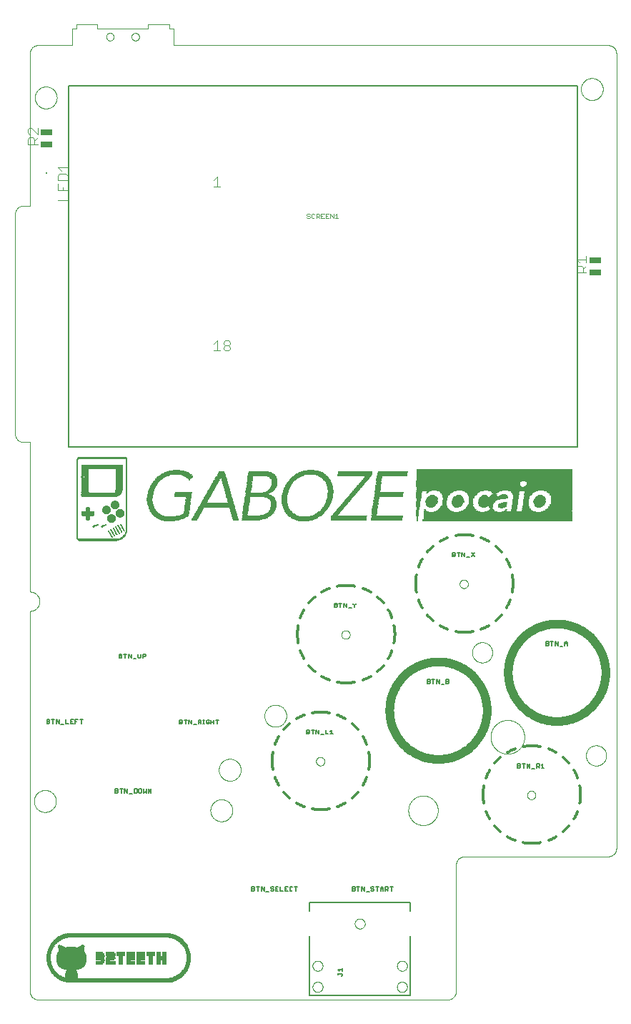
<source format=gto>
G75*
%MOIN*%
%OFA0B0*%
%FSLAX25Y25*%
%IPPOS*%
%LPD*%
%AMOC8*
5,1,8,0,0,1.08239X$1,22.5*
%
%ADD10C,0.00000*%
%ADD11C,0.00039*%
%ADD12R,0.02362X0.00394*%
%ADD13R,0.01181X0.00394*%
%ADD14R,0.00787X0.00394*%
%ADD15R,0.03543X0.00394*%
%ADD16R,0.03150X0.00394*%
%ADD17R,0.01575X0.00394*%
%ADD18R,0.01969X0.00394*%
%ADD19R,0.02756X0.00394*%
%ADD20R,0.03937X0.00394*%
%ADD21R,0.17717X0.00197*%
%ADD22R,0.19488X0.00197*%
%ADD23R,0.20276X0.00197*%
%ADD24R,0.20866X0.00197*%
%ADD25R,0.21260X0.00197*%
%ADD26R,0.00984X0.00197*%
%ADD27R,0.01969X0.00197*%
%ADD28R,0.01575X0.00197*%
%ADD29R,0.00197X0.00197*%
%ADD30R,0.01378X0.00197*%
%ADD31R,0.00394X0.00197*%
%ADD32R,0.01181X0.00197*%
%ADD33R,0.00591X0.00197*%
%ADD34R,0.00787X0.00197*%
%ADD35R,0.01772X0.00197*%
%ADD36R,0.02165X0.00197*%
%ADD37R,0.02559X0.00197*%
%ADD38R,0.02953X0.00197*%
%ADD39R,0.02756X0.00197*%
%ADD40R,0.69685X0.00197*%
%ADD41R,0.03346X0.00197*%
%ADD42R,0.05512X0.00197*%
%ADD43R,0.07480X0.00197*%
%ADD44R,0.07087X0.00197*%
%ADD45R,0.03740X0.00197*%
%ADD46R,0.08661X0.00197*%
%ADD47R,0.08071X0.00197*%
%ADD48R,0.16339X0.00197*%
%ADD49R,0.14567X0.00197*%
%ADD50R,0.09843X0.00197*%
%ADD51R,0.09646X0.00197*%
%ADD52R,0.09252X0.00197*%
%ADD53R,0.16535X0.00197*%
%ADD54R,0.10827X0.00197*%
%ADD55R,0.10433X0.00197*%
%ADD56R,0.10039X0.00197*%
%ADD57R,0.69488X0.00197*%
%ADD58R,0.04134X0.00197*%
%ADD59R,0.12008X0.00197*%
%ADD60R,0.11024X0.00197*%
%ADD61R,0.12795X0.00197*%
%ADD62R,0.11614X0.00197*%
%ADD63R,0.11811X0.00197*%
%ADD64R,0.13583X0.00197*%
%ADD65R,0.12598X0.00197*%
%ADD66R,0.14370X0.00197*%
%ADD67R,0.14173X0.00197*%
%ADD68R,0.12205X0.00197*%
%ADD69R,0.12992X0.00197*%
%ADD70R,0.15157X0.00197*%
%ADD71R,0.13780X0.00197*%
%ADD72R,0.05709X0.00197*%
%ADD73R,0.06693X0.00197*%
%ADD74R,0.04921X0.00197*%
%ADD75R,0.05906X0.00197*%
%ADD76R,0.13189X0.00197*%
%ADD77R,0.04724X0.00197*%
%ADD78R,0.69291X0.00197*%
%ADD79R,0.04528X0.00197*%
%ADD80R,0.05118X0.00197*%
%ADD81R,0.13386X0.00197*%
%ADD82R,0.04331X0.00197*%
%ADD83R,0.02362X0.00197*%
%ADD84R,0.03937X0.00197*%
%ADD85R,0.03543X0.00197*%
%ADD86R,0.69094X0.00197*%
%ADD87R,0.03150X0.00197*%
%ADD88R,0.15748X0.00197*%
%ADD89R,0.14764X0.00197*%
%ADD90R,0.13976X0.00197*%
%ADD91R,0.07677X0.00197*%
%ADD92R,0.06299X0.00197*%
%ADD93R,0.05315X0.00197*%
%ADD94R,0.12402X0.00197*%
%ADD95R,0.11417X0.00197*%
%ADD96R,0.16732X0.00197*%
%ADD97R,0.11220X0.00197*%
%ADD98R,0.16142X0.00197*%
%ADD99R,0.06496X0.00197*%
%ADD100R,0.10630X0.00197*%
%ADD101R,0.15945X0.00197*%
%ADD102R,0.15551X0.00197*%
%ADD103R,0.06890X0.00197*%
%ADD104R,0.10236X0.00197*%
%ADD105R,0.15354X0.00197*%
%ADD106R,0.07283X0.00197*%
%ADD107R,0.07874X0.00197*%
%ADD108R,0.08268X0.00197*%
%ADD109R,0.08465X0.00197*%
%ADD110R,0.08858X0.00197*%
%ADD111R,0.09449X0.00197*%
%ADD112R,0.16929X0.00197*%
%ADD113R,0.17520X0.00197*%
%ADD114R,0.17913X0.00197*%
%ADD115R,0.18110X0.00197*%
%ADD116R,0.18307X0.00197*%
%ADD117R,0.18504X0.00197*%
%ADD118R,0.18701X0.00197*%
%ADD119R,0.18898X0.00197*%
%ADD120R,0.06102X0.00197*%
%ADD121R,0.72835X0.00197*%
%ADD122R,0.49016X0.00197*%
%ADD123R,0.22441X0.00197*%
%ADD124R,0.48819X0.00197*%
%ADD125R,0.22047X0.00197*%
%ADD126R,0.48622X0.00197*%
%ADD127R,0.21850X0.00197*%
%ADD128R,0.48425X0.00197*%
%ADD129R,0.21654X0.00197*%
%ADD130R,0.21457X0.00197*%
%ADD131R,0.49409X0.00197*%
%ADD132R,0.72638X0.00197*%
%ADD133R,0.19094X0.00197*%
%ADD134R,0.23425X0.00197*%
%ADD135R,0.23031X0.00197*%
%ADD136C,0.01200*%
%ADD137C,0.04000*%
%ADD138R,0.47420X0.00084*%
%ADD139R,0.48080X0.00083*%
%ADD140R,0.49170X0.00083*%
%ADD141R,0.00080X0.00083*%
%ADD142R,0.49920X0.00084*%
%ADD143R,0.00090X0.00083*%
%ADD144R,0.50500X0.00083*%
%ADD145R,0.51170X0.00083*%
%ADD146R,0.51660X0.00084*%
%ADD147R,0.52170X0.00083*%
%ADD148R,0.52670X0.00083*%
%ADD149R,0.53080X0.00084*%
%ADD150R,0.53340X0.00083*%
%ADD151R,0.53750X0.00083*%
%ADD152R,0.54250X0.00084*%
%ADD153R,0.54580X0.00083*%
%ADD154R,0.54830X0.00083*%
%ADD155R,0.00090X0.00084*%
%ADD156R,0.55000X0.00084*%
%ADD157R,0.55420X0.00083*%
%ADD158R,0.55750X0.00083*%
%ADD159R,0.56080X0.00084*%
%ADD160R,0.56330X0.00083*%
%ADD161R,0.56580X0.00083*%
%ADD162R,0.56830X0.00084*%
%ADD163R,0.09330X0.00083*%
%ADD164R,0.06580X0.00083*%
%ADD165R,0.09340X0.00083*%
%ADD166R,0.05660X0.00083*%
%ADD167R,0.09590X0.00084*%
%ADD168R,0.05090X0.00084*%
%ADD169R,0.09590X0.00083*%
%ADD170R,0.04750X0.00083*%
%ADD171R,0.03910X0.00083*%
%ADD172R,0.05670X0.00083*%
%ADD173R,0.04330X0.00083*%
%ADD174R,0.03840X0.00084*%
%ADD175R,0.00080X0.00084*%
%ADD176R,0.05750X0.00084*%
%ADD177R,0.04420X0.00084*%
%ADD178R,0.03750X0.00083*%
%ADD179R,0.04250X0.00083*%
%ADD180R,0.03590X0.00083*%
%ADD181R,0.05750X0.00083*%
%ADD182R,0.04000X0.00083*%
%ADD183R,0.03410X0.00084*%
%ADD184R,0.05670X0.00084*%
%ADD185R,0.03830X0.00084*%
%ADD186R,0.03330X0.00083*%
%ADD187R,0.03250X0.00083*%
%ADD188R,0.03670X0.00083*%
%ADD189R,0.03250X0.00084*%
%ADD190R,0.03670X0.00084*%
%ADD191R,0.03090X0.00083*%
%ADD192R,0.03500X0.00083*%
%ADD193R,0.03080X0.00083*%
%ADD194R,0.03080X0.00084*%
%ADD195R,0.03420X0.00084*%
%ADD196R,0.02920X0.00083*%
%ADD197R,0.03000X0.00084*%
%ADD198R,0.03170X0.00084*%
%ADD199R,0.02840X0.00083*%
%ADD200R,0.05590X0.00083*%
%ADD201R,0.03170X0.00083*%
%ADD202R,0.02750X0.00084*%
%ADD203R,0.05590X0.00084*%
%ADD204R,0.02750X0.00083*%
%ADD205R,0.02670X0.00083*%
%ADD206R,0.03000X0.00083*%
%ADD207R,0.02910X0.00084*%
%ADD208R,0.02920X0.00083*%
%ADD209R,0.02590X0.00083*%
%ADD210R,0.02830X0.00083*%
%ADD211R,0.02580X0.00084*%
%ADD212R,0.02500X0.00084*%
%ADD213R,0.02500X0.00083*%
%ADD214R,0.02660X0.00083*%
%ADD215R,0.02670X0.00084*%
%ADD216R,0.05500X0.00083*%
%ADD217R,0.02580X0.00083*%
%ADD218R,0.02410X0.00084*%
%ADD219R,0.05420X0.00084*%
%ADD220R,0.02490X0.00084*%
%ADD221R,0.02420X0.00083*%
%ADD222R,0.05330X0.00083*%
%ADD223R,0.02330X0.00083*%
%ADD224R,0.05410X0.00083*%
%ADD225R,0.02250X0.00084*%
%ADD226R,0.05250X0.00084*%
%ADD227R,0.02590X0.00084*%
%ADD228R,0.05250X0.00083*%
%ADD229R,0.02250X0.00083*%
%ADD230R,0.05170X0.00083*%
%ADD231R,0.02420X0.00084*%
%ADD232R,0.04910X0.00083*%
%ADD233R,0.02160X0.00083*%
%ADD234R,0.04830X0.00083*%
%ADD235R,0.02410X0.00083*%
%ADD236R,0.02240X0.00084*%
%ADD237R,0.04670X0.00084*%
%ADD238R,0.02420X0.00084*%
%ADD239R,0.04420X0.00083*%
%ADD240R,0.02170X0.00083*%
%ADD241R,0.02170X0.00084*%
%ADD242R,0.04170X0.00084*%
%ADD243R,0.02330X0.00084*%
%ADD244R,0.02170X0.00083*%
%ADD245R,0.04080X0.00083*%
%ADD246R,0.02420X0.00083*%
%ADD247R,0.04090X0.00083*%
%ADD248R,0.02340X0.00083*%
%ADD249R,0.00340X0.00084*%
%ADD250R,0.06250X0.00083*%
%ADD251R,0.07160X0.00083*%
%ADD252R,0.07580X0.00084*%
%ADD253R,0.08090X0.00083*%
%ADD254R,0.08500X0.00083*%
%ADD255R,0.02090X0.00084*%
%ADD256R,0.08920X0.00084*%
%ADD257R,0.02090X0.00083*%
%ADD258R,0.09170X0.00083*%
%ADD259R,0.02000X0.00083*%
%ADD260R,0.09500X0.00083*%
%ADD261R,0.02000X0.00084*%
%ADD262R,0.09830X0.00084*%
%ADD263R,0.10090X0.00083*%
%ADD264R,0.10330X0.00083*%
%ADD265R,0.10500X0.00084*%
%ADD266R,0.10830X0.00083*%
%ADD267R,0.11000X0.00083*%
%ADD268R,0.02080X0.00084*%
%ADD269R,0.11170X0.00084*%
%ADD270R,0.02160X0.00084*%
%ADD271R,0.02080X0.00083*%
%ADD272R,0.11330X0.00083*%
%ADD273R,0.01920X0.00083*%
%ADD274R,0.11580X0.00083*%
%ADD275R,0.11670X0.00084*%
%ADD276R,0.11830X0.00083*%
%ADD277R,0.01910X0.00083*%
%ADD278R,0.12000X0.00083*%
%ADD279R,0.01910X0.00084*%
%ADD280R,0.12090X0.00084*%
%ADD281R,0.02170X0.00084*%
%ADD282R,0.12170X0.00083*%
%ADD283R,0.02010X0.00083*%
%ADD284R,0.01920X0.00083*%
%ADD285R,0.12420X0.00083*%
%ADD286R,0.01920X0.00084*%
%ADD287R,0.12410X0.00084*%
%ADD288R,0.12500X0.00083*%
%ADD289R,0.12670X0.00083*%
%ADD290R,0.12750X0.00084*%
%ADD291R,0.01830X0.00083*%
%ADD292R,0.12910X0.00083*%
%ADD293R,0.13000X0.00083*%
%ADD294R,0.13000X0.00084*%
%ADD295R,0.13170X0.00083*%
%ADD296R,0.03660X0.00083*%
%ADD297R,0.04340X0.00083*%
%ADD298R,0.04170X0.00083*%
%ADD299R,0.04160X0.00083*%
%ADD300R,0.01750X0.00083*%
%ADD301R,0.13250X0.00084*%
%ADD302R,0.03660X0.00084*%
%ADD303R,0.04340X0.00084*%
%ADD304R,0.01920X0.00084*%
%ADD305R,0.04160X0.00084*%
%ADD306R,0.01830X0.00084*%
%ADD307R,0.01750X0.00084*%
%ADD308R,0.13330X0.00083*%
%ADD309R,0.13420X0.00083*%
%ADD310R,0.13420X0.00084*%
%ADD311R,0.13500X0.00083*%
%ADD312R,0.13590X0.00083*%
%ADD313R,0.13590X0.00084*%
%ADD314R,0.13670X0.00083*%
%ADD315R,0.13830X0.00084*%
%ADD316R,0.13750X0.00083*%
%ADD317R,0.13830X0.00083*%
%ADD318R,0.02010X0.00084*%
%ADD319R,0.13910X0.00083*%
%ADD320R,0.13910X0.00084*%
%ADD321R,0.01840X0.00084*%
%ADD322R,0.13920X0.00083*%
%ADD323R,0.01840X0.00083*%
%ADD324R,0.14000X0.00083*%
%ADD325R,0.14000X0.00084*%
%ADD326R,0.14160X0.00083*%
%ADD327R,0.14080X0.00084*%
%ADD328R,0.03840X0.00083*%
%ADD329R,0.04500X0.00083*%
%ADD330R,0.14080X0.00083*%
%ADD331R,0.14160X0.00084*%
%ADD332R,0.04500X0.00084*%
%ADD333R,0.03910X0.00084*%
%ADD334R,0.03830X0.00083*%
%ADD335R,0.04170X0.00083*%
%ADD336R,0.04250X0.00084*%
%ADD337R,0.04170X0.00084*%
%ADD338R,0.13250X0.00083*%
%ADD339R,0.13170X0.00084*%
%ADD340R,0.13090X0.00083*%
%ADD341R,0.12830X0.00084*%
%ADD342R,0.12580X0.00083*%
%ADD343R,0.12590X0.00084*%
%ADD344R,0.12080X0.00084*%
%ADD345R,0.11910X0.00083*%
%ADD346R,0.12000X0.00084*%
%ADD347R,0.12090X0.00083*%
%ADD348R,0.12250X0.00083*%
%ADD349R,0.12250X0.00084*%
%ADD350R,0.12330X0.00083*%
%ADD351R,0.12330X0.00084*%
%ADD352R,0.03410X0.00083*%
%ADD353R,0.05000X0.00084*%
%ADD354R,0.03330X0.00084*%
%ADD355R,0.03420X0.00083*%
%ADD356R,0.01580X0.00084*%
%ADD357R,0.00170X0.00084*%
%ADD358R,0.02840X0.00084*%
%ADD359R,0.02670X0.00083*%
%ADD360R,0.01670X0.00084*%
%ADD361R,0.01590X0.00083*%
%ADD362R,0.01420X0.00083*%
%ADD363R,0.01080X0.00083*%
%ADD364R,0.01170X0.00083*%
%ADD365R,0.01080X0.00084*%
%ADD366R,0.00920X0.00084*%
%ADD367R,0.02340X0.00084*%
%ADD368R,0.00170X0.00083*%
%ADD369R,0.02240X0.00083*%
%ADD370R,0.02660X0.00084*%
%ADD371R,0.02830X0.00084*%
%ADD372R,0.02910X0.00083*%
%ADD373R,0.02920X0.00084*%
%ADD374R,0.03090X0.00084*%
%ADD375R,0.03160X0.00083*%
%ADD376R,0.03170X0.00083*%
%ADD377R,0.03260X0.00084*%
%ADD378R,0.03340X0.00083*%
%ADD379R,0.03590X0.00084*%
%ADD380R,0.03580X0.00084*%
%ADD381R,0.03920X0.00084*%
%ADD382R,0.03920X0.00083*%
%ADD383R,0.04410X0.00083*%
%ADD384R,0.04580X0.00083*%
%ADD385R,0.05090X0.00083*%
%ADD386R,0.05080X0.00084*%
%ADD387R,0.05840X0.00083*%
%ADD388R,0.56410X0.00083*%
%ADD389R,0.56170X0.00084*%
%ADD390R,0.55670X0.00083*%
%ADD391R,0.55330X0.00084*%
%ADD392R,0.55170X0.00083*%
%ADD393R,0.54670X0.00083*%
%ADD394R,0.54410X0.00084*%
%ADD395R,0.53830X0.00083*%
%ADD396R,0.53580X0.00083*%
%ADD397R,0.53170X0.00084*%
%ADD398R,0.52330X0.00083*%
%ADD399R,0.51830X0.00084*%
%ADD400R,0.51500X0.00083*%
%ADD401R,0.50910X0.00083*%
%ADD402R,0.50330X0.00084*%
%ADD403R,0.49660X0.00083*%
%ADD404R,0.48830X0.00083*%
%ADD405R,0.48250X0.00084*%
%ADD406R,0.47750X0.00083*%
%ADD407C,0.00400*%
%ADD408R,0.05512X0.02559*%
%ADD409C,0.00500*%
%ADD410C,0.00200*%
%ADD411R,0.00787X0.00787*%
%ADD412C,0.00800*%
D10*
X0029320Y0023079D02*
X0029320Y0200244D01*
X0029453Y0200246D01*
X0029586Y0200252D01*
X0029718Y0200262D01*
X0029851Y0200275D01*
X0029982Y0200293D01*
X0030114Y0200314D01*
X0030244Y0200339D01*
X0030374Y0200368D01*
X0030503Y0200401D01*
X0030630Y0200438D01*
X0030757Y0200478D01*
X0030883Y0200522D01*
X0031007Y0200570D01*
X0031129Y0200621D01*
X0031250Y0200676D01*
X0031370Y0200735D01*
X0031487Y0200796D01*
X0031603Y0200862D01*
X0031717Y0200930D01*
X0031829Y0201002D01*
X0031938Y0201078D01*
X0032046Y0201156D01*
X0032151Y0201238D01*
X0032253Y0201322D01*
X0032353Y0201410D01*
X0032451Y0201500D01*
X0032545Y0201594D01*
X0032637Y0201690D01*
X0032726Y0201789D01*
X0032812Y0201890D01*
X0032895Y0201994D01*
X0032975Y0202100D01*
X0033052Y0202208D01*
X0033126Y0202319D01*
X0033196Y0202432D01*
X0033263Y0202546D01*
X0033327Y0202663D01*
X0033387Y0202782D01*
X0033444Y0202902D01*
X0033497Y0203024D01*
X0033546Y0203147D01*
X0033592Y0203272D01*
X0033635Y0203398D01*
X0033673Y0203525D01*
X0033708Y0203654D01*
X0033739Y0203783D01*
X0033766Y0203913D01*
X0033789Y0204044D01*
X0033809Y0204175D01*
X0033824Y0204308D01*
X0033836Y0204440D01*
X0033844Y0204573D01*
X0033848Y0204706D01*
X0033848Y0204838D01*
X0033844Y0204971D01*
X0033836Y0205104D01*
X0033824Y0205236D01*
X0033809Y0205369D01*
X0033789Y0205500D01*
X0033766Y0205631D01*
X0033739Y0205761D01*
X0033708Y0205890D01*
X0033673Y0206019D01*
X0033635Y0206146D01*
X0033592Y0206272D01*
X0033546Y0206397D01*
X0033497Y0206520D01*
X0033444Y0206642D01*
X0033387Y0206762D01*
X0033327Y0206881D01*
X0033263Y0206998D01*
X0033196Y0207112D01*
X0033126Y0207225D01*
X0033052Y0207336D01*
X0032975Y0207444D01*
X0032895Y0207550D01*
X0032812Y0207654D01*
X0032726Y0207755D01*
X0032637Y0207854D01*
X0032545Y0207950D01*
X0032451Y0208044D01*
X0032353Y0208134D01*
X0032253Y0208222D01*
X0032151Y0208306D01*
X0032046Y0208388D01*
X0031938Y0208466D01*
X0031829Y0208542D01*
X0031717Y0208614D01*
X0031603Y0208682D01*
X0031487Y0208748D01*
X0031370Y0208809D01*
X0031250Y0208868D01*
X0031129Y0208923D01*
X0031007Y0208974D01*
X0030883Y0209022D01*
X0030757Y0209066D01*
X0030630Y0209106D01*
X0030503Y0209143D01*
X0030374Y0209176D01*
X0030244Y0209205D01*
X0030114Y0209230D01*
X0029982Y0209251D01*
X0029851Y0209269D01*
X0029718Y0209282D01*
X0029586Y0209292D01*
X0029453Y0209298D01*
X0029320Y0209300D01*
X0029320Y0209299D02*
X0029320Y0278984D01*
X0026367Y0278984D01*
X0026243Y0278986D01*
X0026120Y0278992D01*
X0025996Y0279001D01*
X0025874Y0279015D01*
X0025751Y0279032D01*
X0025629Y0279054D01*
X0025508Y0279079D01*
X0025388Y0279108D01*
X0025269Y0279140D01*
X0025150Y0279177D01*
X0025033Y0279217D01*
X0024918Y0279260D01*
X0024803Y0279308D01*
X0024691Y0279359D01*
X0024580Y0279413D01*
X0024470Y0279471D01*
X0024363Y0279532D01*
X0024257Y0279597D01*
X0024154Y0279665D01*
X0024053Y0279736D01*
X0023954Y0279810D01*
X0023857Y0279887D01*
X0023763Y0279968D01*
X0023672Y0280051D01*
X0023583Y0280137D01*
X0023497Y0280226D01*
X0023414Y0280317D01*
X0023333Y0280411D01*
X0023256Y0280508D01*
X0023182Y0280607D01*
X0023111Y0280708D01*
X0023043Y0280811D01*
X0022978Y0280917D01*
X0022917Y0281024D01*
X0022859Y0281134D01*
X0022805Y0281245D01*
X0022754Y0281357D01*
X0022706Y0281472D01*
X0022663Y0281587D01*
X0022623Y0281704D01*
X0022586Y0281823D01*
X0022554Y0281942D01*
X0022525Y0282062D01*
X0022500Y0282183D01*
X0022478Y0282305D01*
X0022461Y0282428D01*
X0022447Y0282550D01*
X0022438Y0282674D01*
X0022432Y0282797D01*
X0022430Y0282921D01*
X0022430Y0385283D01*
X0022432Y0385407D01*
X0022438Y0385530D01*
X0022447Y0385654D01*
X0022461Y0385776D01*
X0022478Y0385899D01*
X0022500Y0386021D01*
X0022525Y0386142D01*
X0022554Y0386262D01*
X0022586Y0386381D01*
X0022623Y0386500D01*
X0022663Y0386617D01*
X0022706Y0386732D01*
X0022754Y0386847D01*
X0022805Y0386959D01*
X0022859Y0387070D01*
X0022917Y0387180D01*
X0022978Y0387287D01*
X0023043Y0387393D01*
X0023111Y0387496D01*
X0023182Y0387597D01*
X0023256Y0387696D01*
X0023333Y0387793D01*
X0023414Y0387887D01*
X0023497Y0387978D01*
X0023583Y0388067D01*
X0023672Y0388153D01*
X0023763Y0388236D01*
X0023857Y0388317D01*
X0023954Y0388394D01*
X0024053Y0388468D01*
X0024154Y0388539D01*
X0024257Y0388607D01*
X0024363Y0388672D01*
X0024470Y0388733D01*
X0024580Y0388791D01*
X0024691Y0388845D01*
X0024803Y0388896D01*
X0024918Y0388944D01*
X0025033Y0388987D01*
X0025150Y0389027D01*
X0025269Y0389064D01*
X0025388Y0389096D01*
X0025508Y0389125D01*
X0025629Y0389150D01*
X0025751Y0389172D01*
X0025874Y0389189D01*
X0025996Y0389203D01*
X0026120Y0389212D01*
X0026243Y0389218D01*
X0026367Y0389220D01*
X0029320Y0389220D01*
X0029320Y0460087D01*
X0029322Y0460211D01*
X0029328Y0460334D01*
X0029337Y0460458D01*
X0029351Y0460580D01*
X0029368Y0460703D01*
X0029390Y0460825D01*
X0029415Y0460946D01*
X0029444Y0461066D01*
X0029476Y0461185D01*
X0029513Y0461304D01*
X0029553Y0461421D01*
X0029596Y0461536D01*
X0029644Y0461651D01*
X0029695Y0461763D01*
X0029749Y0461874D01*
X0029807Y0461984D01*
X0029868Y0462091D01*
X0029933Y0462197D01*
X0030001Y0462300D01*
X0030072Y0462401D01*
X0030146Y0462500D01*
X0030223Y0462597D01*
X0030304Y0462691D01*
X0030387Y0462782D01*
X0030473Y0462871D01*
X0030562Y0462957D01*
X0030653Y0463040D01*
X0030747Y0463121D01*
X0030844Y0463198D01*
X0030943Y0463272D01*
X0031044Y0463343D01*
X0031147Y0463411D01*
X0031253Y0463476D01*
X0031360Y0463537D01*
X0031470Y0463595D01*
X0031581Y0463649D01*
X0031693Y0463700D01*
X0031808Y0463748D01*
X0031923Y0463791D01*
X0032040Y0463831D01*
X0032159Y0463868D01*
X0032278Y0463900D01*
X0032398Y0463929D01*
X0032519Y0463954D01*
X0032641Y0463976D01*
X0032764Y0463993D01*
X0032886Y0464007D01*
X0033010Y0464016D01*
X0033133Y0464022D01*
X0033257Y0464024D01*
X0049005Y0464024D01*
X0049005Y0471898D01*
X0050974Y0471898D01*
X0050974Y0473866D01*
X0060816Y0473866D01*
X0060816Y0471898D01*
X0084438Y0471898D01*
X0084438Y0473866D01*
X0094281Y0473866D01*
X0094281Y0471898D01*
X0096249Y0471898D01*
X0096249Y0464024D01*
X0299005Y0464024D01*
X0299129Y0464022D01*
X0299252Y0464016D01*
X0299376Y0464007D01*
X0299498Y0463993D01*
X0299621Y0463976D01*
X0299743Y0463954D01*
X0299864Y0463929D01*
X0299984Y0463900D01*
X0300103Y0463868D01*
X0300222Y0463831D01*
X0300339Y0463791D01*
X0300454Y0463748D01*
X0300569Y0463700D01*
X0300681Y0463649D01*
X0300792Y0463595D01*
X0300902Y0463537D01*
X0301009Y0463476D01*
X0301115Y0463411D01*
X0301218Y0463343D01*
X0301319Y0463272D01*
X0301418Y0463198D01*
X0301515Y0463121D01*
X0301609Y0463040D01*
X0301700Y0462957D01*
X0301789Y0462871D01*
X0301875Y0462782D01*
X0301958Y0462691D01*
X0302039Y0462597D01*
X0302116Y0462500D01*
X0302190Y0462401D01*
X0302261Y0462300D01*
X0302329Y0462197D01*
X0302394Y0462091D01*
X0302455Y0461984D01*
X0302513Y0461874D01*
X0302567Y0461763D01*
X0302618Y0461651D01*
X0302666Y0461536D01*
X0302709Y0461421D01*
X0302749Y0461304D01*
X0302786Y0461185D01*
X0302818Y0461066D01*
X0302847Y0460946D01*
X0302872Y0460825D01*
X0302894Y0460703D01*
X0302911Y0460580D01*
X0302925Y0460458D01*
X0302934Y0460334D01*
X0302940Y0460211D01*
X0302942Y0460087D01*
X0302942Y0089811D01*
X0302940Y0089687D01*
X0302934Y0089564D01*
X0302925Y0089440D01*
X0302911Y0089318D01*
X0302894Y0089195D01*
X0302872Y0089073D01*
X0302847Y0088952D01*
X0302818Y0088832D01*
X0302786Y0088713D01*
X0302749Y0088594D01*
X0302709Y0088477D01*
X0302666Y0088362D01*
X0302618Y0088247D01*
X0302567Y0088135D01*
X0302513Y0088024D01*
X0302455Y0087914D01*
X0302394Y0087807D01*
X0302329Y0087701D01*
X0302261Y0087598D01*
X0302190Y0087497D01*
X0302116Y0087398D01*
X0302039Y0087301D01*
X0301958Y0087207D01*
X0301875Y0087116D01*
X0301789Y0087027D01*
X0301700Y0086941D01*
X0301609Y0086858D01*
X0301515Y0086777D01*
X0301418Y0086700D01*
X0301319Y0086626D01*
X0301218Y0086555D01*
X0301115Y0086487D01*
X0301009Y0086422D01*
X0300902Y0086361D01*
X0300792Y0086303D01*
X0300681Y0086249D01*
X0300569Y0086198D01*
X0300454Y0086150D01*
X0300339Y0086107D01*
X0300222Y0086067D01*
X0300103Y0086030D01*
X0299984Y0085998D01*
X0299864Y0085969D01*
X0299743Y0085944D01*
X0299621Y0085922D01*
X0299498Y0085905D01*
X0299376Y0085891D01*
X0299252Y0085882D01*
X0299129Y0085876D01*
X0299005Y0085874D01*
X0232076Y0085874D01*
X0231952Y0085872D01*
X0231829Y0085866D01*
X0231705Y0085857D01*
X0231583Y0085843D01*
X0231460Y0085826D01*
X0231338Y0085804D01*
X0231217Y0085779D01*
X0231097Y0085750D01*
X0230978Y0085718D01*
X0230859Y0085681D01*
X0230742Y0085641D01*
X0230627Y0085598D01*
X0230512Y0085550D01*
X0230400Y0085499D01*
X0230289Y0085445D01*
X0230179Y0085387D01*
X0230072Y0085326D01*
X0229966Y0085261D01*
X0229863Y0085193D01*
X0229762Y0085122D01*
X0229663Y0085048D01*
X0229566Y0084971D01*
X0229472Y0084890D01*
X0229381Y0084807D01*
X0229292Y0084721D01*
X0229206Y0084632D01*
X0229123Y0084541D01*
X0229042Y0084447D01*
X0228965Y0084350D01*
X0228891Y0084251D01*
X0228820Y0084150D01*
X0228752Y0084047D01*
X0228687Y0083941D01*
X0228626Y0083834D01*
X0228568Y0083724D01*
X0228514Y0083613D01*
X0228463Y0083501D01*
X0228415Y0083386D01*
X0228372Y0083271D01*
X0228332Y0083154D01*
X0228295Y0083035D01*
X0228263Y0082916D01*
X0228234Y0082796D01*
X0228209Y0082675D01*
X0228187Y0082553D01*
X0228170Y0082430D01*
X0228156Y0082308D01*
X0228147Y0082184D01*
X0228141Y0082061D01*
X0228139Y0081937D01*
X0228139Y0023079D01*
X0228137Y0022955D01*
X0228131Y0022832D01*
X0228122Y0022708D01*
X0228108Y0022586D01*
X0228091Y0022463D01*
X0228069Y0022341D01*
X0228044Y0022220D01*
X0228015Y0022100D01*
X0227983Y0021981D01*
X0227946Y0021862D01*
X0227906Y0021745D01*
X0227863Y0021630D01*
X0227815Y0021515D01*
X0227764Y0021403D01*
X0227710Y0021292D01*
X0227652Y0021182D01*
X0227591Y0021075D01*
X0227526Y0020969D01*
X0227458Y0020866D01*
X0227387Y0020765D01*
X0227313Y0020666D01*
X0227236Y0020569D01*
X0227155Y0020475D01*
X0227072Y0020384D01*
X0226986Y0020295D01*
X0226897Y0020209D01*
X0226806Y0020126D01*
X0226712Y0020045D01*
X0226615Y0019968D01*
X0226516Y0019894D01*
X0226415Y0019823D01*
X0226312Y0019755D01*
X0226206Y0019690D01*
X0226099Y0019629D01*
X0225989Y0019571D01*
X0225878Y0019517D01*
X0225766Y0019466D01*
X0225651Y0019418D01*
X0225536Y0019375D01*
X0225419Y0019335D01*
X0225300Y0019298D01*
X0225181Y0019266D01*
X0225061Y0019237D01*
X0224940Y0019212D01*
X0224818Y0019190D01*
X0224695Y0019173D01*
X0224573Y0019159D01*
X0224449Y0019150D01*
X0224326Y0019144D01*
X0224202Y0019142D01*
X0033257Y0019142D01*
X0033133Y0019144D01*
X0033010Y0019150D01*
X0032886Y0019159D01*
X0032764Y0019173D01*
X0032641Y0019190D01*
X0032519Y0019212D01*
X0032398Y0019237D01*
X0032278Y0019266D01*
X0032159Y0019298D01*
X0032040Y0019335D01*
X0031923Y0019375D01*
X0031808Y0019418D01*
X0031693Y0019466D01*
X0031581Y0019517D01*
X0031470Y0019571D01*
X0031360Y0019629D01*
X0031253Y0019690D01*
X0031147Y0019755D01*
X0031044Y0019823D01*
X0030943Y0019894D01*
X0030844Y0019968D01*
X0030747Y0020045D01*
X0030653Y0020126D01*
X0030562Y0020209D01*
X0030473Y0020295D01*
X0030387Y0020384D01*
X0030304Y0020475D01*
X0030223Y0020569D01*
X0030146Y0020666D01*
X0030072Y0020765D01*
X0030001Y0020866D01*
X0029933Y0020969D01*
X0029868Y0021075D01*
X0029807Y0021182D01*
X0029749Y0021292D01*
X0029695Y0021403D01*
X0029644Y0021515D01*
X0029596Y0021630D01*
X0029553Y0021745D01*
X0029513Y0021862D01*
X0029476Y0021981D01*
X0029444Y0022100D01*
X0029415Y0022220D01*
X0029390Y0022341D01*
X0029368Y0022463D01*
X0029351Y0022586D01*
X0029337Y0022708D01*
X0029328Y0022832D01*
X0029322Y0022955D01*
X0029320Y0023079D01*
X0161210Y0025047D02*
X0161212Y0025144D01*
X0161218Y0025241D01*
X0161228Y0025337D01*
X0161242Y0025433D01*
X0161260Y0025529D01*
X0161281Y0025623D01*
X0161307Y0025717D01*
X0161336Y0025809D01*
X0161370Y0025900D01*
X0161406Y0025990D01*
X0161447Y0026078D01*
X0161491Y0026164D01*
X0161539Y0026249D01*
X0161590Y0026331D01*
X0161644Y0026412D01*
X0161702Y0026490D01*
X0161763Y0026565D01*
X0161826Y0026638D01*
X0161893Y0026709D01*
X0161963Y0026776D01*
X0162035Y0026841D01*
X0162110Y0026902D01*
X0162188Y0026961D01*
X0162267Y0027016D01*
X0162349Y0027068D01*
X0162433Y0027116D01*
X0162519Y0027161D01*
X0162607Y0027203D01*
X0162696Y0027241D01*
X0162787Y0027275D01*
X0162879Y0027305D01*
X0162972Y0027332D01*
X0163067Y0027354D01*
X0163162Y0027373D01*
X0163258Y0027388D01*
X0163354Y0027399D01*
X0163451Y0027406D01*
X0163548Y0027409D01*
X0163645Y0027408D01*
X0163742Y0027403D01*
X0163838Y0027394D01*
X0163934Y0027381D01*
X0164030Y0027364D01*
X0164125Y0027343D01*
X0164218Y0027319D01*
X0164311Y0027290D01*
X0164403Y0027258D01*
X0164493Y0027222D01*
X0164581Y0027183D01*
X0164668Y0027139D01*
X0164753Y0027093D01*
X0164836Y0027042D01*
X0164917Y0026989D01*
X0164995Y0026932D01*
X0165072Y0026872D01*
X0165145Y0026809D01*
X0165216Y0026743D01*
X0165284Y0026674D01*
X0165350Y0026602D01*
X0165412Y0026528D01*
X0165471Y0026451D01*
X0165527Y0026372D01*
X0165580Y0026290D01*
X0165630Y0026207D01*
X0165675Y0026121D01*
X0165718Y0026034D01*
X0165757Y0025945D01*
X0165792Y0025855D01*
X0165823Y0025763D01*
X0165850Y0025670D01*
X0165874Y0025576D01*
X0165894Y0025481D01*
X0165910Y0025385D01*
X0165922Y0025289D01*
X0165930Y0025192D01*
X0165934Y0025095D01*
X0165934Y0024999D01*
X0165930Y0024902D01*
X0165922Y0024805D01*
X0165910Y0024709D01*
X0165894Y0024613D01*
X0165874Y0024518D01*
X0165850Y0024424D01*
X0165823Y0024331D01*
X0165792Y0024239D01*
X0165757Y0024149D01*
X0165718Y0024060D01*
X0165675Y0023973D01*
X0165630Y0023887D01*
X0165580Y0023804D01*
X0165527Y0023722D01*
X0165471Y0023643D01*
X0165412Y0023566D01*
X0165350Y0023492D01*
X0165284Y0023420D01*
X0165216Y0023351D01*
X0165145Y0023285D01*
X0165072Y0023222D01*
X0164995Y0023162D01*
X0164917Y0023105D01*
X0164836Y0023052D01*
X0164753Y0023001D01*
X0164668Y0022955D01*
X0164581Y0022911D01*
X0164493Y0022872D01*
X0164403Y0022836D01*
X0164311Y0022804D01*
X0164218Y0022775D01*
X0164125Y0022751D01*
X0164030Y0022730D01*
X0163934Y0022713D01*
X0163838Y0022700D01*
X0163742Y0022691D01*
X0163645Y0022686D01*
X0163548Y0022685D01*
X0163451Y0022688D01*
X0163354Y0022695D01*
X0163258Y0022706D01*
X0163162Y0022721D01*
X0163067Y0022740D01*
X0162972Y0022762D01*
X0162879Y0022789D01*
X0162787Y0022819D01*
X0162696Y0022853D01*
X0162607Y0022891D01*
X0162519Y0022933D01*
X0162433Y0022978D01*
X0162349Y0023026D01*
X0162267Y0023078D01*
X0162188Y0023133D01*
X0162110Y0023192D01*
X0162035Y0023253D01*
X0161963Y0023318D01*
X0161893Y0023385D01*
X0161826Y0023456D01*
X0161763Y0023529D01*
X0161702Y0023604D01*
X0161644Y0023682D01*
X0161590Y0023763D01*
X0161539Y0023845D01*
X0161491Y0023930D01*
X0161447Y0024016D01*
X0161406Y0024104D01*
X0161370Y0024194D01*
X0161336Y0024285D01*
X0161307Y0024377D01*
X0161281Y0024471D01*
X0161260Y0024565D01*
X0161242Y0024661D01*
X0161228Y0024757D01*
X0161218Y0024853D01*
X0161212Y0024950D01*
X0161210Y0025047D01*
X0161210Y0034890D02*
X0161212Y0034987D01*
X0161218Y0035084D01*
X0161228Y0035180D01*
X0161242Y0035276D01*
X0161260Y0035372D01*
X0161281Y0035466D01*
X0161307Y0035560D01*
X0161336Y0035652D01*
X0161370Y0035743D01*
X0161406Y0035833D01*
X0161447Y0035921D01*
X0161491Y0036007D01*
X0161539Y0036092D01*
X0161590Y0036174D01*
X0161644Y0036255D01*
X0161702Y0036333D01*
X0161763Y0036408D01*
X0161826Y0036481D01*
X0161893Y0036552D01*
X0161963Y0036619D01*
X0162035Y0036684D01*
X0162110Y0036745D01*
X0162188Y0036804D01*
X0162267Y0036859D01*
X0162349Y0036911D01*
X0162433Y0036959D01*
X0162519Y0037004D01*
X0162607Y0037046D01*
X0162696Y0037084D01*
X0162787Y0037118D01*
X0162879Y0037148D01*
X0162972Y0037175D01*
X0163067Y0037197D01*
X0163162Y0037216D01*
X0163258Y0037231D01*
X0163354Y0037242D01*
X0163451Y0037249D01*
X0163548Y0037252D01*
X0163645Y0037251D01*
X0163742Y0037246D01*
X0163838Y0037237D01*
X0163934Y0037224D01*
X0164030Y0037207D01*
X0164125Y0037186D01*
X0164218Y0037162D01*
X0164311Y0037133D01*
X0164403Y0037101D01*
X0164493Y0037065D01*
X0164581Y0037026D01*
X0164668Y0036982D01*
X0164753Y0036936D01*
X0164836Y0036885D01*
X0164917Y0036832D01*
X0164995Y0036775D01*
X0165072Y0036715D01*
X0165145Y0036652D01*
X0165216Y0036586D01*
X0165284Y0036517D01*
X0165350Y0036445D01*
X0165412Y0036371D01*
X0165471Y0036294D01*
X0165527Y0036215D01*
X0165580Y0036133D01*
X0165630Y0036050D01*
X0165675Y0035964D01*
X0165718Y0035877D01*
X0165757Y0035788D01*
X0165792Y0035698D01*
X0165823Y0035606D01*
X0165850Y0035513D01*
X0165874Y0035419D01*
X0165894Y0035324D01*
X0165910Y0035228D01*
X0165922Y0035132D01*
X0165930Y0035035D01*
X0165934Y0034938D01*
X0165934Y0034842D01*
X0165930Y0034745D01*
X0165922Y0034648D01*
X0165910Y0034552D01*
X0165894Y0034456D01*
X0165874Y0034361D01*
X0165850Y0034267D01*
X0165823Y0034174D01*
X0165792Y0034082D01*
X0165757Y0033992D01*
X0165718Y0033903D01*
X0165675Y0033816D01*
X0165630Y0033730D01*
X0165580Y0033647D01*
X0165527Y0033565D01*
X0165471Y0033486D01*
X0165412Y0033409D01*
X0165350Y0033335D01*
X0165284Y0033263D01*
X0165216Y0033194D01*
X0165145Y0033128D01*
X0165072Y0033065D01*
X0164995Y0033005D01*
X0164917Y0032948D01*
X0164836Y0032895D01*
X0164753Y0032844D01*
X0164668Y0032798D01*
X0164581Y0032754D01*
X0164493Y0032715D01*
X0164403Y0032679D01*
X0164311Y0032647D01*
X0164218Y0032618D01*
X0164125Y0032594D01*
X0164030Y0032573D01*
X0163934Y0032556D01*
X0163838Y0032543D01*
X0163742Y0032534D01*
X0163645Y0032529D01*
X0163548Y0032528D01*
X0163451Y0032531D01*
X0163354Y0032538D01*
X0163258Y0032549D01*
X0163162Y0032564D01*
X0163067Y0032583D01*
X0162972Y0032605D01*
X0162879Y0032632D01*
X0162787Y0032662D01*
X0162696Y0032696D01*
X0162607Y0032734D01*
X0162519Y0032776D01*
X0162433Y0032821D01*
X0162349Y0032869D01*
X0162267Y0032921D01*
X0162188Y0032976D01*
X0162110Y0033035D01*
X0162035Y0033096D01*
X0161963Y0033161D01*
X0161893Y0033228D01*
X0161826Y0033299D01*
X0161763Y0033372D01*
X0161702Y0033447D01*
X0161644Y0033525D01*
X0161590Y0033606D01*
X0161539Y0033688D01*
X0161491Y0033773D01*
X0161447Y0033859D01*
X0161406Y0033947D01*
X0161370Y0034037D01*
X0161336Y0034128D01*
X0161307Y0034220D01*
X0161281Y0034314D01*
X0161260Y0034408D01*
X0161242Y0034504D01*
X0161228Y0034600D01*
X0161218Y0034696D01*
X0161212Y0034793D01*
X0161210Y0034890D01*
X0180895Y0054575D02*
X0180897Y0054672D01*
X0180903Y0054769D01*
X0180913Y0054865D01*
X0180927Y0054961D01*
X0180945Y0055057D01*
X0180966Y0055151D01*
X0180992Y0055245D01*
X0181021Y0055337D01*
X0181055Y0055428D01*
X0181091Y0055518D01*
X0181132Y0055606D01*
X0181176Y0055692D01*
X0181224Y0055777D01*
X0181275Y0055859D01*
X0181329Y0055940D01*
X0181387Y0056018D01*
X0181448Y0056093D01*
X0181511Y0056166D01*
X0181578Y0056237D01*
X0181648Y0056304D01*
X0181720Y0056369D01*
X0181795Y0056430D01*
X0181873Y0056489D01*
X0181952Y0056544D01*
X0182034Y0056596D01*
X0182118Y0056644D01*
X0182204Y0056689D01*
X0182292Y0056731D01*
X0182381Y0056769D01*
X0182472Y0056803D01*
X0182564Y0056833D01*
X0182657Y0056860D01*
X0182752Y0056882D01*
X0182847Y0056901D01*
X0182943Y0056916D01*
X0183039Y0056927D01*
X0183136Y0056934D01*
X0183233Y0056937D01*
X0183330Y0056936D01*
X0183427Y0056931D01*
X0183523Y0056922D01*
X0183619Y0056909D01*
X0183715Y0056892D01*
X0183810Y0056871D01*
X0183903Y0056847D01*
X0183996Y0056818D01*
X0184088Y0056786D01*
X0184178Y0056750D01*
X0184266Y0056711D01*
X0184353Y0056667D01*
X0184438Y0056621D01*
X0184521Y0056570D01*
X0184602Y0056517D01*
X0184680Y0056460D01*
X0184757Y0056400D01*
X0184830Y0056337D01*
X0184901Y0056271D01*
X0184969Y0056202D01*
X0185035Y0056130D01*
X0185097Y0056056D01*
X0185156Y0055979D01*
X0185212Y0055900D01*
X0185265Y0055818D01*
X0185315Y0055735D01*
X0185360Y0055649D01*
X0185403Y0055562D01*
X0185442Y0055473D01*
X0185477Y0055383D01*
X0185508Y0055291D01*
X0185535Y0055198D01*
X0185559Y0055104D01*
X0185579Y0055009D01*
X0185595Y0054913D01*
X0185607Y0054817D01*
X0185615Y0054720D01*
X0185619Y0054623D01*
X0185619Y0054527D01*
X0185615Y0054430D01*
X0185607Y0054333D01*
X0185595Y0054237D01*
X0185579Y0054141D01*
X0185559Y0054046D01*
X0185535Y0053952D01*
X0185508Y0053859D01*
X0185477Y0053767D01*
X0185442Y0053677D01*
X0185403Y0053588D01*
X0185360Y0053501D01*
X0185315Y0053415D01*
X0185265Y0053332D01*
X0185212Y0053250D01*
X0185156Y0053171D01*
X0185097Y0053094D01*
X0185035Y0053020D01*
X0184969Y0052948D01*
X0184901Y0052879D01*
X0184830Y0052813D01*
X0184757Y0052750D01*
X0184680Y0052690D01*
X0184602Y0052633D01*
X0184521Y0052580D01*
X0184438Y0052529D01*
X0184353Y0052483D01*
X0184266Y0052439D01*
X0184178Y0052400D01*
X0184088Y0052364D01*
X0183996Y0052332D01*
X0183903Y0052303D01*
X0183810Y0052279D01*
X0183715Y0052258D01*
X0183619Y0052241D01*
X0183523Y0052228D01*
X0183427Y0052219D01*
X0183330Y0052214D01*
X0183233Y0052213D01*
X0183136Y0052216D01*
X0183039Y0052223D01*
X0182943Y0052234D01*
X0182847Y0052249D01*
X0182752Y0052268D01*
X0182657Y0052290D01*
X0182564Y0052317D01*
X0182472Y0052347D01*
X0182381Y0052381D01*
X0182292Y0052419D01*
X0182204Y0052461D01*
X0182118Y0052506D01*
X0182034Y0052554D01*
X0181952Y0052606D01*
X0181873Y0052661D01*
X0181795Y0052720D01*
X0181720Y0052781D01*
X0181648Y0052846D01*
X0181578Y0052913D01*
X0181511Y0052984D01*
X0181448Y0053057D01*
X0181387Y0053132D01*
X0181329Y0053210D01*
X0181275Y0053291D01*
X0181224Y0053373D01*
X0181176Y0053458D01*
X0181132Y0053544D01*
X0181091Y0053632D01*
X0181055Y0053722D01*
X0181021Y0053813D01*
X0180992Y0053905D01*
X0180966Y0053999D01*
X0180945Y0054093D01*
X0180927Y0054189D01*
X0180913Y0054285D01*
X0180903Y0054381D01*
X0180897Y0054478D01*
X0180895Y0054575D01*
X0200580Y0034890D02*
X0200582Y0034987D01*
X0200588Y0035084D01*
X0200598Y0035180D01*
X0200612Y0035276D01*
X0200630Y0035372D01*
X0200651Y0035466D01*
X0200677Y0035560D01*
X0200706Y0035652D01*
X0200740Y0035743D01*
X0200776Y0035833D01*
X0200817Y0035921D01*
X0200861Y0036007D01*
X0200909Y0036092D01*
X0200960Y0036174D01*
X0201014Y0036255D01*
X0201072Y0036333D01*
X0201133Y0036408D01*
X0201196Y0036481D01*
X0201263Y0036552D01*
X0201333Y0036619D01*
X0201405Y0036684D01*
X0201480Y0036745D01*
X0201558Y0036804D01*
X0201637Y0036859D01*
X0201719Y0036911D01*
X0201803Y0036959D01*
X0201889Y0037004D01*
X0201977Y0037046D01*
X0202066Y0037084D01*
X0202157Y0037118D01*
X0202249Y0037148D01*
X0202342Y0037175D01*
X0202437Y0037197D01*
X0202532Y0037216D01*
X0202628Y0037231D01*
X0202724Y0037242D01*
X0202821Y0037249D01*
X0202918Y0037252D01*
X0203015Y0037251D01*
X0203112Y0037246D01*
X0203208Y0037237D01*
X0203304Y0037224D01*
X0203400Y0037207D01*
X0203495Y0037186D01*
X0203588Y0037162D01*
X0203681Y0037133D01*
X0203773Y0037101D01*
X0203863Y0037065D01*
X0203951Y0037026D01*
X0204038Y0036982D01*
X0204123Y0036936D01*
X0204206Y0036885D01*
X0204287Y0036832D01*
X0204365Y0036775D01*
X0204442Y0036715D01*
X0204515Y0036652D01*
X0204586Y0036586D01*
X0204654Y0036517D01*
X0204720Y0036445D01*
X0204782Y0036371D01*
X0204841Y0036294D01*
X0204897Y0036215D01*
X0204950Y0036133D01*
X0205000Y0036050D01*
X0205045Y0035964D01*
X0205088Y0035877D01*
X0205127Y0035788D01*
X0205162Y0035698D01*
X0205193Y0035606D01*
X0205220Y0035513D01*
X0205244Y0035419D01*
X0205264Y0035324D01*
X0205280Y0035228D01*
X0205292Y0035132D01*
X0205300Y0035035D01*
X0205304Y0034938D01*
X0205304Y0034842D01*
X0205300Y0034745D01*
X0205292Y0034648D01*
X0205280Y0034552D01*
X0205264Y0034456D01*
X0205244Y0034361D01*
X0205220Y0034267D01*
X0205193Y0034174D01*
X0205162Y0034082D01*
X0205127Y0033992D01*
X0205088Y0033903D01*
X0205045Y0033816D01*
X0205000Y0033730D01*
X0204950Y0033647D01*
X0204897Y0033565D01*
X0204841Y0033486D01*
X0204782Y0033409D01*
X0204720Y0033335D01*
X0204654Y0033263D01*
X0204586Y0033194D01*
X0204515Y0033128D01*
X0204442Y0033065D01*
X0204365Y0033005D01*
X0204287Y0032948D01*
X0204206Y0032895D01*
X0204123Y0032844D01*
X0204038Y0032798D01*
X0203951Y0032754D01*
X0203863Y0032715D01*
X0203773Y0032679D01*
X0203681Y0032647D01*
X0203588Y0032618D01*
X0203495Y0032594D01*
X0203400Y0032573D01*
X0203304Y0032556D01*
X0203208Y0032543D01*
X0203112Y0032534D01*
X0203015Y0032529D01*
X0202918Y0032528D01*
X0202821Y0032531D01*
X0202724Y0032538D01*
X0202628Y0032549D01*
X0202532Y0032564D01*
X0202437Y0032583D01*
X0202342Y0032605D01*
X0202249Y0032632D01*
X0202157Y0032662D01*
X0202066Y0032696D01*
X0201977Y0032734D01*
X0201889Y0032776D01*
X0201803Y0032821D01*
X0201719Y0032869D01*
X0201637Y0032921D01*
X0201558Y0032976D01*
X0201480Y0033035D01*
X0201405Y0033096D01*
X0201333Y0033161D01*
X0201263Y0033228D01*
X0201196Y0033299D01*
X0201133Y0033372D01*
X0201072Y0033447D01*
X0201014Y0033525D01*
X0200960Y0033606D01*
X0200909Y0033688D01*
X0200861Y0033773D01*
X0200817Y0033859D01*
X0200776Y0033947D01*
X0200740Y0034037D01*
X0200706Y0034128D01*
X0200677Y0034220D01*
X0200651Y0034314D01*
X0200630Y0034408D01*
X0200612Y0034504D01*
X0200598Y0034600D01*
X0200588Y0034696D01*
X0200582Y0034793D01*
X0200580Y0034890D01*
X0200580Y0025047D02*
X0200582Y0025144D01*
X0200588Y0025241D01*
X0200598Y0025337D01*
X0200612Y0025433D01*
X0200630Y0025529D01*
X0200651Y0025623D01*
X0200677Y0025717D01*
X0200706Y0025809D01*
X0200740Y0025900D01*
X0200776Y0025990D01*
X0200817Y0026078D01*
X0200861Y0026164D01*
X0200909Y0026249D01*
X0200960Y0026331D01*
X0201014Y0026412D01*
X0201072Y0026490D01*
X0201133Y0026565D01*
X0201196Y0026638D01*
X0201263Y0026709D01*
X0201333Y0026776D01*
X0201405Y0026841D01*
X0201480Y0026902D01*
X0201558Y0026961D01*
X0201637Y0027016D01*
X0201719Y0027068D01*
X0201803Y0027116D01*
X0201889Y0027161D01*
X0201977Y0027203D01*
X0202066Y0027241D01*
X0202157Y0027275D01*
X0202249Y0027305D01*
X0202342Y0027332D01*
X0202437Y0027354D01*
X0202532Y0027373D01*
X0202628Y0027388D01*
X0202724Y0027399D01*
X0202821Y0027406D01*
X0202918Y0027409D01*
X0203015Y0027408D01*
X0203112Y0027403D01*
X0203208Y0027394D01*
X0203304Y0027381D01*
X0203400Y0027364D01*
X0203495Y0027343D01*
X0203588Y0027319D01*
X0203681Y0027290D01*
X0203773Y0027258D01*
X0203863Y0027222D01*
X0203951Y0027183D01*
X0204038Y0027139D01*
X0204123Y0027093D01*
X0204206Y0027042D01*
X0204287Y0026989D01*
X0204365Y0026932D01*
X0204442Y0026872D01*
X0204515Y0026809D01*
X0204586Y0026743D01*
X0204654Y0026674D01*
X0204720Y0026602D01*
X0204782Y0026528D01*
X0204841Y0026451D01*
X0204897Y0026372D01*
X0204950Y0026290D01*
X0205000Y0026207D01*
X0205045Y0026121D01*
X0205088Y0026034D01*
X0205127Y0025945D01*
X0205162Y0025855D01*
X0205193Y0025763D01*
X0205220Y0025670D01*
X0205244Y0025576D01*
X0205264Y0025481D01*
X0205280Y0025385D01*
X0205292Y0025289D01*
X0205300Y0025192D01*
X0205304Y0025095D01*
X0205304Y0024999D01*
X0205300Y0024902D01*
X0205292Y0024805D01*
X0205280Y0024709D01*
X0205264Y0024613D01*
X0205244Y0024518D01*
X0205220Y0024424D01*
X0205193Y0024331D01*
X0205162Y0024239D01*
X0205127Y0024149D01*
X0205088Y0024060D01*
X0205045Y0023973D01*
X0205000Y0023887D01*
X0204950Y0023804D01*
X0204897Y0023722D01*
X0204841Y0023643D01*
X0204782Y0023566D01*
X0204720Y0023492D01*
X0204654Y0023420D01*
X0204586Y0023351D01*
X0204515Y0023285D01*
X0204442Y0023222D01*
X0204365Y0023162D01*
X0204287Y0023105D01*
X0204206Y0023052D01*
X0204123Y0023001D01*
X0204038Y0022955D01*
X0203951Y0022911D01*
X0203863Y0022872D01*
X0203773Y0022836D01*
X0203681Y0022804D01*
X0203588Y0022775D01*
X0203495Y0022751D01*
X0203400Y0022730D01*
X0203304Y0022713D01*
X0203208Y0022700D01*
X0203112Y0022691D01*
X0203015Y0022686D01*
X0202918Y0022685D01*
X0202821Y0022688D01*
X0202724Y0022695D01*
X0202628Y0022706D01*
X0202532Y0022721D01*
X0202437Y0022740D01*
X0202342Y0022762D01*
X0202249Y0022789D01*
X0202157Y0022819D01*
X0202066Y0022853D01*
X0201977Y0022891D01*
X0201889Y0022933D01*
X0201803Y0022978D01*
X0201719Y0023026D01*
X0201637Y0023078D01*
X0201558Y0023133D01*
X0201480Y0023192D01*
X0201405Y0023253D01*
X0201333Y0023318D01*
X0201263Y0023385D01*
X0201196Y0023456D01*
X0201133Y0023529D01*
X0201072Y0023604D01*
X0201014Y0023682D01*
X0200960Y0023763D01*
X0200909Y0023845D01*
X0200861Y0023930D01*
X0200817Y0024016D01*
X0200776Y0024104D01*
X0200740Y0024194D01*
X0200706Y0024285D01*
X0200677Y0024377D01*
X0200651Y0024471D01*
X0200630Y0024565D01*
X0200612Y0024661D01*
X0200598Y0024757D01*
X0200588Y0024853D01*
X0200582Y0024950D01*
X0200580Y0025047D01*
X0261288Y0114457D02*
X0261290Y0114545D01*
X0261296Y0114633D01*
X0261306Y0114721D01*
X0261320Y0114809D01*
X0261337Y0114895D01*
X0261359Y0114981D01*
X0261384Y0115065D01*
X0261414Y0115149D01*
X0261446Y0115231D01*
X0261483Y0115311D01*
X0261523Y0115390D01*
X0261567Y0115467D01*
X0261614Y0115542D01*
X0261664Y0115614D01*
X0261718Y0115685D01*
X0261774Y0115752D01*
X0261834Y0115818D01*
X0261896Y0115880D01*
X0261962Y0115940D01*
X0262029Y0115996D01*
X0262100Y0116050D01*
X0262172Y0116100D01*
X0262247Y0116147D01*
X0262324Y0116191D01*
X0262403Y0116231D01*
X0262483Y0116268D01*
X0262565Y0116300D01*
X0262649Y0116330D01*
X0262733Y0116355D01*
X0262819Y0116377D01*
X0262905Y0116394D01*
X0262993Y0116408D01*
X0263081Y0116418D01*
X0263169Y0116424D01*
X0263257Y0116426D01*
X0263345Y0116424D01*
X0263433Y0116418D01*
X0263521Y0116408D01*
X0263609Y0116394D01*
X0263695Y0116377D01*
X0263781Y0116355D01*
X0263865Y0116330D01*
X0263949Y0116300D01*
X0264031Y0116268D01*
X0264111Y0116231D01*
X0264190Y0116191D01*
X0264267Y0116147D01*
X0264342Y0116100D01*
X0264414Y0116050D01*
X0264485Y0115996D01*
X0264552Y0115940D01*
X0264618Y0115880D01*
X0264680Y0115818D01*
X0264740Y0115752D01*
X0264796Y0115685D01*
X0264850Y0115614D01*
X0264900Y0115542D01*
X0264947Y0115467D01*
X0264991Y0115390D01*
X0265031Y0115311D01*
X0265068Y0115231D01*
X0265100Y0115149D01*
X0265130Y0115065D01*
X0265155Y0114981D01*
X0265177Y0114895D01*
X0265194Y0114809D01*
X0265208Y0114721D01*
X0265218Y0114633D01*
X0265224Y0114545D01*
X0265226Y0114457D01*
X0265224Y0114369D01*
X0265218Y0114281D01*
X0265208Y0114193D01*
X0265194Y0114105D01*
X0265177Y0114019D01*
X0265155Y0113933D01*
X0265130Y0113849D01*
X0265100Y0113765D01*
X0265068Y0113683D01*
X0265031Y0113603D01*
X0264991Y0113524D01*
X0264947Y0113447D01*
X0264900Y0113372D01*
X0264850Y0113300D01*
X0264796Y0113229D01*
X0264740Y0113162D01*
X0264680Y0113096D01*
X0264618Y0113034D01*
X0264552Y0112974D01*
X0264485Y0112918D01*
X0264414Y0112864D01*
X0264342Y0112814D01*
X0264267Y0112767D01*
X0264190Y0112723D01*
X0264111Y0112683D01*
X0264031Y0112646D01*
X0263949Y0112614D01*
X0263865Y0112584D01*
X0263781Y0112559D01*
X0263695Y0112537D01*
X0263609Y0112520D01*
X0263521Y0112506D01*
X0263433Y0112496D01*
X0263345Y0112490D01*
X0263257Y0112488D01*
X0263169Y0112490D01*
X0263081Y0112496D01*
X0262993Y0112506D01*
X0262905Y0112520D01*
X0262819Y0112537D01*
X0262733Y0112559D01*
X0262649Y0112584D01*
X0262565Y0112614D01*
X0262483Y0112646D01*
X0262403Y0112683D01*
X0262324Y0112723D01*
X0262247Y0112767D01*
X0262172Y0112814D01*
X0262100Y0112864D01*
X0262029Y0112918D01*
X0261962Y0112974D01*
X0261896Y0113034D01*
X0261834Y0113096D01*
X0261774Y0113162D01*
X0261718Y0113229D01*
X0261664Y0113300D01*
X0261614Y0113372D01*
X0261567Y0113447D01*
X0261523Y0113524D01*
X0261483Y0113603D01*
X0261446Y0113683D01*
X0261414Y0113765D01*
X0261384Y0113849D01*
X0261359Y0113933D01*
X0261337Y0114019D01*
X0261320Y0114105D01*
X0261306Y0114193D01*
X0261296Y0114281D01*
X0261290Y0114369D01*
X0261288Y0114457D01*
X0229792Y0212882D02*
X0229794Y0212970D01*
X0229800Y0213058D01*
X0229810Y0213146D01*
X0229824Y0213234D01*
X0229841Y0213320D01*
X0229863Y0213406D01*
X0229888Y0213490D01*
X0229918Y0213574D01*
X0229950Y0213656D01*
X0229987Y0213736D01*
X0230027Y0213815D01*
X0230071Y0213892D01*
X0230118Y0213967D01*
X0230168Y0214039D01*
X0230222Y0214110D01*
X0230278Y0214177D01*
X0230338Y0214243D01*
X0230400Y0214305D01*
X0230466Y0214365D01*
X0230533Y0214421D01*
X0230604Y0214475D01*
X0230676Y0214525D01*
X0230751Y0214572D01*
X0230828Y0214616D01*
X0230907Y0214656D01*
X0230987Y0214693D01*
X0231069Y0214725D01*
X0231153Y0214755D01*
X0231237Y0214780D01*
X0231323Y0214802D01*
X0231409Y0214819D01*
X0231497Y0214833D01*
X0231585Y0214843D01*
X0231673Y0214849D01*
X0231761Y0214851D01*
X0231849Y0214849D01*
X0231937Y0214843D01*
X0232025Y0214833D01*
X0232113Y0214819D01*
X0232199Y0214802D01*
X0232285Y0214780D01*
X0232369Y0214755D01*
X0232453Y0214725D01*
X0232535Y0214693D01*
X0232615Y0214656D01*
X0232694Y0214616D01*
X0232771Y0214572D01*
X0232846Y0214525D01*
X0232918Y0214475D01*
X0232989Y0214421D01*
X0233056Y0214365D01*
X0233122Y0214305D01*
X0233184Y0214243D01*
X0233244Y0214177D01*
X0233300Y0214110D01*
X0233354Y0214039D01*
X0233404Y0213967D01*
X0233451Y0213892D01*
X0233495Y0213815D01*
X0233535Y0213736D01*
X0233572Y0213656D01*
X0233604Y0213574D01*
X0233634Y0213490D01*
X0233659Y0213406D01*
X0233681Y0213320D01*
X0233698Y0213234D01*
X0233712Y0213146D01*
X0233722Y0213058D01*
X0233728Y0212970D01*
X0233730Y0212882D01*
X0233728Y0212794D01*
X0233722Y0212706D01*
X0233712Y0212618D01*
X0233698Y0212530D01*
X0233681Y0212444D01*
X0233659Y0212358D01*
X0233634Y0212274D01*
X0233604Y0212190D01*
X0233572Y0212108D01*
X0233535Y0212028D01*
X0233495Y0211949D01*
X0233451Y0211872D01*
X0233404Y0211797D01*
X0233354Y0211725D01*
X0233300Y0211654D01*
X0233244Y0211587D01*
X0233184Y0211521D01*
X0233122Y0211459D01*
X0233056Y0211399D01*
X0232989Y0211343D01*
X0232918Y0211289D01*
X0232846Y0211239D01*
X0232771Y0211192D01*
X0232694Y0211148D01*
X0232615Y0211108D01*
X0232535Y0211071D01*
X0232453Y0211039D01*
X0232369Y0211009D01*
X0232285Y0210984D01*
X0232199Y0210962D01*
X0232113Y0210945D01*
X0232025Y0210931D01*
X0231937Y0210921D01*
X0231849Y0210915D01*
X0231761Y0210913D01*
X0231673Y0210915D01*
X0231585Y0210921D01*
X0231497Y0210931D01*
X0231409Y0210945D01*
X0231323Y0210962D01*
X0231237Y0210984D01*
X0231153Y0211009D01*
X0231069Y0211039D01*
X0230987Y0211071D01*
X0230907Y0211108D01*
X0230828Y0211148D01*
X0230751Y0211192D01*
X0230676Y0211239D01*
X0230604Y0211289D01*
X0230533Y0211343D01*
X0230466Y0211399D01*
X0230400Y0211459D01*
X0230338Y0211521D01*
X0230278Y0211587D01*
X0230222Y0211654D01*
X0230168Y0211725D01*
X0230118Y0211797D01*
X0230071Y0211872D01*
X0230027Y0211949D01*
X0229987Y0212028D01*
X0229950Y0212108D01*
X0229918Y0212190D01*
X0229888Y0212274D01*
X0229863Y0212358D01*
X0229841Y0212444D01*
X0229824Y0212530D01*
X0229810Y0212618D01*
X0229800Y0212706D01*
X0229794Y0212794D01*
X0229792Y0212882D01*
X0174674Y0189260D02*
X0174676Y0189348D01*
X0174682Y0189436D01*
X0174692Y0189524D01*
X0174706Y0189612D01*
X0174723Y0189698D01*
X0174745Y0189784D01*
X0174770Y0189868D01*
X0174800Y0189952D01*
X0174832Y0190034D01*
X0174869Y0190114D01*
X0174909Y0190193D01*
X0174953Y0190270D01*
X0175000Y0190345D01*
X0175050Y0190417D01*
X0175104Y0190488D01*
X0175160Y0190555D01*
X0175220Y0190621D01*
X0175282Y0190683D01*
X0175348Y0190743D01*
X0175415Y0190799D01*
X0175486Y0190853D01*
X0175558Y0190903D01*
X0175633Y0190950D01*
X0175710Y0190994D01*
X0175789Y0191034D01*
X0175869Y0191071D01*
X0175951Y0191103D01*
X0176035Y0191133D01*
X0176119Y0191158D01*
X0176205Y0191180D01*
X0176291Y0191197D01*
X0176379Y0191211D01*
X0176467Y0191221D01*
X0176555Y0191227D01*
X0176643Y0191229D01*
X0176731Y0191227D01*
X0176819Y0191221D01*
X0176907Y0191211D01*
X0176995Y0191197D01*
X0177081Y0191180D01*
X0177167Y0191158D01*
X0177251Y0191133D01*
X0177335Y0191103D01*
X0177417Y0191071D01*
X0177497Y0191034D01*
X0177576Y0190994D01*
X0177653Y0190950D01*
X0177728Y0190903D01*
X0177800Y0190853D01*
X0177871Y0190799D01*
X0177938Y0190743D01*
X0178004Y0190683D01*
X0178066Y0190621D01*
X0178126Y0190555D01*
X0178182Y0190488D01*
X0178236Y0190417D01*
X0178286Y0190345D01*
X0178333Y0190270D01*
X0178377Y0190193D01*
X0178417Y0190114D01*
X0178454Y0190034D01*
X0178486Y0189952D01*
X0178516Y0189868D01*
X0178541Y0189784D01*
X0178563Y0189698D01*
X0178580Y0189612D01*
X0178594Y0189524D01*
X0178604Y0189436D01*
X0178610Y0189348D01*
X0178612Y0189260D01*
X0178610Y0189172D01*
X0178604Y0189084D01*
X0178594Y0188996D01*
X0178580Y0188908D01*
X0178563Y0188822D01*
X0178541Y0188736D01*
X0178516Y0188652D01*
X0178486Y0188568D01*
X0178454Y0188486D01*
X0178417Y0188406D01*
X0178377Y0188327D01*
X0178333Y0188250D01*
X0178286Y0188175D01*
X0178236Y0188103D01*
X0178182Y0188032D01*
X0178126Y0187965D01*
X0178066Y0187899D01*
X0178004Y0187837D01*
X0177938Y0187777D01*
X0177871Y0187721D01*
X0177800Y0187667D01*
X0177728Y0187617D01*
X0177653Y0187570D01*
X0177576Y0187526D01*
X0177497Y0187486D01*
X0177417Y0187449D01*
X0177335Y0187417D01*
X0177251Y0187387D01*
X0177167Y0187362D01*
X0177081Y0187340D01*
X0176995Y0187323D01*
X0176907Y0187309D01*
X0176819Y0187299D01*
X0176731Y0187293D01*
X0176643Y0187291D01*
X0176555Y0187293D01*
X0176467Y0187299D01*
X0176379Y0187309D01*
X0176291Y0187323D01*
X0176205Y0187340D01*
X0176119Y0187362D01*
X0176035Y0187387D01*
X0175951Y0187417D01*
X0175869Y0187449D01*
X0175789Y0187486D01*
X0175710Y0187526D01*
X0175633Y0187570D01*
X0175558Y0187617D01*
X0175486Y0187667D01*
X0175415Y0187721D01*
X0175348Y0187777D01*
X0175282Y0187837D01*
X0175220Y0187899D01*
X0175160Y0187965D01*
X0175104Y0188032D01*
X0175050Y0188103D01*
X0175000Y0188175D01*
X0174953Y0188250D01*
X0174909Y0188327D01*
X0174869Y0188406D01*
X0174832Y0188486D01*
X0174800Y0188568D01*
X0174770Y0188652D01*
X0174745Y0188736D01*
X0174723Y0188822D01*
X0174706Y0188908D01*
X0174692Y0188996D01*
X0174682Y0189084D01*
X0174676Y0189172D01*
X0174674Y0189260D01*
X0162863Y0130205D02*
X0162865Y0130293D01*
X0162871Y0130381D01*
X0162881Y0130469D01*
X0162895Y0130557D01*
X0162912Y0130643D01*
X0162934Y0130729D01*
X0162959Y0130813D01*
X0162989Y0130897D01*
X0163021Y0130979D01*
X0163058Y0131059D01*
X0163098Y0131138D01*
X0163142Y0131215D01*
X0163189Y0131290D01*
X0163239Y0131362D01*
X0163293Y0131433D01*
X0163349Y0131500D01*
X0163409Y0131566D01*
X0163471Y0131628D01*
X0163537Y0131688D01*
X0163604Y0131744D01*
X0163675Y0131798D01*
X0163747Y0131848D01*
X0163822Y0131895D01*
X0163899Y0131939D01*
X0163978Y0131979D01*
X0164058Y0132016D01*
X0164140Y0132048D01*
X0164224Y0132078D01*
X0164308Y0132103D01*
X0164394Y0132125D01*
X0164480Y0132142D01*
X0164568Y0132156D01*
X0164656Y0132166D01*
X0164744Y0132172D01*
X0164832Y0132174D01*
X0164920Y0132172D01*
X0165008Y0132166D01*
X0165096Y0132156D01*
X0165184Y0132142D01*
X0165270Y0132125D01*
X0165356Y0132103D01*
X0165440Y0132078D01*
X0165524Y0132048D01*
X0165606Y0132016D01*
X0165686Y0131979D01*
X0165765Y0131939D01*
X0165842Y0131895D01*
X0165917Y0131848D01*
X0165989Y0131798D01*
X0166060Y0131744D01*
X0166127Y0131688D01*
X0166193Y0131628D01*
X0166255Y0131566D01*
X0166315Y0131500D01*
X0166371Y0131433D01*
X0166425Y0131362D01*
X0166475Y0131290D01*
X0166522Y0131215D01*
X0166566Y0131138D01*
X0166606Y0131059D01*
X0166643Y0130979D01*
X0166675Y0130897D01*
X0166705Y0130813D01*
X0166730Y0130729D01*
X0166752Y0130643D01*
X0166769Y0130557D01*
X0166783Y0130469D01*
X0166793Y0130381D01*
X0166799Y0130293D01*
X0166801Y0130205D01*
X0166799Y0130117D01*
X0166793Y0130029D01*
X0166783Y0129941D01*
X0166769Y0129853D01*
X0166752Y0129767D01*
X0166730Y0129681D01*
X0166705Y0129597D01*
X0166675Y0129513D01*
X0166643Y0129431D01*
X0166606Y0129351D01*
X0166566Y0129272D01*
X0166522Y0129195D01*
X0166475Y0129120D01*
X0166425Y0129048D01*
X0166371Y0128977D01*
X0166315Y0128910D01*
X0166255Y0128844D01*
X0166193Y0128782D01*
X0166127Y0128722D01*
X0166060Y0128666D01*
X0165989Y0128612D01*
X0165917Y0128562D01*
X0165842Y0128515D01*
X0165765Y0128471D01*
X0165686Y0128431D01*
X0165606Y0128394D01*
X0165524Y0128362D01*
X0165440Y0128332D01*
X0165356Y0128307D01*
X0165270Y0128285D01*
X0165184Y0128268D01*
X0165096Y0128254D01*
X0165008Y0128244D01*
X0164920Y0128238D01*
X0164832Y0128236D01*
X0164744Y0128238D01*
X0164656Y0128244D01*
X0164568Y0128254D01*
X0164480Y0128268D01*
X0164394Y0128285D01*
X0164308Y0128307D01*
X0164224Y0128332D01*
X0164140Y0128362D01*
X0164058Y0128394D01*
X0163978Y0128431D01*
X0163899Y0128471D01*
X0163822Y0128515D01*
X0163747Y0128562D01*
X0163675Y0128612D01*
X0163604Y0128666D01*
X0163537Y0128722D01*
X0163471Y0128782D01*
X0163409Y0128844D01*
X0163349Y0128910D01*
X0163293Y0128977D01*
X0163239Y0129048D01*
X0163189Y0129120D01*
X0163142Y0129195D01*
X0163098Y0129272D01*
X0163058Y0129351D01*
X0163021Y0129431D01*
X0162989Y0129513D01*
X0162959Y0129597D01*
X0162934Y0129681D01*
X0162912Y0129767D01*
X0162895Y0129853D01*
X0162881Y0129941D01*
X0162871Y0130029D01*
X0162865Y0130117D01*
X0162863Y0130205D01*
X0076761Y0467961D02*
X0076763Y0468045D01*
X0076769Y0468128D01*
X0076779Y0468211D01*
X0076793Y0468294D01*
X0076810Y0468376D01*
X0076832Y0468457D01*
X0076857Y0468536D01*
X0076886Y0468615D01*
X0076919Y0468692D01*
X0076955Y0468767D01*
X0076995Y0468841D01*
X0077038Y0468913D01*
X0077085Y0468982D01*
X0077135Y0469049D01*
X0077188Y0469114D01*
X0077244Y0469176D01*
X0077302Y0469236D01*
X0077364Y0469293D01*
X0077428Y0469346D01*
X0077495Y0469397D01*
X0077564Y0469444D01*
X0077635Y0469489D01*
X0077708Y0469529D01*
X0077783Y0469566D01*
X0077860Y0469600D01*
X0077938Y0469630D01*
X0078017Y0469656D01*
X0078098Y0469679D01*
X0078180Y0469697D01*
X0078262Y0469712D01*
X0078345Y0469723D01*
X0078428Y0469730D01*
X0078512Y0469733D01*
X0078596Y0469732D01*
X0078679Y0469727D01*
X0078763Y0469718D01*
X0078845Y0469705D01*
X0078927Y0469689D01*
X0079008Y0469668D01*
X0079089Y0469644D01*
X0079167Y0469616D01*
X0079245Y0469584D01*
X0079321Y0469548D01*
X0079395Y0469509D01*
X0079467Y0469467D01*
X0079537Y0469421D01*
X0079605Y0469372D01*
X0079670Y0469320D01*
X0079733Y0469265D01*
X0079793Y0469207D01*
X0079851Y0469146D01*
X0079905Y0469082D01*
X0079957Y0469016D01*
X0080005Y0468948D01*
X0080050Y0468877D01*
X0080091Y0468804D01*
X0080130Y0468730D01*
X0080164Y0468654D01*
X0080195Y0468576D01*
X0080222Y0468497D01*
X0080246Y0468416D01*
X0080265Y0468335D01*
X0080281Y0468253D01*
X0080293Y0468170D01*
X0080301Y0468086D01*
X0080305Y0468003D01*
X0080305Y0467919D01*
X0080301Y0467836D01*
X0080293Y0467752D01*
X0080281Y0467669D01*
X0080265Y0467587D01*
X0080246Y0467506D01*
X0080222Y0467425D01*
X0080195Y0467346D01*
X0080164Y0467268D01*
X0080130Y0467192D01*
X0080091Y0467118D01*
X0080050Y0467045D01*
X0080005Y0466974D01*
X0079957Y0466906D01*
X0079905Y0466840D01*
X0079851Y0466776D01*
X0079793Y0466715D01*
X0079733Y0466657D01*
X0079670Y0466602D01*
X0079605Y0466550D01*
X0079537Y0466501D01*
X0079467Y0466455D01*
X0079395Y0466413D01*
X0079321Y0466374D01*
X0079245Y0466338D01*
X0079167Y0466306D01*
X0079089Y0466278D01*
X0079008Y0466254D01*
X0078927Y0466233D01*
X0078845Y0466217D01*
X0078763Y0466204D01*
X0078679Y0466195D01*
X0078596Y0466190D01*
X0078512Y0466189D01*
X0078428Y0466192D01*
X0078345Y0466199D01*
X0078262Y0466210D01*
X0078180Y0466225D01*
X0078098Y0466243D01*
X0078017Y0466266D01*
X0077938Y0466292D01*
X0077860Y0466322D01*
X0077783Y0466356D01*
X0077708Y0466393D01*
X0077635Y0466433D01*
X0077564Y0466478D01*
X0077495Y0466525D01*
X0077428Y0466576D01*
X0077364Y0466629D01*
X0077302Y0466686D01*
X0077244Y0466746D01*
X0077188Y0466808D01*
X0077135Y0466873D01*
X0077085Y0466940D01*
X0077038Y0467009D01*
X0076995Y0467081D01*
X0076955Y0467155D01*
X0076919Y0467230D01*
X0076886Y0467307D01*
X0076857Y0467386D01*
X0076832Y0467465D01*
X0076810Y0467546D01*
X0076793Y0467628D01*
X0076779Y0467711D01*
X0076769Y0467794D01*
X0076763Y0467877D01*
X0076761Y0467961D01*
X0064950Y0467961D02*
X0064952Y0468045D01*
X0064958Y0468128D01*
X0064968Y0468211D01*
X0064982Y0468294D01*
X0064999Y0468376D01*
X0065021Y0468457D01*
X0065046Y0468536D01*
X0065075Y0468615D01*
X0065108Y0468692D01*
X0065144Y0468767D01*
X0065184Y0468841D01*
X0065227Y0468913D01*
X0065274Y0468982D01*
X0065324Y0469049D01*
X0065377Y0469114D01*
X0065433Y0469176D01*
X0065491Y0469236D01*
X0065553Y0469293D01*
X0065617Y0469346D01*
X0065684Y0469397D01*
X0065753Y0469444D01*
X0065824Y0469489D01*
X0065897Y0469529D01*
X0065972Y0469566D01*
X0066049Y0469600D01*
X0066127Y0469630D01*
X0066206Y0469656D01*
X0066287Y0469679D01*
X0066369Y0469697D01*
X0066451Y0469712D01*
X0066534Y0469723D01*
X0066617Y0469730D01*
X0066701Y0469733D01*
X0066785Y0469732D01*
X0066868Y0469727D01*
X0066952Y0469718D01*
X0067034Y0469705D01*
X0067116Y0469689D01*
X0067197Y0469668D01*
X0067278Y0469644D01*
X0067356Y0469616D01*
X0067434Y0469584D01*
X0067510Y0469548D01*
X0067584Y0469509D01*
X0067656Y0469467D01*
X0067726Y0469421D01*
X0067794Y0469372D01*
X0067859Y0469320D01*
X0067922Y0469265D01*
X0067982Y0469207D01*
X0068040Y0469146D01*
X0068094Y0469082D01*
X0068146Y0469016D01*
X0068194Y0468948D01*
X0068239Y0468877D01*
X0068280Y0468804D01*
X0068319Y0468730D01*
X0068353Y0468654D01*
X0068384Y0468576D01*
X0068411Y0468497D01*
X0068435Y0468416D01*
X0068454Y0468335D01*
X0068470Y0468253D01*
X0068482Y0468170D01*
X0068490Y0468086D01*
X0068494Y0468003D01*
X0068494Y0467919D01*
X0068490Y0467836D01*
X0068482Y0467752D01*
X0068470Y0467669D01*
X0068454Y0467587D01*
X0068435Y0467506D01*
X0068411Y0467425D01*
X0068384Y0467346D01*
X0068353Y0467268D01*
X0068319Y0467192D01*
X0068280Y0467118D01*
X0068239Y0467045D01*
X0068194Y0466974D01*
X0068146Y0466906D01*
X0068094Y0466840D01*
X0068040Y0466776D01*
X0067982Y0466715D01*
X0067922Y0466657D01*
X0067859Y0466602D01*
X0067794Y0466550D01*
X0067726Y0466501D01*
X0067656Y0466455D01*
X0067584Y0466413D01*
X0067510Y0466374D01*
X0067434Y0466338D01*
X0067356Y0466306D01*
X0067278Y0466278D01*
X0067197Y0466254D01*
X0067116Y0466233D01*
X0067034Y0466217D01*
X0066952Y0466204D01*
X0066868Y0466195D01*
X0066785Y0466190D01*
X0066701Y0466189D01*
X0066617Y0466192D01*
X0066534Y0466199D01*
X0066451Y0466210D01*
X0066369Y0466225D01*
X0066287Y0466243D01*
X0066206Y0466266D01*
X0066127Y0466292D01*
X0066049Y0466322D01*
X0065972Y0466356D01*
X0065897Y0466393D01*
X0065824Y0466433D01*
X0065753Y0466478D01*
X0065684Y0466525D01*
X0065617Y0466576D01*
X0065553Y0466629D01*
X0065491Y0466686D01*
X0065433Y0466746D01*
X0065377Y0466808D01*
X0065324Y0466873D01*
X0065274Y0466940D01*
X0065227Y0467009D01*
X0065184Y0467081D01*
X0065144Y0467155D01*
X0065108Y0467230D01*
X0065075Y0467307D01*
X0065046Y0467386D01*
X0065021Y0467465D01*
X0064999Y0467546D01*
X0064982Y0467628D01*
X0064968Y0467711D01*
X0064958Y0467794D01*
X0064952Y0467877D01*
X0064950Y0467961D01*
D11*
X0031683Y0439614D02*
X0031685Y0439757D01*
X0031691Y0439900D01*
X0031701Y0440042D01*
X0031715Y0440184D01*
X0031733Y0440326D01*
X0031755Y0440468D01*
X0031780Y0440608D01*
X0031810Y0440748D01*
X0031844Y0440887D01*
X0031881Y0441025D01*
X0031923Y0441162D01*
X0031968Y0441297D01*
X0032017Y0441431D01*
X0032069Y0441564D01*
X0032125Y0441696D01*
X0032185Y0441825D01*
X0032249Y0441953D01*
X0032316Y0442080D01*
X0032387Y0442204D01*
X0032461Y0442326D01*
X0032538Y0442446D01*
X0032619Y0442564D01*
X0032703Y0442680D01*
X0032790Y0442793D01*
X0032880Y0442904D01*
X0032974Y0443012D01*
X0033070Y0443118D01*
X0033169Y0443220D01*
X0033272Y0443320D01*
X0033376Y0443417D01*
X0033484Y0443512D01*
X0033594Y0443603D01*
X0033707Y0443691D01*
X0033822Y0443775D01*
X0033939Y0443857D01*
X0034059Y0443935D01*
X0034180Y0444010D01*
X0034304Y0444082D01*
X0034430Y0444150D01*
X0034557Y0444214D01*
X0034687Y0444275D01*
X0034818Y0444332D01*
X0034950Y0444386D01*
X0035084Y0444435D01*
X0035219Y0444482D01*
X0035356Y0444524D01*
X0035494Y0444562D01*
X0035632Y0444597D01*
X0035772Y0444627D01*
X0035912Y0444654D01*
X0036053Y0444677D01*
X0036195Y0444696D01*
X0036337Y0444711D01*
X0036480Y0444722D01*
X0036622Y0444729D01*
X0036765Y0444732D01*
X0036908Y0444731D01*
X0037051Y0444726D01*
X0037194Y0444717D01*
X0037336Y0444704D01*
X0037478Y0444687D01*
X0037619Y0444666D01*
X0037760Y0444641D01*
X0037900Y0444613D01*
X0038039Y0444580D01*
X0038177Y0444543D01*
X0038314Y0444503D01*
X0038450Y0444459D01*
X0038585Y0444411D01*
X0038718Y0444359D01*
X0038850Y0444304D01*
X0038980Y0444245D01*
X0039109Y0444182D01*
X0039235Y0444116D01*
X0039360Y0444046D01*
X0039483Y0443973D01*
X0039603Y0443897D01*
X0039722Y0443817D01*
X0039838Y0443733D01*
X0039952Y0443647D01*
X0040063Y0443557D01*
X0040172Y0443465D01*
X0040278Y0443369D01*
X0040382Y0443271D01*
X0040483Y0443169D01*
X0040580Y0443065D01*
X0040675Y0442958D01*
X0040767Y0442849D01*
X0040856Y0442737D01*
X0040942Y0442622D01*
X0041024Y0442506D01*
X0041103Y0442386D01*
X0041179Y0442265D01*
X0041251Y0442142D01*
X0041320Y0442017D01*
X0041385Y0441890D01*
X0041447Y0441761D01*
X0041505Y0441630D01*
X0041560Y0441498D01*
X0041610Y0441364D01*
X0041657Y0441229D01*
X0041701Y0441093D01*
X0041740Y0440956D01*
X0041775Y0440817D01*
X0041807Y0440678D01*
X0041835Y0440538D01*
X0041859Y0440397D01*
X0041879Y0440255D01*
X0041895Y0440113D01*
X0041907Y0439971D01*
X0041915Y0439828D01*
X0041919Y0439685D01*
X0041919Y0439543D01*
X0041915Y0439400D01*
X0041907Y0439257D01*
X0041895Y0439115D01*
X0041879Y0438973D01*
X0041859Y0438831D01*
X0041835Y0438690D01*
X0041807Y0438550D01*
X0041775Y0438411D01*
X0041740Y0438272D01*
X0041701Y0438135D01*
X0041657Y0437999D01*
X0041610Y0437864D01*
X0041560Y0437730D01*
X0041505Y0437598D01*
X0041447Y0437467D01*
X0041385Y0437338D01*
X0041320Y0437211D01*
X0041251Y0437086D01*
X0041179Y0436963D01*
X0041103Y0436842D01*
X0041024Y0436722D01*
X0040942Y0436606D01*
X0040856Y0436491D01*
X0040767Y0436379D01*
X0040675Y0436270D01*
X0040580Y0436163D01*
X0040483Y0436059D01*
X0040382Y0435957D01*
X0040278Y0435859D01*
X0040172Y0435763D01*
X0040063Y0435671D01*
X0039952Y0435581D01*
X0039838Y0435495D01*
X0039722Y0435411D01*
X0039603Y0435331D01*
X0039483Y0435255D01*
X0039360Y0435182D01*
X0039235Y0435112D01*
X0039109Y0435046D01*
X0038980Y0434983D01*
X0038850Y0434924D01*
X0038718Y0434869D01*
X0038585Y0434817D01*
X0038450Y0434769D01*
X0038314Y0434725D01*
X0038177Y0434685D01*
X0038039Y0434648D01*
X0037900Y0434615D01*
X0037760Y0434587D01*
X0037619Y0434562D01*
X0037478Y0434541D01*
X0037336Y0434524D01*
X0037194Y0434511D01*
X0037051Y0434502D01*
X0036908Y0434497D01*
X0036765Y0434496D01*
X0036622Y0434499D01*
X0036480Y0434506D01*
X0036337Y0434517D01*
X0036195Y0434532D01*
X0036053Y0434551D01*
X0035912Y0434574D01*
X0035772Y0434601D01*
X0035632Y0434631D01*
X0035494Y0434666D01*
X0035356Y0434704D01*
X0035219Y0434746D01*
X0035084Y0434793D01*
X0034950Y0434842D01*
X0034818Y0434896D01*
X0034687Y0434953D01*
X0034557Y0435014D01*
X0034430Y0435078D01*
X0034304Y0435146D01*
X0034180Y0435218D01*
X0034059Y0435293D01*
X0033939Y0435371D01*
X0033822Y0435453D01*
X0033707Y0435537D01*
X0033594Y0435625D01*
X0033484Y0435716D01*
X0033376Y0435811D01*
X0033272Y0435908D01*
X0033169Y0436008D01*
X0033070Y0436110D01*
X0032974Y0436216D01*
X0032880Y0436324D01*
X0032790Y0436435D01*
X0032703Y0436548D01*
X0032619Y0436664D01*
X0032538Y0436782D01*
X0032461Y0436902D01*
X0032387Y0437024D01*
X0032316Y0437148D01*
X0032249Y0437275D01*
X0032185Y0437403D01*
X0032125Y0437532D01*
X0032069Y0437664D01*
X0032017Y0437797D01*
X0031968Y0437931D01*
X0031923Y0438066D01*
X0031881Y0438203D01*
X0031844Y0438341D01*
X0031810Y0438480D01*
X0031780Y0438620D01*
X0031755Y0438760D01*
X0031733Y0438902D01*
X0031715Y0439044D01*
X0031701Y0439186D01*
X0031691Y0439328D01*
X0031685Y0439471D01*
X0031683Y0439614D01*
X0138769Y0151425D02*
X0138771Y0151568D01*
X0138777Y0151711D01*
X0138787Y0151853D01*
X0138801Y0151995D01*
X0138819Y0152137D01*
X0138841Y0152279D01*
X0138866Y0152419D01*
X0138896Y0152559D01*
X0138930Y0152698D01*
X0138967Y0152836D01*
X0139009Y0152973D01*
X0139054Y0153108D01*
X0139103Y0153242D01*
X0139155Y0153375D01*
X0139211Y0153507D01*
X0139271Y0153636D01*
X0139335Y0153764D01*
X0139402Y0153891D01*
X0139473Y0154015D01*
X0139547Y0154137D01*
X0139624Y0154257D01*
X0139705Y0154375D01*
X0139789Y0154491D01*
X0139876Y0154604D01*
X0139966Y0154715D01*
X0140060Y0154823D01*
X0140156Y0154929D01*
X0140255Y0155031D01*
X0140358Y0155131D01*
X0140462Y0155228D01*
X0140570Y0155323D01*
X0140680Y0155414D01*
X0140793Y0155502D01*
X0140908Y0155586D01*
X0141025Y0155668D01*
X0141145Y0155746D01*
X0141266Y0155821D01*
X0141390Y0155893D01*
X0141516Y0155961D01*
X0141643Y0156025D01*
X0141773Y0156086D01*
X0141904Y0156143D01*
X0142036Y0156197D01*
X0142170Y0156246D01*
X0142305Y0156293D01*
X0142442Y0156335D01*
X0142580Y0156373D01*
X0142718Y0156408D01*
X0142858Y0156438D01*
X0142998Y0156465D01*
X0143139Y0156488D01*
X0143281Y0156507D01*
X0143423Y0156522D01*
X0143566Y0156533D01*
X0143708Y0156540D01*
X0143851Y0156543D01*
X0143994Y0156542D01*
X0144137Y0156537D01*
X0144280Y0156528D01*
X0144422Y0156515D01*
X0144564Y0156498D01*
X0144705Y0156477D01*
X0144846Y0156452D01*
X0144986Y0156424D01*
X0145125Y0156391D01*
X0145263Y0156354D01*
X0145400Y0156314D01*
X0145536Y0156270D01*
X0145671Y0156222D01*
X0145804Y0156170D01*
X0145936Y0156115D01*
X0146066Y0156056D01*
X0146195Y0155993D01*
X0146321Y0155927D01*
X0146446Y0155857D01*
X0146569Y0155784D01*
X0146689Y0155708D01*
X0146808Y0155628D01*
X0146924Y0155544D01*
X0147038Y0155458D01*
X0147149Y0155368D01*
X0147258Y0155276D01*
X0147364Y0155180D01*
X0147468Y0155082D01*
X0147569Y0154980D01*
X0147666Y0154876D01*
X0147761Y0154769D01*
X0147853Y0154660D01*
X0147942Y0154548D01*
X0148028Y0154433D01*
X0148110Y0154317D01*
X0148189Y0154197D01*
X0148265Y0154076D01*
X0148337Y0153953D01*
X0148406Y0153828D01*
X0148471Y0153701D01*
X0148533Y0153572D01*
X0148591Y0153441D01*
X0148646Y0153309D01*
X0148696Y0153175D01*
X0148743Y0153040D01*
X0148787Y0152904D01*
X0148826Y0152767D01*
X0148861Y0152628D01*
X0148893Y0152489D01*
X0148921Y0152349D01*
X0148945Y0152208D01*
X0148965Y0152066D01*
X0148981Y0151924D01*
X0148993Y0151782D01*
X0149001Y0151639D01*
X0149005Y0151496D01*
X0149005Y0151354D01*
X0149001Y0151211D01*
X0148993Y0151068D01*
X0148981Y0150926D01*
X0148965Y0150784D01*
X0148945Y0150642D01*
X0148921Y0150501D01*
X0148893Y0150361D01*
X0148861Y0150222D01*
X0148826Y0150083D01*
X0148787Y0149946D01*
X0148743Y0149810D01*
X0148696Y0149675D01*
X0148646Y0149541D01*
X0148591Y0149409D01*
X0148533Y0149278D01*
X0148471Y0149149D01*
X0148406Y0149022D01*
X0148337Y0148897D01*
X0148265Y0148774D01*
X0148189Y0148653D01*
X0148110Y0148533D01*
X0148028Y0148417D01*
X0147942Y0148302D01*
X0147853Y0148190D01*
X0147761Y0148081D01*
X0147666Y0147974D01*
X0147569Y0147870D01*
X0147468Y0147768D01*
X0147364Y0147670D01*
X0147258Y0147574D01*
X0147149Y0147482D01*
X0147038Y0147392D01*
X0146924Y0147306D01*
X0146808Y0147222D01*
X0146689Y0147142D01*
X0146569Y0147066D01*
X0146446Y0146993D01*
X0146321Y0146923D01*
X0146195Y0146857D01*
X0146066Y0146794D01*
X0145936Y0146735D01*
X0145804Y0146680D01*
X0145671Y0146628D01*
X0145536Y0146580D01*
X0145400Y0146536D01*
X0145263Y0146496D01*
X0145125Y0146459D01*
X0144986Y0146426D01*
X0144846Y0146398D01*
X0144705Y0146373D01*
X0144564Y0146352D01*
X0144422Y0146335D01*
X0144280Y0146322D01*
X0144137Y0146313D01*
X0143994Y0146308D01*
X0143851Y0146307D01*
X0143708Y0146310D01*
X0143566Y0146317D01*
X0143423Y0146328D01*
X0143281Y0146343D01*
X0143139Y0146362D01*
X0142998Y0146385D01*
X0142858Y0146412D01*
X0142718Y0146442D01*
X0142580Y0146477D01*
X0142442Y0146515D01*
X0142305Y0146557D01*
X0142170Y0146604D01*
X0142036Y0146653D01*
X0141904Y0146707D01*
X0141773Y0146764D01*
X0141643Y0146825D01*
X0141516Y0146889D01*
X0141390Y0146957D01*
X0141266Y0147029D01*
X0141145Y0147104D01*
X0141025Y0147182D01*
X0140908Y0147264D01*
X0140793Y0147348D01*
X0140680Y0147436D01*
X0140570Y0147527D01*
X0140462Y0147622D01*
X0140358Y0147719D01*
X0140255Y0147819D01*
X0140156Y0147921D01*
X0140060Y0148027D01*
X0139966Y0148135D01*
X0139876Y0148246D01*
X0139789Y0148359D01*
X0139705Y0148475D01*
X0139624Y0148593D01*
X0139547Y0148713D01*
X0139473Y0148835D01*
X0139402Y0148959D01*
X0139335Y0149086D01*
X0139271Y0149214D01*
X0139211Y0149343D01*
X0139155Y0149475D01*
X0139103Y0149608D01*
X0139054Y0149742D01*
X0139009Y0149877D01*
X0138967Y0150014D01*
X0138930Y0150152D01*
X0138896Y0150291D01*
X0138866Y0150431D01*
X0138841Y0150571D01*
X0138819Y0150713D01*
X0138801Y0150855D01*
X0138787Y0150997D01*
X0138777Y0151139D01*
X0138771Y0151282D01*
X0138769Y0151425D01*
X0117509Y0126228D02*
X0117511Y0126371D01*
X0117517Y0126514D01*
X0117527Y0126656D01*
X0117541Y0126798D01*
X0117559Y0126940D01*
X0117581Y0127082D01*
X0117606Y0127222D01*
X0117636Y0127362D01*
X0117670Y0127501D01*
X0117707Y0127639D01*
X0117749Y0127776D01*
X0117794Y0127911D01*
X0117843Y0128045D01*
X0117895Y0128178D01*
X0117951Y0128310D01*
X0118011Y0128439D01*
X0118075Y0128567D01*
X0118142Y0128694D01*
X0118213Y0128818D01*
X0118287Y0128940D01*
X0118364Y0129060D01*
X0118445Y0129178D01*
X0118529Y0129294D01*
X0118616Y0129407D01*
X0118706Y0129518D01*
X0118800Y0129626D01*
X0118896Y0129732D01*
X0118995Y0129834D01*
X0119098Y0129934D01*
X0119202Y0130031D01*
X0119310Y0130126D01*
X0119420Y0130217D01*
X0119533Y0130305D01*
X0119648Y0130389D01*
X0119765Y0130471D01*
X0119885Y0130549D01*
X0120006Y0130624D01*
X0120130Y0130696D01*
X0120256Y0130764D01*
X0120383Y0130828D01*
X0120513Y0130889D01*
X0120644Y0130946D01*
X0120776Y0131000D01*
X0120910Y0131049D01*
X0121045Y0131096D01*
X0121182Y0131138D01*
X0121320Y0131176D01*
X0121458Y0131211D01*
X0121598Y0131241D01*
X0121738Y0131268D01*
X0121879Y0131291D01*
X0122021Y0131310D01*
X0122163Y0131325D01*
X0122306Y0131336D01*
X0122448Y0131343D01*
X0122591Y0131346D01*
X0122734Y0131345D01*
X0122877Y0131340D01*
X0123020Y0131331D01*
X0123162Y0131318D01*
X0123304Y0131301D01*
X0123445Y0131280D01*
X0123586Y0131255D01*
X0123726Y0131227D01*
X0123865Y0131194D01*
X0124003Y0131157D01*
X0124140Y0131117D01*
X0124276Y0131073D01*
X0124411Y0131025D01*
X0124544Y0130973D01*
X0124676Y0130918D01*
X0124806Y0130859D01*
X0124935Y0130796D01*
X0125061Y0130730D01*
X0125186Y0130660D01*
X0125309Y0130587D01*
X0125429Y0130511D01*
X0125548Y0130431D01*
X0125664Y0130347D01*
X0125778Y0130261D01*
X0125889Y0130171D01*
X0125998Y0130079D01*
X0126104Y0129983D01*
X0126208Y0129885D01*
X0126309Y0129783D01*
X0126406Y0129679D01*
X0126501Y0129572D01*
X0126593Y0129463D01*
X0126682Y0129351D01*
X0126768Y0129236D01*
X0126850Y0129120D01*
X0126929Y0129000D01*
X0127005Y0128879D01*
X0127077Y0128756D01*
X0127146Y0128631D01*
X0127211Y0128504D01*
X0127273Y0128375D01*
X0127331Y0128244D01*
X0127386Y0128112D01*
X0127436Y0127978D01*
X0127483Y0127843D01*
X0127527Y0127707D01*
X0127566Y0127570D01*
X0127601Y0127431D01*
X0127633Y0127292D01*
X0127661Y0127152D01*
X0127685Y0127011D01*
X0127705Y0126869D01*
X0127721Y0126727D01*
X0127733Y0126585D01*
X0127741Y0126442D01*
X0127745Y0126299D01*
X0127745Y0126157D01*
X0127741Y0126014D01*
X0127733Y0125871D01*
X0127721Y0125729D01*
X0127705Y0125587D01*
X0127685Y0125445D01*
X0127661Y0125304D01*
X0127633Y0125164D01*
X0127601Y0125025D01*
X0127566Y0124886D01*
X0127527Y0124749D01*
X0127483Y0124613D01*
X0127436Y0124478D01*
X0127386Y0124344D01*
X0127331Y0124212D01*
X0127273Y0124081D01*
X0127211Y0123952D01*
X0127146Y0123825D01*
X0127077Y0123700D01*
X0127005Y0123577D01*
X0126929Y0123456D01*
X0126850Y0123336D01*
X0126768Y0123220D01*
X0126682Y0123105D01*
X0126593Y0122993D01*
X0126501Y0122884D01*
X0126406Y0122777D01*
X0126309Y0122673D01*
X0126208Y0122571D01*
X0126104Y0122473D01*
X0125998Y0122377D01*
X0125889Y0122285D01*
X0125778Y0122195D01*
X0125664Y0122109D01*
X0125548Y0122025D01*
X0125429Y0121945D01*
X0125309Y0121869D01*
X0125186Y0121796D01*
X0125061Y0121726D01*
X0124935Y0121660D01*
X0124806Y0121597D01*
X0124676Y0121538D01*
X0124544Y0121483D01*
X0124411Y0121431D01*
X0124276Y0121383D01*
X0124140Y0121339D01*
X0124003Y0121299D01*
X0123865Y0121262D01*
X0123726Y0121229D01*
X0123586Y0121201D01*
X0123445Y0121176D01*
X0123304Y0121155D01*
X0123162Y0121138D01*
X0123020Y0121125D01*
X0122877Y0121116D01*
X0122734Y0121111D01*
X0122591Y0121110D01*
X0122448Y0121113D01*
X0122306Y0121120D01*
X0122163Y0121131D01*
X0122021Y0121146D01*
X0121879Y0121165D01*
X0121738Y0121188D01*
X0121598Y0121215D01*
X0121458Y0121245D01*
X0121320Y0121280D01*
X0121182Y0121318D01*
X0121045Y0121360D01*
X0120910Y0121407D01*
X0120776Y0121456D01*
X0120644Y0121510D01*
X0120513Y0121567D01*
X0120383Y0121628D01*
X0120256Y0121692D01*
X0120130Y0121760D01*
X0120006Y0121832D01*
X0119885Y0121907D01*
X0119765Y0121985D01*
X0119648Y0122067D01*
X0119533Y0122151D01*
X0119420Y0122239D01*
X0119310Y0122330D01*
X0119202Y0122425D01*
X0119098Y0122522D01*
X0118995Y0122622D01*
X0118896Y0122724D01*
X0118800Y0122830D01*
X0118706Y0122938D01*
X0118616Y0123049D01*
X0118529Y0123162D01*
X0118445Y0123278D01*
X0118364Y0123396D01*
X0118287Y0123516D01*
X0118213Y0123638D01*
X0118142Y0123762D01*
X0118075Y0123889D01*
X0118011Y0124017D01*
X0117951Y0124146D01*
X0117895Y0124278D01*
X0117843Y0124411D01*
X0117794Y0124545D01*
X0117749Y0124680D01*
X0117707Y0124817D01*
X0117670Y0124955D01*
X0117636Y0125094D01*
X0117606Y0125234D01*
X0117581Y0125374D01*
X0117559Y0125516D01*
X0117541Y0125658D01*
X0117527Y0125800D01*
X0117517Y0125942D01*
X0117511Y0126085D01*
X0117509Y0126228D01*
X0113572Y0107331D02*
X0113574Y0107474D01*
X0113580Y0107617D01*
X0113590Y0107759D01*
X0113604Y0107901D01*
X0113622Y0108043D01*
X0113644Y0108185D01*
X0113669Y0108325D01*
X0113699Y0108465D01*
X0113733Y0108604D01*
X0113770Y0108742D01*
X0113812Y0108879D01*
X0113857Y0109014D01*
X0113906Y0109148D01*
X0113958Y0109281D01*
X0114014Y0109413D01*
X0114074Y0109542D01*
X0114138Y0109670D01*
X0114205Y0109797D01*
X0114276Y0109921D01*
X0114350Y0110043D01*
X0114427Y0110163D01*
X0114508Y0110281D01*
X0114592Y0110397D01*
X0114679Y0110510D01*
X0114769Y0110621D01*
X0114863Y0110729D01*
X0114959Y0110835D01*
X0115058Y0110937D01*
X0115161Y0111037D01*
X0115265Y0111134D01*
X0115373Y0111229D01*
X0115483Y0111320D01*
X0115596Y0111408D01*
X0115711Y0111492D01*
X0115828Y0111574D01*
X0115948Y0111652D01*
X0116069Y0111727D01*
X0116193Y0111799D01*
X0116319Y0111867D01*
X0116446Y0111931D01*
X0116576Y0111992D01*
X0116707Y0112049D01*
X0116839Y0112103D01*
X0116973Y0112152D01*
X0117108Y0112199D01*
X0117245Y0112241D01*
X0117383Y0112279D01*
X0117521Y0112314D01*
X0117661Y0112344D01*
X0117801Y0112371D01*
X0117942Y0112394D01*
X0118084Y0112413D01*
X0118226Y0112428D01*
X0118369Y0112439D01*
X0118511Y0112446D01*
X0118654Y0112449D01*
X0118797Y0112448D01*
X0118940Y0112443D01*
X0119083Y0112434D01*
X0119225Y0112421D01*
X0119367Y0112404D01*
X0119508Y0112383D01*
X0119649Y0112358D01*
X0119789Y0112330D01*
X0119928Y0112297D01*
X0120066Y0112260D01*
X0120203Y0112220D01*
X0120339Y0112176D01*
X0120474Y0112128D01*
X0120607Y0112076D01*
X0120739Y0112021D01*
X0120869Y0111962D01*
X0120998Y0111899D01*
X0121124Y0111833D01*
X0121249Y0111763D01*
X0121372Y0111690D01*
X0121492Y0111614D01*
X0121611Y0111534D01*
X0121727Y0111450D01*
X0121841Y0111364D01*
X0121952Y0111274D01*
X0122061Y0111182D01*
X0122167Y0111086D01*
X0122271Y0110988D01*
X0122372Y0110886D01*
X0122469Y0110782D01*
X0122564Y0110675D01*
X0122656Y0110566D01*
X0122745Y0110454D01*
X0122831Y0110339D01*
X0122913Y0110223D01*
X0122992Y0110103D01*
X0123068Y0109982D01*
X0123140Y0109859D01*
X0123209Y0109734D01*
X0123274Y0109607D01*
X0123336Y0109478D01*
X0123394Y0109347D01*
X0123449Y0109215D01*
X0123499Y0109081D01*
X0123546Y0108946D01*
X0123590Y0108810D01*
X0123629Y0108673D01*
X0123664Y0108534D01*
X0123696Y0108395D01*
X0123724Y0108255D01*
X0123748Y0108114D01*
X0123768Y0107972D01*
X0123784Y0107830D01*
X0123796Y0107688D01*
X0123804Y0107545D01*
X0123808Y0107402D01*
X0123808Y0107260D01*
X0123804Y0107117D01*
X0123796Y0106974D01*
X0123784Y0106832D01*
X0123768Y0106690D01*
X0123748Y0106548D01*
X0123724Y0106407D01*
X0123696Y0106267D01*
X0123664Y0106128D01*
X0123629Y0105989D01*
X0123590Y0105852D01*
X0123546Y0105716D01*
X0123499Y0105581D01*
X0123449Y0105447D01*
X0123394Y0105315D01*
X0123336Y0105184D01*
X0123274Y0105055D01*
X0123209Y0104928D01*
X0123140Y0104803D01*
X0123068Y0104680D01*
X0122992Y0104559D01*
X0122913Y0104439D01*
X0122831Y0104323D01*
X0122745Y0104208D01*
X0122656Y0104096D01*
X0122564Y0103987D01*
X0122469Y0103880D01*
X0122372Y0103776D01*
X0122271Y0103674D01*
X0122167Y0103576D01*
X0122061Y0103480D01*
X0121952Y0103388D01*
X0121841Y0103298D01*
X0121727Y0103212D01*
X0121611Y0103128D01*
X0121492Y0103048D01*
X0121372Y0102972D01*
X0121249Y0102899D01*
X0121124Y0102829D01*
X0120998Y0102763D01*
X0120869Y0102700D01*
X0120739Y0102641D01*
X0120607Y0102586D01*
X0120474Y0102534D01*
X0120339Y0102486D01*
X0120203Y0102442D01*
X0120066Y0102402D01*
X0119928Y0102365D01*
X0119789Y0102332D01*
X0119649Y0102304D01*
X0119508Y0102279D01*
X0119367Y0102258D01*
X0119225Y0102241D01*
X0119083Y0102228D01*
X0118940Y0102219D01*
X0118797Y0102214D01*
X0118654Y0102213D01*
X0118511Y0102216D01*
X0118369Y0102223D01*
X0118226Y0102234D01*
X0118084Y0102249D01*
X0117942Y0102268D01*
X0117801Y0102291D01*
X0117661Y0102318D01*
X0117521Y0102348D01*
X0117383Y0102383D01*
X0117245Y0102421D01*
X0117108Y0102463D01*
X0116973Y0102510D01*
X0116839Y0102559D01*
X0116707Y0102613D01*
X0116576Y0102670D01*
X0116446Y0102731D01*
X0116319Y0102795D01*
X0116193Y0102863D01*
X0116069Y0102935D01*
X0115948Y0103010D01*
X0115828Y0103088D01*
X0115711Y0103170D01*
X0115596Y0103254D01*
X0115483Y0103342D01*
X0115373Y0103433D01*
X0115265Y0103528D01*
X0115161Y0103625D01*
X0115058Y0103725D01*
X0114959Y0103827D01*
X0114863Y0103933D01*
X0114769Y0104041D01*
X0114679Y0104152D01*
X0114592Y0104265D01*
X0114508Y0104381D01*
X0114427Y0104499D01*
X0114350Y0104619D01*
X0114276Y0104741D01*
X0114205Y0104865D01*
X0114138Y0104992D01*
X0114074Y0105120D01*
X0114014Y0105249D01*
X0113958Y0105381D01*
X0113906Y0105514D01*
X0113857Y0105648D01*
X0113812Y0105783D01*
X0113770Y0105920D01*
X0113733Y0106058D01*
X0113699Y0106197D01*
X0113669Y0106337D01*
X0113644Y0106477D01*
X0113622Y0106619D01*
X0113604Y0106761D01*
X0113590Y0106903D01*
X0113580Y0107045D01*
X0113574Y0107188D01*
X0113572Y0107331D01*
X0031289Y0111661D02*
X0031291Y0111804D01*
X0031297Y0111947D01*
X0031307Y0112089D01*
X0031321Y0112231D01*
X0031339Y0112373D01*
X0031361Y0112515D01*
X0031386Y0112655D01*
X0031416Y0112795D01*
X0031450Y0112934D01*
X0031487Y0113072D01*
X0031529Y0113209D01*
X0031574Y0113344D01*
X0031623Y0113478D01*
X0031675Y0113611D01*
X0031731Y0113743D01*
X0031791Y0113872D01*
X0031855Y0114000D01*
X0031922Y0114127D01*
X0031993Y0114251D01*
X0032067Y0114373D01*
X0032144Y0114493D01*
X0032225Y0114611D01*
X0032309Y0114727D01*
X0032396Y0114840D01*
X0032486Y0114951D01*
X0032580Y0115059D01*
X0032676Y0115165D01*
X0032775Y0115267D01*
X0032878Y0115367D01*
X0032982Y0115464D01*
X0033090Y0115559D01*
X0033200Y0115650D01*
X0033313Y0115738D01*
X0033428Y0115822D01*
X0033545Y0115904D01*
X0033665Y0115982D01*
X0033786Y0116057D01*
X0033910Y0116129D01*
X0034036Y0116197D01*
X0034163Y0116261D01*
X0034293Y0116322D01*
X0034424Y0116379D01*
X0034556Y0116433D01*
X0034690Y0116482D01*
X0034825Y0116529D01*
X0034962Y0116571D01*
X0035100Y0116609D01*
X0035238Y0116644D01*
X0035378Y0116674D01*
X0035518Y0116701D01*
X0035659Y0116724D01*
X0035801Y0116743D01*
X0035943Y0116758D01*
X0036086Y0116769D01*
X0036228Y0116776D01*
X0036371Y0116779D01*
X0036514Y0116778D01*
X0036657Y0116773D01*
X0036800Y0116764D01*
X0036942Y0116751D01*
X0037084Y0116734D01*
X0037225Y0116713D01*
X0037366Y0116688D01*
X0037506Y0116660D01*
X0037645Y0116627D01*
X0037783Y0116590D01*
X0037920Y0116550D01*
X0038056Y0116506D01*
X0038191Y0116458D01*
X0038324Y0116406D01*
X0038456Y0116351D01*
X0038586Y0116292D01*
X0038715Y0116229D01*
X0038841Y0116163D01*
X0038966Y0116093D01*
X0039089Y0116020D01*
X0039209Y0115944D01*
X0039328Y0115864D01*
X0039444Y0115780D01*
X0039558Y0115694D01*
X0039669Y0115604D01*
X0039778Y0115512D01*
X0039884Y0115416D01*
X0039988Y0115318D01*
X0040089Y0115216D01*
X0040186Y0115112D01*
X0040281Y0115005D01*
X0040373Y0114896D01*
X0040462Y0114784D01*
X0040548Y0114669D01*
X0040630Y0114553D01*
X0040709Y0114433D01*
X0040785Y0114312D01*
X0040857Y0114189D01*
X0040926Y0114064D01*
X0040991Y0113937D01*
X0041053Y0113808D01*
X0041111Y0113677D01*
X0041166Y0113545D01*
X0041216Y0113411D01*
X0041263Y0113276D01*
X0041307Y0113140D01*
X0041346Y0113003D01*
X0041381Y0112864D01*
X0041413Y0112725D01*
X0041441Y0112585D01*
X0041465Y0112444D01*
X0041485Y0112302D01*
X0041501Y0112160D01*
X0041513Y0112018D01*
X0041521Y0111875D01*
X0041525Y0111732D01*
X0041525Y0111590D01*
X0041521Y0111447D01*
X0041513Y0111304D01*
X0041501Y0111162D01*
X0041485Y0111020D01*
X0041465Y0110878D01*
X0041441Y0110737D01*
X0041413Y0110597D01*
X0041381Y0110458D01*
X0041346Y0110319D01*
X0041307Y0110182D01*
X0041263Y0110046D01*
X0041216Y0109911D01*
X0041166Y0109777D01*
X0041111Y0109645D01*
X0041053Y0109514D01*
X0040991Y0109385D01*
X0040926Y0109258D01*
X0040857Y0109133D01*
X0040785Y0109010D01*
X0040709Y0108889D01*
X0040630Y0108769D01*
X0040548Y0108653D01*
X0040462Y0108538D01*
X0040373Y0108426D01*
X0040281Y0108317D01*
X0040186Y0108210D01*
X0040089Y0108106D01*
X0039988Y0108004D01*
X0039884Y0107906D01*
X0039778Y0107810D01*
X0039669Y0107718D01*
X0039558Y0107628D01*
X0039444Y0107542D01*
X0039328Y0107458D01*
X0039209Y0107378D01*
X0039089Y0107302D01*
X0038966Y0107229D01*
X0038841Y0107159D01*
X0038715Y0107093D01*
X0038586Y0107030D01*
X0038456Y0106971D01*
X0038324Y0106916D01*
X0038191Y0106864D01*
X0038056Y0106816D01*
X0037920Y0106772D01*
X0037783Y0106732D01*
X0037645Y0106695D01*
X0037506Y0106662D01*
X0037366Y0106634D01*
X0037225Y0106609D01*
X0037084Y0106588D01*
X0036942Y0106571D01*
X0036800Y0106558D01*
X0036657Y0106549D01*
X0036514Y0106544D01*
X0036371Y0106543D01*
X0036228Y0106546D01*
X0036086Y0106553D01*
X0035943Y0106564D01*
X0035801Y0106579D01*
X0035659Y0106598D01*
X0035518Y0106621D01*
X0035378Y0106648D01*
X0035238Y0106678D01*
X0035100Y0106713D01*
X0034962Y0106751D01*
X0034825Y0106793D01*
X0034690Y0106840D01*
X0034556Y0106889D01*
X0034424Y0106943D01*
X0034293Y0107000D01*
X0034163Y0107061D01*
X0034036Y0107125D01*
X0033910Y0107193D01*
X0033786Y0107265D01*
X0033665Y0107340D01*
X0033545Y0107418D01*
X0033428Y0107500D01*
X0033313Y0107584D01*
X0033200Y0107672D01*
X0033090Y0107763D01*
X0032982Y0107858D01*
X0032878Y0107955D01*
X0032775Y0108055D01*
X0032676Y0108157D01*
X0032580Y0108263D01*
X0032486Y0108371D01*
X0032396Y0108482D01*
X0032309Y0108595D01*
X0032225Y0108711D01*
X0032144Y0108829D01*
X0032067Y0108949D01*
X0031993Y0109071D01*
X0031922Y0109195D01*
X0031855Y0109322D01*
X0031791Y0109450D01*
X0031731Y0109579D01*
X0031675Y0109711D01*
X0031623Y0109844D01*
X0031574Y0109978D01*
X0031529Y0110113D01*
X0031487Y0110250D01*
X0031450Y0110388D01*
X0031416Y0110527D01*
X0031386Y0110667D01*
X0031361Y0110807D01*
X0031339Y0110949D01*
X0031321Y0111091D01*
X0031307Y0111233D01*
X0031297Y0111375D01*
X0031291Y0111518D01*
X0031289Y0111661D01*
X0205895Y0107331D02*
X0205897Y0107500D01*
X0205903Y0107669D01*
X0205914Y0107838D01*
X0205928Y0108006D01*
X0205947Y0108174D01*
X0205970Y0108342D01*
X0205996Y0108509D01*
X0206027Y0108675D01*
X0206062Y0108841D01*
X0206101Y0109005D01*
X0206145Y0109169D01*
X0206192Y0109331D01*
X0206243Y0109492D01*
X0206298Y0109652D01*
X0206357Y0109811D01*
X0206419Y0109968D01*
X0206486Y0110123D01*
X0206557Y0110277D01*
X0206631Y0110429D01*
X0206709Y0110579D01*
X0206790Y0110727D01*
X0206875Y0110873D01*
X0206964Y0111017D01*
X0207056Y0111159D01*
X0207152Y0111298D01*
X0207251Y0111435D01*
X0207353Y0111570D01*
X0207459Y0111702D01*
X0207568Y0111831D01*
X0207680Y0111958D01*
X0207795Y0112082D01*
X0207913Y0112203D01*
X0208034Y0112321D01*
X0208158Y0112436D01*
X0208285Y0112548D01*
X0208414Y0112657D01*
X0208546Y0112763D01*
X0208681Y0112865D01*
X0208818Y0112964D01*
X0208957Y0113060D01*
X0209099Y0113152D01*
X0209243Y0113241D01*
X0209389Y0113326D01*
X0209537Y0113407D01*
X0209687Y0113485D01*
X0209839Y0113559D01*
X0209993Y0113630D01*
X0210148Y0113697D01*
X0210305Y0113759D01*
X0210464Y0113818D01*
X0210624Y0113873D01*
X0210785Y0113924D01*
X0210947Y0113971D01*
X0211111Y0114015D01*
X0211275Y0114054D01*
X0211441Y0114089D01*
X0211607Y0114120D01*
X0211774Y0114146D01*
X0211942Y0114169D01*
X0212110Y0114188D01*
X0212278Y0114202D01*
X0212447Y0114213D01*
X0212616Y0114219D01*
X0212785Y0114221D01*
X0212954Y0114219D01*
X0213123Y0114213D01*
X0213292Y0114202D01*
X0213460Y0114188D01*
X0213628Y0114169D01*
X0213796Y0114146D01*
X0213963Y0114120D01*
X0214129Y0114089D01*
X0214295Y0114054D01*
X0214459Y0114015D01*
X0214623Y0113971D01*
X0214785Y0113924D01*
X0214946Y0113873D01*
X0215106Y0113818D01*
X0215265Y0113759D01*
X0215422Y0113697D01*
X0215577Y0113630D01*
X0215731Y0113559D01*
X0215883Y0113485D01*
X0216033Y0113407D01*
X0216181Y0113326D01*
X0216327Y0113241D01*
X0216471Y0113152D01*
X0216613Y0113060D01*
X0216752Y0112964D01*
X0216889Y0112865D01*
X0217024Y0112763D01*
X0217156Y0112657D01*
X0217285Y0112548D01*
X0217412Y0112436D01*
X0217536Y0112321D01*
X0217657Y0112203D01*
X0217775Y0112082D01*
X0217890Y0111958D01*
X0218002Y0111831D01*
X0218111Y0111702D01*
X0218217Y0111570D01*
X0218319Y0111435D01*
X0218418Y0111298D01*
X0218514Y0111159D01*
X0218606Y0111017D01*
X0218695Y0110873D01*
X0218780Y0110727D01*
X0218861Y0110579D01*
X0218939Y0110429D01*
X0219013Y0110277D01*
X0219084Y0110123D01*
X0219151Y0109968D01*
X0219213Y0109811D01*
X0219272Y0109652D01*
X0219327Y0109492D01*
X0219378Y0109331D01*
X0219425Y0109169D01*
X0219469Y0109005D01*
X0219508Y0108841D01*
X0219543Y0108675D01*
X0219574Y0108509D01*
X0219600Y0108342D01*
X0219623Y0108174D01*
X0219642Y0108006D01*
X0219656Y0107838D01*
X0219667Y0107669D01*
X0219673Y0107500D01*
X0219675Y0107331D01*
X0219673Y0107162D01*
X0219667Y0106993D01*
X0219656Y0106824D01*
X0219642Y0106656D01*
X0219623Y0106488D01*
X0219600Y0106320D01*
X0219574Y0106153D01*
X0219543Y0105987D01*
X0219508Y0105821D01*
X0219469Y0105657D01*
X0219425Y0105493D01*
X0219378Y0105331D01*
X0219327Y0105170D01*
X0219272Y0105010D01*
X0219213Y0104851D01*
X0219151Y0104694D01*
X0219084Y0104539D01*
X0219013Y0104385D01*
X0218939Y0104233D01*
X0218861Y0104083D01*
X0218780Y0103935D01*
X0218695Y0103789D01*
X0218606Y0103645D01*
X0218514Y0103503D01*
X0218418Y0103364D01*
X0218319Y0103227D01*
X0218217Y0103092D01*
X0218111Y0102960D01*
X0218002Y0102831D01*
X0217890Y0102704D01*
X0217775Y0102580D01*
X0217657Y0102459D01*
X0217536Y0102341D01*
X0217412Y0102226D01*
X0217285Y0102114D01*
X0217156Y0102005D01*
X0217024Y0101899D01*
X0216889Y0101797D01*
X0216752Y0101698D01*
X0216613Y0101602D01*
X0216471Y0101510D01*
X0216327Y0101421D01*
X0216181Y0101336D01*
X0216033Y0101255D01*
X0215883Y0101177D01*
X0215731Y0101103D01*
X0215577Y0101032D01*
X0215422Y0100965D01*
X0215265Y0100903D01*
X0215106Y0100844D01*
X0214946Y0100789D01*
X0214785Y0100738D01*
X0214623Y0100691D01*
X0214459Y0100647D01*
X0214295Y0100608D01*
X0214129Y0100573D01*
X0213963Y0100542D01*
X0213796Y0100516D01*
X0213628Y0100493D01*
X0213460Y0100474D01*
X0213292Y0100460D01*
X0213123Y0100449D01*
X0212954Y0100443D01*
X0212785Y0100441D01*
X0212616Y0100443D01*
X0212447Y0100449D01*
X0212278Y0100460D01*
X0212110Y0100474D01*
X0211942Y0100493D01*
X0211774Y0100516D01*
X0211607Y0100542D01*
X0211441Y0100573D01*
X0211275Y0100608D01*
X0211111Y0100647D01*
X0210947Y0100691D01*
X0210785Y0100738D01*
X0210624Y0100789D01*
X0210464Y0100844D01*
X0210305Y0100903D01*
X0210148Y0100965D01*
X0209993Y0101032D01*
X0209839Y0101103D01*
X0209687Y0101177D01*
X0209537Y0101255D01*
X0209389Y0101336D01*
X0209243Y0101421D01*
X0209099Y0101510D01*
X0208957Y0101602D01*
X0208818Y0101698D01*
X0208681Y0101797D01*
X0208546Y0101899D01*
X0208414Y0102005D01*
X0208285Y0102114D01*
X0208158Y0102226D01*
X0208034Y0102341D01*
X0207913Y0102459D01*
X0207795Y0102580D01*
X0207680Y0102704D01*
X0207568Y0102831D01*
X0207459Y0102960D01*
X0207353Y0103092D01*
X0207251Y0103227D01*
X0207152Y0103364D01*
X0207056Y0103503D01*
X0206964Y0103645D01*
X0206875Y0103789D01*
X0206790Y0103935D01*
X0206709Y0104083D01*
X0206631Y0104233D01*
X0206557Y0104385D01*
X0206486Y0104539D01*
X0206419Y0104694D01*
X0206357Y0104851D01*
X0206298Y0105010D01*
X0206243Y0105170D01*
X0206192Y0105331D01*
X0206145Y0105493D01*
X0206101Y0105657D01*
X0206062Y0105821D01*
X0206027Y0105987D01*
X0205996Y0106153D01*
X0205970Y0106320D01*
X0205947Y0106488D01*
X0205928Y0106656D01*
X0205914Y0106824D01*
X0205903Y0106993D01*
X0205897Y0107162D01*
X0205895Y0107331D01*
X0235620Y0180953D02*
X0235622Y0181090D01*
X0235628Y0181228D01*
X0235638Y0181365D01*
X0235652Y0181501D01*
X0235670Y0181638D01*
X0235692Y0181773D01*
X0235718Y0181908D01*
X0235747Y0182042D01*
X0235781Y0182176D01*
X0235818Y0182308D01*
X0235860Y0182439D01*
X0235905Y0182569D01*
X0235954Y0182697D01*
X0236006Y0182824D01*
X0236063Y0182949D01*
X0236122Y0183073D01*
X0236186Y0183195D01*
X0236253Y0183315D01*
X0236323Y0183433D01*
X0236397Y0183549D01*
X0236474Y0183663D01*
X0236555Y0183774D01*
X0236638Y0183883D01*
X0236725Y0183990D01*
X0236815Y0184093D01*
X0236908Y0184195D01*
X0237004Y0184293D01*
X0237102Y0184389D01*
X0237204Y0184482D01*
X0237307Y0184572D01*
X0237414Y0184659D01*
X0237523Y0184742D01*
X0237634Y0184823D01*
X0237748Y0184900D01*
X0237864Y0184974D01*
X0237982Y0185044D01*
X0238102Y0185111D01*
X0238224Y0185175D01*
X0238348Y0185234D01*
X0238473Y0185291D01*
X0238600Y0185343D01*
X0238728Y0185392D01*
X0238858Y0185437D01*
X0238989Y0185479D01*
X0239121Y0185516D01*
X0239255Y0185550D01*
X0239389Y0185579D01*
X0239524Y0185605D01*
X0239659Y0185627D01*
X0239796Y0185645D01*
X0239932Y0185659D01*
X0240069Y0185669D01*
X0240207Y0185675D01*
X0240344Y0185677D01*
X0240481Y0185675D01*
X0240619Y0185669D01*
X0240756Y0185659D01*
X0240892Y0185645D01*
X0241029Y0185627D01*
X0241164Y0185605D01*
X0241299Y0185579D01*
X0241433Y0185550D01*
X0241567Y0185516D01*
X0241699Y0185479D01*
X0241830Y0185437D01*
X0241960Y0185392D01*
X0242088Y0185343D01*
X0242215Y0185291D01*
X0242340Y0185234D01*
X0242464Y0185175D01*
X0242586Y0185111D01*
X0242706Y0185044D01*
X0242824Y0184974D01*
X0242940Y0184900D01*
X0243054Y0184823D01*
X0243165Y0184742D01*
X0243274Y0184659D01*
X0243381Y0184572D01*
X0243484Y0184482D01*
X0243586Y0184389D01*
X0243684Y0184293D01*
X0243780Y0184195D01*
X0243873Y0184093D01*
X0243963Y0183990D01*
X0244050Y0183883D01*
X0244133Y0183774D01*
X0244214Y0183663D01*
X0244291Y0183549D01*
X0244365Y0183433D01*
X0244435Y0183315D01*
X0244502Y0183195D01*
X0244566Y0183073D01*
X0244625Y0182949D01*
X0244682Y0182824D01*
X0244734Y0182697D01*
X0244783Y0182569D01*
X0244828Y0182439D01*
X0244870Y0182308D01*
X0244907Y0182176D01*
X0244941Y0182042D01*
X0244970Y0181908D01*
X0244996Y0181773D01*
X0245018Y0181638D01*
X0245036Y0181501D01*
X0245050Y0181365D01*
X0245060Y0181228D01*
X0245066Y0181090D01*
X0245068Y0180953D01*
X0245066Y0180816D01*
X0245060Y0180678D01*
X0245050Y0180541D01*
X0245036Y0180405D01*
X0245018Y0180268D01*
X0244996Y0180133D01*
X0244970Y0179998D01*
X0244941Y0179864D01*
X0244907Y0179730D01*
X0244870Y0179598D01*
X0244828Y0179467D01*
X0244783Y0179337D01*
X0244734Y0179209D01*
X0244682Y0179082D01*
X0244625Y0178957D01*
X0244566Y0178833D01*
X0244502Y0178711D01*
X0244435Y0178591D01*
X0244365Y0178473D01*
X0244291Y0178357D01*
X0244214Y0178243D01*
X0244133Y0178132D01*
X0244050Y0178023D01*
X0243963Y0177916D01*
X0243873Y0177813D01*
X0243780Y0177711D01*
X0243684Y0177613D01*
X0243586Y0177517D01*
X0243484Y0177424D01*
X0243381Y0177334D01*
X0243274Y0177247D01*
X0243165Y0177164D01*
X0243054Y0177083D01*
X0242940Y0177006D01*
X0242824Y0176932D01*
X0242706Y0176862D01*
X0242586Y0176795D01*
X0242464Y0176731D01*
X0242340Y0176672D01*
X0242215Y0176615D01*
X0242088Y0176563D01*
X0241960Y0176514D01*
X0241830Y0176469D01*
X0241699Y0176427D01*
X0241567Y0176390D01*
X0241433Y0176356D01*
X0241299Y0176327D01*
X0241164Y0176301D01*
X0241029Y0176279D01*
X0240892Y0176261D01*
X0240756Y0176247D01*
X0240619Y0176237D01*
X0240481Y0176231D01*
X0240344Y0176229D01*
X0240207Y0176231D01*
X0240069Y0176237D01*
X0239932Y0176247D01*
X0239796Y0176261D01*
X0239659Y0176279D01*
X0239524Y0176301D01*
X0239389Y0176327D01*
X0239255Y0176356D01*
X0239121Y0176390D01*
X0238989Y0176427D01*
X0238858Y0176469D01*
X0238728Y0176514D01*
X0238600Y0176563D01*
X0238473Y0176615D01*
X0238348Y0176672D01*
X0238224Y0176731D01*
X0238102Y0176795D01*
X0237982Y0176862D01*
X0237864Y0176932D01*
X0237748Y0177006D01*
X0237634Y0177083D01*
X0237523Y0177164D01*
X0237414Y0177247D01*
X0237307Y0177334D01*
X0237204Y0177424D01*
X0237102Y0177517D01*
X0237004Y0177613D01*
X0236908Y0177711D01*
X0236815Y0177813D01*
X0236725Y0177916D01*
X0236638Y0178023D01*
X0236555Y0178132D01*
X0236474Y0178243D01*
X0236397Y0178357D01*
X0236323Y0178473D01*
X0236253Y0178591D01*
X0236186Y0178711D01*
X0236122Y0178833D01*
X0236063Y0178957D01*
X0236006Y0179082D01*
X0235954Y0179209D01*
X0235905Y0179337D01*
X0235860Y0179467D01*
X0235818Y0179598D01*
X0235781Y0179730D01*
X0235747Y0179864D01*
X0235718Y0179998D01*
X0235692Y0180133D01*
X0235670Y0180268D01*
X0235652Y0180405D01*
X0235638Y0180541D01*
X0235628Y0180678D01*
X0235622Y0180816D01*
X0235620Y0180953D01*
X0244281Y0141583D02*
X0244283Y0141776D01*
X0244290Y0141969D01*
X0244302Y0142162D01*
X0244319Y0142355D01*
X0244340Y0142547D01*
X0244366Y0142738D01*
X0244397Y0142929D01*
X0244432Y0143119D01*
X0244472Y0143308D01*
X0244517Y0143496D01*
X0244566Y0143683D01*
X0244620Y0143869D01*
X0244678Y0144053D01*
X0244741Y0144236D01*
X0244809Y0144417D01*
X0244880Y0144596D01*
X0244957Y0144774D01*
X0245037Y0144950D01*
X0245122Y0145123D01*
X0245211Y0145295D01*
X0245304Y0145464D01*
X0245401Y0145631D01*
X0245503Y0145796D01*
X0245608Y0145958D01*
X0245717Y0146117D01*
X0245831Y0146274D01*
X0245948Y0146427D01*
X0246068Y0146578D01*
X0246193Y0146726D01*
X0246321Y0146871D01*
X0246452Y0147012D01*
X0246587Y0147151D01*
X0246726Y0147286D01*
X0246867Y0147417D01*
X0247012Y0147545D01*
X0247160Y0147670D01*
X0247311Y0147790D01*
X0247464Y0147907D01*
X0247621Y0148021D01*
X0247780Y0148130D01*
X0247942Y0148235D01*
X0248107Y0148337D01*
X0248274Y0148434D01*
X0248443Y0148527D01*
X0248615Y0148616D01*
X0248788Y0148701D01*
X0248964Y0148781D01*
X0249142Y0148858D01*
X0249321Y0148929D01*
X0249502Y0148997D01*
X0249685Y0149060D01*
X0249869Y0149118D01*
X0250055Y0149172D01*
X0250242Y0149221D01*
X0250430Y0149266D01*
X0250619Y0149306D01*
X0250809Y0149341D01*
X0251000Y0149372D01*
X0251191Y0149398D01*
X0251383Y0149419D01*
X0251576Y0149436D01*
X0251769Y0149448D01*
X0251962Y0149455D01*
X0252155Y0149457D01*
X0252348Y0149455D01*
X0252541Y0149448D01*
X0252734Y0149436D01*
X0252927Y0149419D01*
X0253119Y0149398D01*
X0253310Y0149372D01*
X0253501Y0149341D01*
X0253691Y0149306D01*
X0253880Y0149266D01*
X0254068Y0149221D01*
X0254255Y0149172D01*
X0254441Y0149118D01*
X0254625Y0149060D01*
X0254808Y0148997D01*
X0254989Y0148929D01*
X0255168Y0148858D01*
X0255346Y0148781D01*
X0255522Y0148701D01*
X0255695Y0148616D01*
X0255867Y0148527D01*
X0256036Y0148434D01*
X0256203Y0148337D01*
X0256368Y0148235D01*
X0256530Y0148130D01*
X0256689Y0148021D01*
X0256846Y0147907D01*
X0256999Y0147790D01*
X0257150Y0147670D01*
X0257298Y0147545D01*
X0257443Y0147417D01*
X0257584Y0147286D01*
X0257723Y0147151D01*
X0257858Y0147012D01*
X0257989Y0146871D01*
X0258117Y0146726D01*
X0258242Y0146578D01*
X0258362Y0146427D01*
X0258479Y0146274D01*
X0258593Y0146117D01*
X0258702Y0145958D01*
X0258807Y0145796D01*
X0258909Y0145631D01*
X0259006Y0145464D01*
X0259099Y0145295D01*
X0259188Y0145123D01*
X0259273Y0144950D01*
X0259353Y0144774D01*
X0259430Y0144596D01*
X0259501Y0144417D01*
X0259569Y0144236D01*
X0259632Y0144053D01*
X0259690Y0143869D01*
X0259744Y0143683D01*
X0259793Y0143496D01*
X0259838Y0143308D01*
X0259878Y0143119D01*
X0259913Y0142929D01*
X0259944Y0142738D01*
X0259970Y0142547D01*
X0259991Y0142355D01*
X0260008Y0142162D01*
X0260020Y0141969D01*
X0260027Y0141776D01*
X0260029Y0141583D01*
X0260027Y0141390D01*
X0260020Y0141197D01*
X0260008Y0141004D01*
X0259991Y0140811D01*
X0259970Y0140619D01*
X0259944Y0140428D01*
X0259913Y0140237D01*
X0259878Y0140047D01*
X0259838Y0139858D01*
X0259793Y0139670D01*
X0259744Y0139483D01*
X0259690Y0139297D01*
X0259632Y0139113D01*
X0259569Y0138930D01*
X0259501Y0138749D01*
X0259430Y0138570D01*
X0259353Y0138392D01*
X0259273Y0138216D01*
X0259188Y0138043D01*
X0259099Y0137871D01*
X0259006Y0137702D01*
X0258909Y0137535D01*
X0258807Y0137370D01*
X0258702Y0137208D01*
X0258593Y0137049D01*
X0258479Y0136892D01*
X0258362Y0136739D01*
X0258242Y0136588D01*
X0258117Y0136440D01*
X0257989Y0136295D01*
X0257858Y0136154D01*
X0257723Y0136015D01*
X0257584Y0135880D01*
X0257443Y0135749D01*
X0257298Y0135621D01*
X0257150Y0135496D01*
X0256999Y0135376D01*
X0256846Y0135259D01*
X0256689Y0135145D01*
X0256530Y0135036D01*
X0256368Y0134931D01*
X0256203Y0134829D01*
X0256036Y0134732D01*
X0255867Y0134639D01*
X0255695Y0134550D01*
X0255522Y0134465D01*
X0255346Y0134385D01*
X0255168Y0134308D01*
X0254989Y0134237D01*
X0254808Y0134169D01*
X0254625Y0134106D01*
X0254441Y0134048D01*
X0254255Y0133994D01*
X0254068Y0133945D01*
X0253880Y0133900D01*
X0253691Y0133860D01*
X0253501Y0133825D01*
X0253310Y0133794D01*
X0253119Y0133768D01*
X0252927Y0133747D01*
X0252734Y0133730D01*
X0252541Y0133718D01*
X0252348Y0133711D01*
X0252155Y0133709D01*
X0251962Y0133711D01*
X0251769Y0133718D01*
X0251576Y0133730D01*
X0251383Y0133747D01*
X0251191Y0133768D01*
X0251000Y0133794D01*
X0250809Y0133825D01*
X0250619Y0133860D01*
X0250430Y0133900D01*
X0250242Y0133945D01*
X0250055Y0133994D01*
X0249869Y0134048D01*
X0249685Y0134106D01*
X0249502Y0134169D01*
X0249321Y0134237D01*
X0249142Y0134308D01*
X0248964Y0134385D01*
X0248788Y0134465D01*
X0248615Y0134550D01*
X0248443Y0134639D01*
X0248274Y0134732D01*
X0248107Y0134829D01*
X0247942Y0134931D01*
X0247780Y0135036D01*
X0247621Y0135145D01*
X0247464Y0135259D01*
X0247311Y0135376D01*
X0247160Y0135496D01*
X0247012Y0135621D01*
X0246867Y0135749D01*
X0246726Y0135880D01*
X0246587Y0136015D01*
X0246452Y0136154D01*
X0246321Y0136295D01*
X0246193Y0136440D01*
X0246068Y0136588D01*
X0245948Y0136739D01*
X0245831Y0136892D01*
X0245717Y0137049D01*
X0245608Y0137208D01*
X0245503Y0137370D01*
X0245401Y0137535D01*
X0245304Y0137702D01*
X0245211Y0137871D01*
X0245122Y0138043D01*
X0245037Y0138216D01*
X0244957Y0138392D01*
X0244880Y0138570D01*
X0244809Y0138749D01*
X0244741Y0138930D01*
X0244678Y0139113D01*
X0244620Y0139297D01*
X0244566Y0139483D01*
X0244517Y0139670D01*
X0244472Y0139858D01*
X0244432Y0140047D01*
X0244397Y0140237D01*
X0244366Y0140428D01*
X0244340Y0140619D01*
X0244319Y0140811D01*
X0244302Y0141004D01*
X0244290Y0141197D01*
X0244283Y0141390D01*
X0244281Y0141583D01*
X0288769Y0132921D02*
X0288771Y0133058D01*
X0288777Y0133196D01*
X0288787Y0133333D01*
X0288801Y0133469D01*
X0288819Y0133606D01*
X0288841Y0133741D01*
X0288867Y0133876D01*
X0288896Y0134010D01*
X0288930Y0134144D01*
X0288967Y0134276D01*
X0289009Y0134407D01*
X0289054Y0134537D01*
X0289103Y0134665D01*
X0289155Y0134792D01*
X0289212Y0134917D01*
X0289271Y0135041D01*
X0289335Y0135163D01*
X0289402Y0135283D01*
X0289472Y0135401D01*
X0289546Y0135517D01*
X0289623Y0135631D01*
X0289704Y0135742D01*
X0289787Y0135851D01*
X0289874Y0135958D01*
X0289964Y0136061D01*
X0290057Y0136163D01*
X0290153Y0136261D01*
X0290251Y0136357D01*
X0290353Y0136450D01*
X0290456Y0136540D01*
X0290563Y0136627D01*
X0290672Y0136710D01*
X0290783Y0136791D01*
X0290897Y0136868D01*
X0291013Y0136942D01*
X0291131Y0137012D01*
X0291251Y0137079D01*
X0291373Y0137143D01*
X0291497Y0137202D01*
X0291622Y0137259D01*
X0291749Y0137311D01*
X0291877Y0137360D01*
X0292007Y0137405D01*
X0292138Y0137447D01*
X0292270Y0137484D01*
X0292404Y0137518D01*
X0292538Y0137547D01*
X0292673Y0137573D01*
X0292808Y0137595D01*
X0292945Y0137613D01*
X0293081Y0137627D01*
X0293218Y0137637D01*
X0293356Y0137643D01*
X0293493Y0137645D01*
X0293630Y0137643D01*
X0293768Y0137637D01*
X0293905Y0137627D01*
X0294041Y0137613D01*
X0294178Y0137595D01*
X0294313Y0137573D01*
X0294448Y0137547D01*
X0294582Y0137518D01*
X0294716Y0137484D01*
X0294848Y0137447D01*
X0294979Y0137405D01*
X0295109Y0137360D01*
X0295237Y0137311D01*
X0295364Y0137259D01*
X0295489Y0137202D01*
X0295613Y0137143D01*
X0295735Y0137079D01*
X0295855Y0137012D01*
X0295973Y0136942D01*
X0296089Y0136868D01*
X0296203Y0136791D01*
X0296314Y0136710D01*
X0296423Y0136627D01*
X0296530Y0136540D01*
X0296633Y0136450D01*
X0296735Y0136357D01*
X0296833Y0136261D01*
X0296929Y0136163D01*
X0297022Y0136061D01*
X0297112Y0135958D01*
X0297199Y0135851D01*
X0297282Y0135742D01*
X0297363Y0135631D01*
X0297440Y0135517D01*
X0297514Y0135401D01*
X0297584Y0135283D01*
X0297651Y0135163D01*
X0297715Y0135041D01*
X0297774Y0134917D01*
X0297831Y0134792D01*
X0297883Y0134665D01*
X0297932Y0134537D01*
X0297977Y0134407D01*
X0298019Y0134276D01*
X0298056Y0134144D01*
X0298090Y0134010D01*
X0298119Y0133876D01*
X0298145Y0133741D01*
X0298167Y0133606D01*
X0298185Y0133469D01*
X0298199Y0133333D01*
X0298209Y0133196D01*
X0298215Y0133058D01*
X0298217Y0132921D01*
X0298215Y0132784D01*
X0298209Y0132646D01*
X0298199Y0132509D01*
X0298185Y0132373D01*
X0298167Y0132236D01*
X0298145Y0132101D01*
X0298119Y0131966D01*
X0298090Y0131832D01*
X0298056Y0131698D01*
X0298019Y0131566D01*
X0297977Y0131435D01*
X0297932Y0131305D01*
X0297883Y0131177D01*
X0297831Y0131050D01*
X0297774Y0130925D01*
X0297715Y0130801D01*
X0297651Y0130679D01*
X0297584Y0130559D01*
X0297514Y0130441D01*
X0297440Y0130325D01*
X0297363Y0130211D01*
X0297282Y0130100D01*
X0297199Y0129991D01*
X0297112Y0129884D01*
X0297022Y0129781D01*
X0296929Y0129679D01*
X0296833Y0129581D01*
X0296735Y0129485D01*
X0296633Y0129392D01*
X0296530Y0129302D01*
X0296423Y0129215D01*
X0296314Y0129132D01*
X0296203Y0129051D01*
X0296089Y0128974D01*
X0295973Y0128900D01*
X0295855Y0128830D01*
X0295735Y0128763D01*
X0295613Y0128699D01*
X0295489Y0128640D01*
X0295364Y0128583D01*
X0295237Y0128531D01*
X0295109Y0128482D01*
X0294979Y0128437D01*
X0294848Y0128395D01*
X0294716Y0128358D01*
X0294582Y0128324D01*
X0294448Y0128295D01*
X0294313Y0128269D01*
X0294178Y0128247D01*
X0294041Y0128229D01*
X0293905Y0128215D01*
X0293768Y0128205D01*
X0293630Y0128199D01*
X0293493Y0128197D01*
X0293356Y0128199D01*
X0293218Y0128205D01*
X0293081Y0128215D01*
X0292945Y0128229D01*
X0292808Y0128247D01*
X0292673Y0128269D01*
X0292538Y0128295D01*
X0292404Y0128324D01*
X0292270Y0128358D01*
X0292138Y0128395D01*
X0292007Y0128437D01*
X0291877Y0128482D01*
X0291749Y0128531D01*
X0291622Y0128583D01*
X0291497Y0128640D01*
X0291373Y0128699D01*
X0291251Y0128763D01*
X0291131Y0128830D01*
X0291013Y0128900D01*
X0290897Y0128974D01*
X0290783Y0129051D01*
X0290672Y0129132D01*
X0290563Y0129215D01*
X0290456Y0129302D01*
X0290353Y0129392D01*
X0290251Y0129485D01*
X0290153Y0129581D01*
X0290057Y0129679D01*
X0289964Y0129781D01*
X0289874Y0129884D01*
X0289787Y0129991D01*
X0289704Y0130100D01*
X0289623Y0130211D01*
X0289546Y0130325D01*
X0289472Y0130441D01*
X0289402Y0130559D01*
X0289335Y0130679D01*
X0289271Y0130801D01*
X0289212Y0130925D01*
X0289155Y0131050D01*
X0289103Y0131177D01*
X0289054Y0131305D01*
X0289009Y0131435D01*
X0288967Y0131566D01*
X0288930Y0131698D01*
X0288896Y0131832D01*
X0288867Y0131966D01*
X0288841Y0132101D01*
X0288819Y0132236D01*
X0288801Y0132373D01*
X0288787Y0132509D01*
X0288777Y0132646D01*
X0288771Y0132784D01*
X0288769Y0132921D01*
X0286407Y0443551D02*
X0286409Y0443694D01*
X0286415Y0443837D01*
X0286425Y0443979D01*
X0286439Y0444121D01*
X0286457Y0444263D01*
X0286479Y0444405D01*
X0286504Y0444545D01*
X0286534Y0444685D01*
X0286568Y0444824D01*
X0286605Y0444962D01*
X0286647Y0445099D01*
X0286692Y0445234D01*
X0286741Y0445368D01*
X0286793Y0445501D01*
X0286849Y0445633D01*
X0286909Y0445762D01*
X0286973Y0445890D01*
X0287040Y0446017D01*
X0287111Y0446141D01*
X0287185Y0446263D01*
X0287262Y0446383D01*
X0287343Y0446501D01*
X0287427Y0446617D01*
X0287514Y0446730D01*
X0287604Y0446841D01*
X0287698Y0446949D01*
X0287794Y0447055D01*
X0287893Y0447157D01*
X0287996Y0447257D01*
X0288100Y0447354D01*
X0288208Y0447449D01*
X0288318Y0447540D01*
X0288431Y0447628D01*
X0288546Y0447712D01*
X0288663Y0447794D01*
X0288783Y0447872D01*
X0288904Y0447947D01*
X0289028Y0448019D01*
X0289154Y0448087D01*
X0289281Y0448151D01*
X0289411Y0448212D01*
X0289542Y0448269D01*
X0289674Y0448323D01*
X0289808Y0448372D01*
X0289943Y0448419D01*
X0290080Y0448461D01*
X0290218Y0448499D01*
X0290356Y0448534D01*
X0290496Y0448564D01*
X0290636Y0448591D01*
X0290777Y0448614D01*
X0290919Y0448633D01*
X0291061Y0448648D01*
X0291204Y0448659D01*
X0291346Y0448666D01*
X0291489Y0448669D01*
X0291632Y0448668D01*
X0291775Y0448663D01*
X0291918Y0448654D01*
X0292060Y0448641D01*
X0292202Y0448624D01*
X0292343Y0448603D01*
X0292484Y0448578D01*
X0292624Y0448550D01*
X0292763Y0448517D01*
X0292901Y0448480D01*
X0293038Y0448440D01*
X0293174Y0448396D01*
X0293309Y0448348D01*
X0293442Y0448296D01*
X0293574Y0448241D01*
X0293704Y0448182D01*
X0293833Y0448119D01*
X0293959Y0448053D01*
X0294084Y0447983D01*
X0294207Y0447910D01*
X0294327Y0447834D01*
X0294446Y0447754D01*
X0294562Y0447670D01*
X0294676Y0447584D01*
X0294787Y0447494D01*
X0294896Y0447402D01*
X0295002Y0447306D01*
X0295106Y0447208D01*
X0295207Y0447106D01*
X0295304Y0447002D01*
X0295399Y0446895D01*
X0295491Y0446786D01*
X0295580Y0446674D01*
X0295666Y0446559D01*
X0295748Y0446443D01*
X0295827Y0446323D01*
X0295903Y0446202D01*
X0295975Y0446079D01*
X0296044Y0445954D01*
X0296109Y0445827D01*
X0296171Y0445698D01*
X0296229Y0445567D01*
X0296284Y0445435D01*
X0296334Y0445301D01*
X0296381Y0445166D01*
X0296425Y0445030D01*
X0296464Y0444893D01*
X0296499Y0444754D01*
X0296531Y0444615D01*
X0296559Y0444475D01*
X0296583Y0444334D01*
X0296603Y0444192D01*
X0296619Y0444050D01*
X0296631Y0443908D01*
X0296639Y0443765D01*
X0296643Y0443622D01*
X0296643Y0443480D01*
X0296639Y0443337D01*
X0296631Y0443194D01*
X0296619Y0443052D01*
X0296603Y0442910D01*
X0296583Y0442768D01*
X0296559Y0442627D01*
X0296531Y0442487D01*
X0296499Y0442348D01*
X0296464Y0442209D01*
X0296425Y0442072D01*
X0296381Y0441936D01*
X0296334Y0441801D01*
X0296284Y0441667D01*
X0296229Y0441535D01*
X0296171Y0441404D01*
X0296109Y0441275D01*
X0296044Y0441148D01*
X0295975Y0441023D01*
X0295903Y0440900D01*
X0295827Y0440779D01*
X0295748Y0440659D01*
X0295666Y0440543D01*
X0295580Y0440428D01*
X0295491Y0440316D01*
X0295399Y0440207D01*
X0295304Y0440100D01*
X0295207Y0439996D01*
X0295106Y0439894D01*
X0295002Y0439796D01*
X0294896Y0439700D01*
X0294787Y0439608D01*
X0294676Y0439518D01*
X0294562Y0439432D01*
X0294446Y0439348D01*
X0294327Y0439268D01*
X0294207Y0439192D01*
X0294084Y0439119D01*
X0293959Y0439049D01*
X0293833Y0438983D01*
X0293704Y0438920D01*
X0293574Y0438861D01*
X0293442Y0438806D01*
X0293309Y0438754D01*
X0293174Y0438706D01*
X0293038Y0438662D01*
X0292901Y0438622D01*
X0292763Y0438585D01*
X0292624Y0438552D01*
X0292484Y0438524D01*
X0292343Y0438499D01*
X0292202Y0438478D01*
X0292060Y0438461D01*
X0291918Y0438448D01*
X0291775Y0438439D01*
X0291632Y0438434D01*
X0291489Y0438433D01*
X0291346Y0438436D01*
X0291204Y0438443D01*
X0291061Y0438454D01*
X0290919Y0438469D01*
X0290777Y0438488D01*
X0290636Y0438511D01*
X0290496Y0438538D01*
X0290356Y0438568D01*
X0290218Y0438603D01*
X0290080Y0438641D01*
X0289943Y0438683D01*
X0289808Y0438730D01*
X0289674Y0438779D01*
X0289542Y0438833D01*
X0289411Y0438890D01*
X0289281Y0438951D01*
X0289154Y0439015D01*
X0289028Y0439083D01*
X0288904Y0439155D01*
X0288783Y0439230D01*
X0288663Y0439308D01*
X0288546Y0439390D01*
X0288431Y0439474D01*
X0288318Y0439562D01*
X0288208Y0439653D01*
X0288100Y0439748D01*
X0287996Y0439845D01*
X0287893Y0439945D01*
X0287794Y0440047D01*
X0287698Y0440153D01*
X0287604Y0440261D01*
X0287514Y0440372D01*
X0287427Y0440485D01*
X0287343Y0440601D01*
X0287262Y0440719D01*
X0287185Y0440839D01*
X0287111Y0440961D01*
X0287040Y0441085D01*
X0286973Y0441212D01*
X0286909Y0441340D01*
X0286849Y0441469D01*
X0286793Y0441601D01*
X0286741Y0441734D01*
X0286692Y0441868D01*
X0286647Y0442003D01*
X0286605Y0442140D01*
X0286568Y0442278D01*
X0286534Y0442417D01*
X0286504Y0442557D01*
X0286479Y0442697D01*
X0286457Y0442839D01*
X0286439Y0442981D01*
X0286425Y0443123D01*
X0286415Y0443265D01*
X0286409Y0443408D01*
X0286407Y0443551D01*
D12*
X0086210Y0456937D03*
X0086210Y0460480D03*
X0052745Y0460480D03*
X0052745Y0456937D03*
D13*
X0051367Y0457724D03*
X0051367Y0458118D03*
X0051367Y0458512D03*
X0051367Y0458906D03*
X0051367Y0459299D03*
X0051367Y0459693D03*
X0054123Y0459693D03*
X0054123Y0459299D03*
X0054123Y0458906D03*
X0054123Y0458512D03*
X0054123Y0458118D03*
X0054123Y0457724D03*
X0056092Y0457724D03*
X0056092Y0457331D03*
X0056092Y0456937D03*
X0056092Y0458118D03*
X0056092Y0459299D03*
X0056092Y0459693D03*
X0060423Y0459693D03*
X0060423Y0459299D03*
X0060423Y0458118D03*
X0060423Y0457724D03*
X0060423Y0457331D03*
X0060423Y0456937D03*
X0084832Y0457724D03*
X0084832Y0458118D03*
X0084832Y0458512D03*
X0084832Y0458906D03*
X0084832Y0459299D03*
X0084832Y0459693D03*
X0087588Y0459693D03*
X0087588Y0459299D03*
X0087588Y0458906D03*
X0087588Y0458512D03*
X0087588Y0458118D03*
X0087588Y0457724D03*
X0089556Y0457331D03*
X0091919Y0456937D03*
X0091919Y0459299D03*
X0091919Y0459693D03*
X0091919Y0460087D03*
X0089556Y0460087D03*
D14*
X0089360Y0460480D03*
X0089360Y0458118D03*
X0089360Y0457724D03*
X0089360Y0456937D03*
X0092115Y0460480D03*
D15*
X0090738Y0458906D03*
X0090738Y0458512D03*
X0057273Y0460087D03*
X0057273Y0460480D03*
X0052942Y0457331D03*
D16*
X0057076Y0458512D03*
X0057076Y0458906D03*
X0061407Y0458906D03*
X0061407Y0458512D03*
X0061801Y0460480D03*
X0086210Y0460087D03*
X0086210Y0457331D03*
D17*
X0089753Y0459693D03*
X0091722Y0457724D03*
X0091722Y0457331D03*
D18*
X0091525Y0458118D03*
X0089950Y0459299D03*
D19*
X0052942Y0460087D03*
D20*
X0061801Y0460087D03*
D21*
X0061112Y0232921D03*
D22*
X0061407Y0233118D03*
X0062982Y0266583D03*
X0062982Y0266780D03*
X0062982Y0266976D03*
X0062982Y0267173D03*
X0062982Y0267370D03*
X0062982Y0267567D03*
X0062982Y0267764D03*
D23*
X0061604Y0233315D03*
D24*
X0061702Y0233512D03*
D25*
X0061899Y0233709D03*
D26*
X0060816Y0240402D03*
X0064753Y0240402D03*
X0073808Y0235874D03*
X0073808Y0235677D03*
X0073612Y0235480D03*
X0074005Y0236071D03*
X0074005Y0236268D03*
X0074202Y0236465D03*
X0074202Y0236661D03*
X0074399Y0237252D03*
X0074399Y0237449D03*
X0074399Y0237646D03*
X0074399Y0270717D03*
X0074399Y0270913D03*
X0053730Y0262646D03*
X0051564Y0262646D03*
X0051564Y0262843D03*
X0051564Y0263039D03*
X0051564Y0263236D03*
X0051564Y0263433D03*
X0051564Y0263630D03*
X0051564Y0263827D03*
X0051564Y0264024D03*
X0051564Y0264220D03*
X0051564Y0264417D03*
X0051564Y0264614D03*
X0051564Y0264811D03*
X0051564Y0265008D03*
X0051564Y0265205D03*
X0051564Y0265402D03*
X0051564Y0265598D03*
X0051564Y0265795D03*
X0051564Y0265992D03*
X0051564Y0266189D03*
X0051564Y0266386D03*
X0051564Y0266583D03*
X0051564Y0266780D03*
X0051564Y0266976D03*
X0051564Y0267173D03*
X0051564Y0267370D03*
X0051564Y0267567D03*
X0051564Y0267764D03*
X0051564Y0267961D03*
X0051564Y0268157D03*
X0051564Y0268354D03*
X0051564Y0268551D03*
X0051564Y0268748D03*
X0051564Y0268945D03*
X0051564Y0269142D03*
X0051564Y0269339D03*
X0051564Y0269535D03*
X0051564Y0269732D03*
X0051564Y0269929D03*
X0051564Y0270126D03*
X0051564Y0270323D03*
X0051564Y0270520D03*
X0051564Y0270717D03*
X0051761Y0270913D03*
X0051564Y0262449D03*
X0051564Y0262252D03*
X0051564Y0262055D03*
X0051564Y0261858D03*
X0051564Y0261661D03*
X0051564Y0261465D03*
X0051564Y0261268D03*
X0051564Y0261071D03*
X0051564Y0260874D03*
X0051564Y0260677D03*
X0051564Y0260480D03*
X0051564Y0260283D03*
X0051564Y0260087D03*
X0051564Y0259890D03*
X0051564Y0259693D03*
X0051564Y0259496D03*
X0051564Y0259299D03*
X0051564Y0259102D03*
X0051564Y0258906D03*
X0051564Y0258709D03*
X0051564Y0258512D03*
X0051564Y0258315D03*
X0051564Y0258118D03*
X0051564Y0257921D03*
X0051564Y0257724D03*
X0051564Y0257528D03*
X0051564Y0257331D03*
X0051564Y0257134D03*
X0051564Y0256937D03*
X0051564Y0256740D03*
X0051564Y0256543D03*
X0051564Y0256346D03*
X0051564Y0256150D03*
X0051564Y0255953D03*
X0051564Y0255756D03*
X0051564Y0255559D03*
X0051564Y0255362D03*
X0051564Y0255165D03*
X0051564Y0254969D03*
X0051564Y0254772D03*
X0051564Y0254575D03*
X0051564Y0254378D03*
X0051564Y0254181D03*
X0051564Y0253984D03*
X0051564Y0253787D03*
X0051564Y0253591D03*
X0051564Y0253394D03*
X0051564Y0253197D03*
X0051564Y0253000D03*
X0051564Y0252803D03*
X0051564Y0252606D03*
X0051564Y0252409D03*
X0051564Y0252213D03*
X0051564Y0252016D03*
X0051564Y0251819D03*
X0051564Y0251622D03*
X0051564Y0251425D03*
X0051564Y0251228D03*
X0051564Y0251031D03*
X0051564Y0250835D03*
X0051564Y0250638D03*
X0051564Y0250441D03*
X0051564Y0250244D03*
X0051564Y0250047D03*
X0051564Y0249850D03*
X0051564Y0249654D03*
X0051564Y0249457D03*
X0051564Y0249260D03*
X0051564Y0249063D03*
X0051564Y0248866D03*
X0051564Y0248669D03*
X0051564Y0248472D03*
X0051564Y0248276D03*
X0051564Y0248079D03*
X0051564Y0247882D03*
X0051564Y0247685D03*
X0051564Y0247488D03*
X0051564Y0247291D03*
X0051564Y0247094D03*
X0051564Y0246898D03*
X0051564Y0246701D03*
X0051564Y0246504D03*
X0051564Y0246307D03*
X0051564Y0246110D03*
X0051564Y0245913D03*
X0051564Y0245717D03*
X0051564Y0245520D03*
X0051564Y0245323D03*
X0051564Y0245126D03*
X0051564Y0244929D03*
X0051564Y0244732D03*
X0051564Y0244535D03*
X0051564Y0244339D03*
X0051564Y0244142D03*
X0051564Y0243945D03*
X0051564Y0243748D03*
X0051564Y0243551D03*
X0051564Y0243354D03*
X0051564Y0243157D03*
X0051564Y0242961D03*
X0051564Y0242764D03*
X0051564Y0242567D03*
X0051564Y0242370D03*
X0051564Y0242173D03*
X0051564Y0241976D03*
X0051564Y0241780D03*
X0051564Y0241583D03*
X0051564Y0241386D03*
X0051564Y0241189D03*
X0051564Y0240992D03*
X0051564Y0240795D03*
X0051564Y0240598D03*
X0051564Y0240402D03*
X0051564Y0240205D03*
X0051564Y0240008D03*
X0051564Y0239811D03*
X0051564Y0239614D03*
X0051564Y0239417D03*
X0051564Y0239220D03*
X0051564Y0239024D03*
X0051564Y0238827D03*
X0051564Y0238630D03*
X0051564Y0238433D03*
X0051564Y0238236D03*
X0051564Y0238039D03*
X0051564Y0237843D03*
X0051564Y0237646D03*
X0051564Y0237449D03*
X0051564Y0237252D03*
X0051564Y0237055D03*
X0051564Y0236858D03*
X0051564Y0236661D03*
X0051564Y0236465D03*
X0051564Y0236268D03*
X0051564Y0236071D03*
X0051564Y0235874D03*
X0051564Y0235677D03*
X0051564Y0235480D03*
X0051564Y0235283D03*
X0051564Y0235087D03*
X0051564Y0234890D03*
X0051564Y0234693D03*
X0051564Y0234496D03*
X0051564Y0234299D03*
X0051564Y0234102D03*
X0051564Y0233906D03*
X0210029Y0243157D03*
X0210029Y0243354D03*
X0210029Y0243551D03*
X0210029Y0243748D03*
X0210029Y0243945D03*
X0210029Y0244142D03*
X0210029Y0244339D03*
X0213769Y0246898D03*
X0214950Y0255559D03*
D27*
X0217214Y0253984D03*
X0222923Y0251819D03*
X0222726Y0250441D03*
X0222726Y0250244D03*
X0222726Y0250047D03*
X0210521Y0250047D03*
X0210521Y0250244D03*
X0210521Y0250441D03*
X0210521Y0250638D03*
X0210521Y0250835D03*
X0210521Y0251031D03*
X0210521Y0251228D03*
X0235127Y0251228D03*
X0235127Y0251031D03*
X0235127Y0250835D03*
X0235127Y0250638D03*
X0235127Y0251425D03*
X0235127Y0251622D03*
X0244379Y0248669D03*
X0245954Y0254575D03*
X0250482Y0254378D03*
X0103631Y0262055D03*
X0071741Y0233906D03*
X0056387Y0242764D03*
X0056387Y0242961D03*
X0056387Y0243157D03*
X0056387Y0243354D03*
X0056387Y0243551D03*
X0056387Y0243748D03*
X0056387Y0243945D03*
X0056387Y0244142D03*
X0056387Y0246701D03*
X0056387Y0246898D03*
X0056387Y0247094D03*
X0056387Y0247291D03*
X0056387Y0247488D03*
X0056387Y0247685D03*
X0056387Y0247882D03*
X0056387Y0248079D03*
D28*
X0056387Y0248276D03*
X0059537Y0239614D03*
X0063671Y0239811D03*
X0064458Y0240205D03*
X0072135Y0234102D03*
X0103631Y0261858D03*
X0210324Y0248472D03*
X0210324Y0248276D03*
X0210324Y0248079D03*
X0210324Y0247882D03*
X0210324Y0247685D03*
X0210324Y0247488D03*
X0210324Y0247291D03*
X0244576Y0248079D03*
X0244576Y0248276D03*
X0245954Y0254772D03*
X0249301Y0248079D03*
X0250875Y0246504D03*
D29*
X0214556Y0254969D03*
X0213572Y0247488D03*
X0068297Y0238827D03*
X0067115Y0238236D03*
X0067706Y0234299D03*
D30*
X0072430Y0234299D03*
X0067509Y0241386D03*
X0067509Y0245126D03*
X0065147Y0245323D03*
X0065147Y0249063D03*
X0069084Y0247685D03*
X0071446Y0247488D03*
X0071446Y0243748D03*
X0069084Y0251425D03*
X0063375Y0239614D03*
X0060619Y0240205D03*
X0056289Y0242567D03*
X0210226Y0245913D03*
X0210226Y0246110D03*
X0210226Y0246307D03*
X0210226Y0246504D03*
X0210226Y0246701D03*
X0210226Y0246898D03*
X0210226Y0247094D03*
X0215147Y0255756D03*
X0244675Y0247882D03*
X0244871Y0247685D03*
X0244871Y0247488D03*
D31*
X0251466Y0247291D03*
X0251663Y0247488D03*
X0214655Y0255165D03*
X0213671Y0247291D03*
X0103631Y0261268D03*
X0071741Y0240402D03*
X0071938Y0240008D03*
X0072135Y0239614D03*
X0072332Y0239417D03*
X0072332Y0239220D03*
X0072529Y0239024D03*
X0072529Y0238827D03*
X0072726Y0238630D03*
X0072923Y0238236D03*
X0073119Y0237843D03*
X0073316Y0237449D03*
X0072135Y0237055D03*
X0072135Y0236858D03*
X0071938Y0237252D03*
X0071938Y0237449D03*
X0071741Y0237646D03*
X0071741Y0237843D03*
X0071545Y0238039D03*
X0071348Y0238433D03*
X0071151Y0238827D03*
X0070954Y0239024D03*
X0070954Y0239220D03*
X0070757Y0239417D03*
X0070757Y0239614D03*
X0070560Y0239811D03*
X0070560Y0240008D03*
X0069379Y0239417D03*
X0069379Y0239220D03*
X0069576Y0239024D03*
X0069773Y0238630D03*
X0069970Y0238236D03*
X0070167Y0238039D03*
X0070167Y0237843D03*
X0070364Y0237646D03*
X0070364Y0237449D03*
X0070560Y0237252D03*
X0070757Y0236858D03*
X0070954Y0236465D03*
X0070954Y0236268D03*
X0069970Y0235677D03*
X0069773Y0235874D03*
X0069773Y0236071D03*
X0069576Y0236268D03*
X0069576Y0236465D03*
X0069379Y0236661D03*
X0069182Y0237055D03*
X0068986Y0237449D03*
X0068789Y0237646D03*
X0068789Y0237843D03*
X0068592Y0238039D03*
X0068592Y0238236D03*
X0068395Y0238433D03*
X0067214Y0238039D03*
X0067214Y0237843D03*
X0067411Y0237646D03*
X0067608Y0237252D03*
X0067804Y0236858D03*
X0068001Y0236661D03*
X0068001Y0236465D03*
X0068198Y0236268D03*
X0068198Y0236071D03*
X0068395Y0235874D03*
X0068592Y0235480D03*
X0068789Y0235087D03*
X0067608Y0234693D03*
X0067608Y0234496D03*
X0067411Y0234890D03*
X0067411Y0235087D03*
X0067214Y0235283D03*
X0067017Y0235677D03*
X0066820Y0236071D03*
X0066623Y0236268D03*
X0066623Y0236465D03*
X0066427Y0236661D03*
X0066427Y0236858D03*
X0066230Y0237055D03*
X0066033Y0237449D03*
D32*
X0063080Y0239417D03*
X0059143Y0239417D03*
X0072726Y0234496D03*
X0072923Y0234693D03*
X0073119Y0234890D03*
X0073316Y0235087D03*
X0073513Y0235283D03*
X0053828Y0262449D03*
X0053828Y0262843D03*
X0103631Y0261661D03*
X0210127Y0245717D03*
X0210127Y0245520D03*
X0210127Y0245323D03*
X0210127Y0245126D03*
X0210127Y0244929D03*
X0210127Y0244732D03*
X0210127Y0244535D03*
X0213867Y0246701D03*
X0251072Y0246701D03*
D33*
X0251367Y0247094D03*
X0214753Y0255362D03*
X0213769Y0247094D03*
X0073218Y0237646D03*
X0073021Y0238039D03*
X0072824Y0238433D03*
X0071446Y0238236D03*
X0071249Y0238630D03*
X0069871Y0238433D03*
X0069675Y0238827D03*
X0068297Y0238630D03*
X0067509Y0237449D03*
X0067706Y0237055D03*
X0069084Y0237252D03*
X0069281Y0236858D03*
X0070659Y0237055D03*
X0070856Y0236661D03*
X0068493Y0235677D03*
X0068690Y0235283D03*
X0067115Y0235480D03*
X0066919Y0235874D03*
X0066131Y0237252D03*
X0062982Y0239220D03*
X0061013Y0240598D03*
X0059045Y0239220D03*
X0071840Y0240205D03*
X0072037Y0239811D03*
D34*
X0074497Y0239811D03*
X0074497Y0239614D03*
X0074497Y0239417D03*
X0074497Y0239220D03*
X0074497Y0239024D03*
X0074497Y0238827D03*
X0074497Y0238630D03*
X0074497Y0238433D03*
X0074497Y0238236D03*
X0074497Y0238039D03*
X0074497Y0237843D03*
X0074301Y0237055D03*
X0074301Y0236858D03*
X0074497Y0240008D03*
X0074497Y0240205D03*
X0074497Y0240402D03*
X0074497Y0240598D03*
X0074497Y0240795D03*
X0074497Y0240992D03*
X0074497Y0241189D03*
X0074497Y0241386D03*
X0074497Y0241583D03*
X0074497Y0241780D03*
X0074497Y0241976D03*
X0074497Y0242173D03*
X0074497Y0242370D03*
X0074497Y0242567D03*
X0074497Y0242764D03*
X0074497Y0242961D03*
X0074497Y0243157D03*
X0074497Y0243354D03*
X0074497Y0243551D03*
X0074497Y0243748D03*
X0074497Y0243945D03*
X0074497Y0244142D03*
X0074497Y0244339D03*
X0074497Y0244535D03*
X0074497Y0244732D03*
X0074497Y0244929D03*
X0074497Y0245126D03*
X0074497Y0245323D03*
X0074497Y0245520D03*
X0074497Y0245717D03*
X0074497Y0245913D03*
X0074497Y0246110D03*
X0074497Y0246307D03*
X0074497Y0246504D03*
X0074497Y0246701D03*
X0074497Y0246898D03*
X0074497Y0247094D03*
X0074497Y0247291D03*
X0074497Y0247488D03*
X0074497Y0247685D03*
X0074497Y0247882D03*
X0074497Y0248079D03*
X0074497Y0248276D03*
X0074497Y0248472D03*
X0074497Y0248669D03*
X0074497Y0248866D03*
X0074497Y0249063D03*
X0074497Y0249260D03*
X0074497Y0249457D03*
X0074497Y0249654D03*
X0074497Y0249850D03*
X0074497Y0250047D03*
X0074497Y0250244D03*
X0074497Y0250441D03*
X0074497Y0250638D03*
X0074497Y0250835D03*
X0074497Y0251031D03*
X0074497Y0251228D03*
X0074497Y0251425D03*
X0074497Y0251622D03*
X0074497Y0251819D03*
X0074497Y0252016D03*
X0074497Y0252213D03*
X0074497Y0252409D03*
X0074497Y0252606D03*
X0074497Y0252803D03*
X0074497Y0253000D03*
X0074497Y0253197D03*
X0074497Y0253394D03*
X0074497Y0253591D03*
X0074497Y0253787D03*
X0074497Y0253984D03*
X0074497Y0254181D03*
X0074497Y0254378D03*
X0074497Y0254575D03*
X0074497Y0254772D03*
X0074497Y0254969D03*
X0074497Y0255165D03*
X0074497Y0255362D03*
X0074497Y0255559D03*
X0074497Y0255756D03*
X0074497Y0255953D03*
X0074497Y0256150D03*
X0074497Y0256346D03*
X0074497Y0256543D03*
X0074497Y0256740D03*
X0074497Y0256937D03*
X0074497Y0257134D03*
X0074497Y0257331D03*
X0074497Y0257528D03*
X0074497Y0257724D03*
X0074497Y0257921D03*
X0074497Y0258118D03*
X0074497Y0258315D03*
X0074497Y0258512D03*
X0074497Y0258709D03*
X0074497Y0258906D03*
X0074497Y0259102D03*
X0074497Y0259299D03*
X0074497Y0259496D03*
X0074497Y0259693D03*
X0074497Y0259890D03*
X0074497Y0260087D03*
X0074497Y0260283D03*
X0074497Y0260480D03*
X0074497Y0260677D03*
X0074497Y0260874D03*
X0074497Y0261071D03*
X0074497Y0261268D03*
X0074497Y0261465D03*
X0074497Y0261661D03*
X0074497Y0261858D03*
X0074497Y0262055D03*
X0074497Y0262252D03*
X0074497Y0262449D03*
X0074497Y0262646D03*
X0074497Y0262843D03*
X0074497Y0263039D03*
X0074497Y0263236D03*
X0074497Y0263433D03*
X0074497Y0263630D03*
X0074497Y0263827D03*
X0074497Y0264024D03*
X0074497Y0264220D03*
X0074497Y0264417D03*
X0074497Y0264614D03*
X0074497Y0264811D03*
X0074497Y0265008D03*
X0074497Y0265205D03*
X0074497Y0265402D03*
X0074497Y0265598D03*
X0074497Y0265795D03*
X0074497Y0265992D03*
X0074497Y0266189D03*
X0074497Y0266386D03*
X0074497Y0266583D03*
X0074497Y0266780D03*
X0074497Y0266976D03*
X0074497Y0267173D03*
X0074497Y0267370D03*
X0074497Y0267567D03*
X0074497Y0267764D03*
X0074497Y0267961D03*
X0074497Y0268157D03*
X0074497Y0268354D03*
X0074497Y0268551D03*
X0074497Y0268748D03*
X0074497Y0268945D03*
X0074497Y0269142D03*
X0074497Y0269339D03*
X0074497Y0269535D03*
X0074497Y0269732D03*
X0074497Y0269929D03*
X0074497Y0270126D03*
X0074497Y0270323D03*
X0074497Y0270520D03*
X0103631Y0261465D03*
X0209930Y0242961D03*
X0209930Y0242764D03*
X0209930Y0242567D03*
X0209930Y0242370D03*
X0209930Y0242173D03*
X0209930Y0241976D03*
X0251269Y0246898D03*
D35*
X0244871Y0247291D03*
X0244478Y0248472D03*
X0240934Y0248472D03*
X0241525Y0253984D03*
X0246052Y0254969D03*
X0228533Y0248472D03*
X0222824Y0250638D03*
X0222824Y0250835D03*
X0222824Y0251031D03*
X0222824Y0251228D03*
X0222824Y0251425D03*
X0222824Y0251622D03*
X0223021Y0252016D03*
X0223021Y0252213D03*
X0223021Y0252409D03*
X0216328Y0248472D03*
X0214163Y0246504D03*
X0210423Y0248669D03*
X0210423Y0248866D03*
X0210423Y0249063D03*
X0210423Y0249260D03*
X0210423Y0249457D03*
X0210423Y0249654D03*
X0210423Y0249850D03*
X0215344Y0255953D03*
X0266722Y0248472D03*
X0064163Y0240008D03*
X0060226Y0240008D03*
X0059832Y0239811D03*
X0055895Y0262449D03*
X0055895Y0262646D03*
X0055895Y0262843D03*
D36*
X0065147Y0248866D03*
X0065147Y0245520D03*
X0067509Y0244929D03*
X0067509Y0241583D03*
X0071446Y0243945D03*
X0071446Y0247291D03*
X0069084Y0247882D03*
X0069084Y0251228D03*
X0056289Y0244339D03*
X0102549Y0246701D03*
X0102549Y0246898D03*
X0102745Y0248276D03*
X0102942Y0249654D03*
X0103139Y0251031D03*
X0103139Y0251228D03*
X0103336Y0252409D03*
X0103336Y0252606D03*
X0116722Y0261465D03*
X0119871Y0261858D03*
X0118887Y0265205D03*
X0131879Y0260480D03*
X0131879Y0260283D03*
X0131682Y0259102D03*
X0131682Y0258906D03*
X0131486Y0257724D03*
X0131486Y0257528D03*
X0131289Y0256346D03*
X0131289Y0256150D03*
X0130698Y0252016D03*
X0130501Y0250638D03*
X0130304Y0249260D03*
X0130108Y0247882D03*
X0129911Y0246504D03*
X0129714Y0245126D03*
X0129714Y0244929D03*
X0132076Y0261858D03*
X0132076Y0262055D03*
X0189950Y0245126D03*
X0189950Y0244929D03*
X0190147Y0246504D03*
X0190344Y0247882D03*
X0190541Y0249260D03*
X0190541Y0249457D03*
X0190738Y0250638D03*
X0190738Y0250835D03*
X0190934Y0252016D03*
X0190934Y0252213D03*
X0191525Y0256150D03*
X0191525Y0256346D03*
X0191722Y0257528D03*
X0191722Y0257724D03*
X0191919Y0258906D03*
X0191919Y0259102D03*
X0191919Y0259299D03*
X0192115Y0260283D03*
X0192115Y0260480D03*
X0192115Y0260677D03*
X0192312Y0261858D03*
X0192312Y0262055D03*
X0210619Y0252606D03*
X0210619Y0252409D03*
X0210619Y0252213D03*
X0210619Y0252016D03*
X0210619Y0251819D03*
X0210619Y0251622D03*
X0210619Y0251425D03*
X0214360Y0246307D03*
X0222627Y0249457D03*
X0222627Y0249654D03*
X0222627Y0249850D03*
X0223021Y0252606D03*
X0223021Y0252803D03*
X0229320Y0253984D03*
X0235029Y0250441D03*
X0235029Y0250244D03*
X0235029Y0250047D03*
X0235226Y0251819D03*
X0235226Y0252016D03*
X0235226Y0252213D03*
X0235226Y0252409D03*
X0244281Y0248866D03*
X0250974Y0250638D03*
X0267509Y0253984D03*
D37*
X0261013Y0252803D03*
X0261013Y0252606D03*
X0260816Y0252213D03*
X0260816Y0252016D03*
X0260816Y0251819D03*
X0260619Y0250638D03*
X0260619Y0250441D03*
X0260619Y0250244D03*
X0260619Y0250047D03*
X0260619Y0249850D03*
X0260619Y0249654D03*
X0260619Y0249457D03*
X0255698Y0250638D03*
X0255698Y0250835D03*
X0255895Y0252016D03*
X0255895Y0252213D03*
X0255501Y0249457D03*
X0255501Y0249260D03*
X0255501Y0249063D03*
X0255304Y0248079D03*
X0255304Y0247882D03*
X0255304Y0247685D03*
X0255108Y0246701D03*
X0255108Y0246504D03*
X0249399Y0248276D03*
X0245856Y0254181D03*
X0241525Y0253787D03*
X0240934Y0248669D03*
X0235423Y0253000D03*
X0235423Y0253197D03*
X0234832Y0249457D03*
X0234832Y0249260D03*
X0222627Y0249063D03*
X0223218Y0253394D03*
X0210816Y0254181D03*
X0210816Y0254378D03*
X0210816Y0254575D03*
X0210816Y0254772D03*
X0210816Y0254969D03*
X0210816Y0255165D03*
X0210816Y0255362D03*
X0169675Y0255362D03*
X0169675Y0255165D03*
X0169675Y0255559D03*
X0169675Y0255756D03*
X0169675Y0255953D03*
X0169675Y0256150D03*
X0169675Y0256346D03*
X0169675Y0256543D03*
X0169478Y0256740D03*
X0169478Y0256937D03*
X0169478Y0257134D03*
X0169478Y0257331D03*
X0169478Y0257528D03*
X0169281Y0258118D03*
X0169281Y0258315D03*
X0169084Y0258906D03*
X0169478Y0254378D03*
X0169478Y0254181D03*
X0169478Y0253984D03*
X0169478Y0253787D03*
X0169478Y0253591D03*
X0169478Y0253394D03*
X0169281Y0253197D03*
X0169281Y0253000D03*
X0169281Y0252803D03*
X0169281Y0252606D03*
X0169084Y0252213D03*
X0169084Y0252016D03*
X0169084Y0251819D03*
X0168887Y0251622D03*
X0168887Y0251425D03*
X0168690Y0251031D03*
X0168690Y0250835D03*
X0168493Y0250441D03*
X0168297Y0250047D03*
X0168100Y0249654D03*
X0167903Y0249260D03*
X0148415Y0249654D03*
X0148218Y0250244D03*
X0148218Y0250441D03*
X0148218Y0250638D03*
X0148218Y0250835D03*
X0148218Y0251031D03*
X0148218Y0251228D03*
X0148021Y0251425D03*
X0148021Y0251622D03*
X0148021Y0251819D03*
X0148021Y0252016D03*
X0148021Y0252213D03*
X0148021Y0252409D03*
X0148021Y0252606D03*
X0148218Y0253394D03*
X0148218Y0253591D03*
X0148218Y0253787D03*
X0148218Y0253984D03*
X0148218Y0254181D03*
X0148415Y0254575D03*
X0148415Y0254772D03*
X0148415Y0254969D03*
X0148415Y0255165D03*
X0148612Y0255362D03*
X0148612Y0255559D03*
X0148612Y0255756D03*
X0148612Y0255953D03*
X0148808Y0256150D03*
X0148808Y0256346D03*
X0149005Y0256740D03*
X0149005Y0256937D03*
X0149202Y0257331D03*
X0149399Y0257724D03*
X0149596Y0258118D03*
X0149793Y0258512D03*
X0143493Y0259299D03*
X0143493Y0259496D03*
X0143493Y0259693D03*
X0143493Y0259890D03*
X0143493Y0260087D03*
X0143493Y0260283D03*
X0143493Y0260480D03*
X0143297Y0258906D03*
X0143297Y0258709D03*
X0143297Y0258512D03*
X0143100Y0258118D03*
X0142903Y0257724D03*
X0142706Y0257331D03*
X0142509Y0257134D03*
X0142903Y0251425D03*
X0143100Y0250835D03*
X0143100Y0250638D03*
X0143100Y0250441D03*
X0143100Y0250244D03*
X0143100Y0250047D03*
X0143100Y0249850D03*
X0143100Y0249654D03*
X0143100Y0249457D03*
X0143100Y0249260D03*
X0143100Y0249063D03*
X0143100Y0248866D03*
X0143100Y0248669D03*
X0143100Y0248472D03*
X0142903Y0248276D03*
X0142903Y0248079D03*
X0142903Y0247882D03*
X0142706Y0247685D03*
X0142706Y0247488D03*
X0142509Y0247094D03*
X0125383Y0242567D03*
X0125186Y0243157D03*
X0124989Y0243748D03*
X0124989Y0243945D03*
X0124793Y0244535D03*
X0124596Y0245126D03*
X0124596Y0245323D03*
X0124399Y0245913D03*
X0124202Y0246504D03*
X0124202Y0246701D03*
X0124005Y0247291D03*
X0124005Y0247488D03*
X0123808Y0247882D03*
X0123808Y0248079D03*
X0123021Y0250638D03*
X0123021Y0250835D03*
X0122824Y0251228D03*
X0122824Y0251425D03*
X0122824Y0251622D03*
X0122627Y0251819D03*
X0122627Y0252016D03*
X0122627Y0252213D03*
X0122627Y0252409D03*
X0122430Y0252606D03*
X0122430Y0252803D03*
X0122430Y0253000D03*
X0122234Y0253197D03*
X0122234Y0253394D03*
X0122234Y0253591D03*
X0122234Y0253787D03*
X0122037Y0253984D03*
X0122037Y0254181D03*
X0122037Y0254378D03*
X0121840Y0254772D03*
X0121840Y0254969D03*
X0121643Y0255559D03*
X0121643Y0255756D03*
X0121446Y0256150D03*
X0121446Y0256346D03*
X0121249Y0256937D03*
X0121249Y0257134D03*
X0121052Y0257724D03*
X0120856Y0258315D03*
X0120659Y0259102D03*
X0118887Y0265008D03*
X0114950Y0258315D03*
X0114163Y0256937D03*
X0113966Y0256543D03*
X0113572Y0255953D03*
X0113375Y0255559D03*
X0113178Y0255165D03*
X0112982Y0254772D03*
X0112785Y0254575D03*
X0112588Y0254181D03*
X0112391Y0253787D03*
X0112194Y0253394D03*
X0111997Y0253197D03*
X0111801Y0252803D03*
X0111604Y0252409D03*
X0111407Y0252016D03*
X0111210Y0251819D03*
X0111210Y0251622D03*
X0111013Y0251425D03*
X0110816Y0251031D03*
X0110619Y0250835D03*
X0110619Y0250638D03*
X0109241Y0248276D03*
X0109045Y0247882D03*
X0108848Y0247488D03*
X0108651Y0247291D03*
X0108651Y0247094D03*
X0108454Y0246898D03*
X0108257Y0246504D03*
X0108060Y0246110D03*
X0107864Y0245717D03*
X0107667Y0245520D03*
X0107470Y0245126D03*
X0107273Y0244732D03*
X0106682Y0243748D03*
X0106486Y0243354D03*
X0086997Y0258512D03*
X0086801Y0258118D03*
X0086604Y0257724D03*
X0086407Y0257331D03*
X0086210Y0256937D03*
X0086210Y0256740D03*
X0086013Y0256346D03*
X0086013Y0256150D03*
X0085816Y0255953D03*
X0085816Y0255756D03*
X0085816Y0255559D03*
X0085816Y0255362D03*
X0085619Y0255165D03*
X0085619Y0254969D03*
X0085619Y0254772D03*
X0085619Y0254575D03*
X0085423Y0254181D03*
X0085423Y0253984D03*
X0085423Y0253787D03*
X0085423Y0253591D03*
X0085423Y0253394D03*
X0085226Y0252606D03*
X0085226Y0252409D03*
X0085226Y0252213D03*
X0085226Y0252016D03*
X0085226Y0251819D03*
X0085226Y0251622D03*
X0085226Y0251425D03*
X0085423Y0251228D03*
X0085423Y0251031D03*
X0085423Y0250835D03*
X0085423Y0250638D03*
X0085423Y0250441D03*
X0085423Y0250244D03*
X0085619Y0249654D03*
X0071446Y0247094D03*
X0069084Y0248079D03*
X0069084Y0251031D03*
X0065147Y0248669D03*
X0065147Y0245717D03*
X0067509Y0244732D03*
X0067509Y0241780D03*
X0071446Y0244142D03*
D38*
X0071446Y0244339D03*
X0071446Y0246898D03*
X0069084Y0248276D03*
X0069084Y0250835D03*
X0065147Y0248472D03*
X0065147Y0245913D03*
X0067509Y0244535D03*
X0067509Y0241976D03*
X0086210Y0247882D03*
X0086407Y0247685D03*
X0086407Y0247488D03*
X0086604Y0247291D03*
X0086604Y0247094D03*
X0086801Y0246898D03*
X0087785Y0259693D03*
X0088178Y0260283D03*
X0088375Y0260480D03*
X0088572Y0260677D03*
X0088769Y0260874D03*
X0088966Y0261071D03*
X0089163Y0261268D03*
X0101958Y0245323D03*
X0141328Y0255953D03*
X0142509Y0252213D03*
X0142509Y0252016D03*
X0142706Y0251819D03*
X0142115Y0246504D03*
X0141919Y0246307D03*
X0141722Y0246110D03*
X0149005Y0247882D03*
X0149202Y0247685D03*
X0149202Y0247488D03*
X0149399Y0247291D03*
X0149399Y0247094D03*
X0149596Y0246898D03*
X0157076Y0241976D03*
X0165738Y0246504D03*
X0165934Y0246701D03*
X0166131Y0246898D03*
X0166328Y0247094D03*
X0166525Y0247291D03*
X0166722Y0247488D03*
X0167115Y0248079D03*
X0171840Y0244929D03*
X0172824Y0246110D03*
X0173021Y0246307D03*
X0174005Y0247488D03*
X0174202Y0247685D03*
X0175186Y0248866D03*
X0176367Y0250244D03*
X0177352Y0251425D03*
X0177549Y0251622D03*
X0178533Y0252803D03*
X0179714Y0254181D03*
X0180895Y0255559D03*
X0181879Y0256740D03*
X0183060Y0258118D03*
X0184241Y0259496D03*
X0186407Y0262055D03*
X0168690Y0259890D03*
X0168493Y0260283D03*
X0168297Y0260480D03*
X0168297Y0260677D03*
X0168100Y0260874D03*
X0151958Y0261268D03*
X0151761Y0261071D03*
X0151564Y0260874D03*
X0151367Y0260677D03*
X0151171Y0260480D03*
X0150974Y0260283D03*
X0150580Y0259693D03*
X0143297Y0261268D03*
X0143297Y0261465D03*
X0217115Y0253787D03*
X0223218Y0253787D03*
X0229320Y0253787D03*
X0234832Y0249063D03*
X0234832Y0248866D03*
X0235423Y0253591D03*
X0241525Y0253591D03*
X0245856Y0253984D03*
X0250383Y0254181D03*
X0250580Y0250441D03*
X0256092Y0253984D03*
X0256092Y0254181D03*
X0260619Y0249063D03*
X0260619Y0248866D03*
X0261210Y0253394D03*
X0261210Y0253591D03*
X0261407Y0253787D03*
X0267509Y0253787D03*
D39*
X0266820Y0248669D03*
X0261112Y0253000D03*
X0261112Y0253197D03*
X0260521Y0249260D03*
X0255600Y0249654D03*
X0255600Y0249850D03*
X0255600Y0250047D03*
X0255600Y0250244D03*
X0255600Y0250441D03*
X0255797Y0251031D03*
X0255797Y0251228D03*
X0255797Y0251425D03*
X0255797Y0251622D03*
X0255797Y0251819D03*
X0255993Y0252409D03*
X0255993Y0252606D03*
X0255993Y0252803D03*
X0255993Y0253000D03*
X0255993Y0253197D03*
X0255993Y0253394D03*
X0255993Y0253591D03*
X0255993Y0253787D03*
X0255403Y0248866D03*
X0255403Y0248669D03*
X0255403Y0248472D03*
X0255403Y0248276D03*
X0255206Y0247488D03*
X0255206Y0247291D03*
X0255206Y0247094D03*
X0255206Y0246898D03*
X0246151Y0255362D03*
X0244773Y0246898D03*
X0235521Y0253394D03*
X0228631Y0248669D03*
X0222529Y0248866D03*
X0223119Y0253591D03*
X0216427Y0248669D03*
X0210915Y0255559D03*
X0210915Y0255756D03*
X0210915Y0255953D03*
X0187293Y0263039D03*
X0187096Y0262843D03*
X0186899Y0262646D03*
X0186702Y0262449D03*
X0186505Y0262252D03*
X0186308Y0261858D03*
X0186112Y0261661D03*
X0185915Y0261465D03*
X0185718Y0261268D03*
X0185521Y0261071D03*
X0185324Y0260874D03*
X0185324Y0260677D03*
X0185127Y0260480D03*
X0184930Y0260283D03*
X0184734Y0260087D03*
X0184537Y0259890D03*
X0184340Y0259693D03*
X0184143Y0259299D03*
X0183946Y0259102D03*
X0183749Y0258906D03*
X0183552Y0258709D03*
X0183356Y0258512D03*
X0183159Y0258315D03*
X0182962Y0257921D03*
X0182765Y0257724D03*
X0182568Y0257528D03*
X0182371Y0257331D03*
X0182175Y0257134D03*
X0181978Y0256937D03*
X0181781Y0256543D03*
X0181584Y0256346D03*
X0181387Y0256150D03*
X0181190Y0255953D03*
X0180993Y0255756D03*
X0180797Y0255362D03*
X0180600Y0255165D03*
X0180403Y0254969D03*
X0180206Y0254772D03*
X0180009Y0254575D03*
X0179812Y0254378D03*
X0179615Y0253984D03*
X0179419Y0253787D03*
X0179222Y0253591D03*
X0179025Y0253394D03*
X0178828Y0253197D03*
X0178631Y0253000D03*
X0178434Y0252606D03*
X0178238Y0252409D03*
X0178041Y0252213D03*
X0177844Y0252016D03*
X0177647Y0251819D03*
X0177253Y0251228D03*
X0177056Y0251031D03*
X0176860Y0250835D03*
X0176663Y0250638D03*
X0176466Y0250441D03*
X0176269Y0250047D03*
X0176072Y0249850D03*
X0175875Y0249654D03*
X0175678Y0249457D03*
X0175482Y0249260D03*
X0175285Y0249063D03*
X0175088Y0248669D03*
X0174891Y0248472D03*
X0174694Y0248276D03*
X0174497Y0248079D03*
X0174301Y0247882D03*
X0173907Y0247291D03*
X0173710Y0247094D03*
X0173513Y0246898D03*
X0173316Y0246701D03*
X0173119Y0246504D03*
X0172726Y0245913D03*
X0172529Y0245717D03*
X0172332Y0245520D03*
X0172135Y0245323D03*
X0171938Y0245126D03*
X0171741Y0244732D03*
X0167608Y0248669D03*
X0167608Y0248866D03*
X0167804Y0249063D03*
X0168001Y0249457D03*
X0168198Y0249850D03*
X0168395Y0250244D03*
X0168592Y0250638D03*
X0168789Y0251228D03*
X0169182Y0252409D03*
X0167411Y0248472D03*
X0167214Y0248276D03*
X0167017Y0247882D03*
X0166820Y0247685D03*
X0169379Y0257724D03*
X0169379Y0257921D03*
X0169182Y0258512D03*
X0169182Y0258709D03*
X0168986Y0259102D03*
X0168986Y0259299D03*
X0168789Y0259496D03*
X0168789Y0259693D03*
X0168592Y0260087D03*
X0150875Y0260087D03*
X0150678Y0259890D03*
X0150482Y0259496D03*
X0150285Y0259299D03*
X0150088Y0259102D03*
X0150088Y0258906D03*
X0149891Y0258709D03*
X0149694Y0258315D03*
X0149497Y0257921D03*
X0149301Y0257528D03*
X0149104Y0257134D03*
X0148907Y0256543D03*
X0148316Y0250047D03*
X0148316Y0249850D03*
X0148513Y0249457D03*
X0148513Y0249260D03*
X0148513Y0249063D03*
X0148710Y0248866D03*
X0148710Y0248669D03*
X0148710Y0248472D03*
X0148907Y0248276D03*
X0148907Y0248079D03*
X0142608Y0247291D03*
X0142411Y0246898D03*
X0142214Y0246701D03*
X0143001Y0251031D03*
X0143001Y0251228D03*
X0142804Y0251622D03*
X0141623Y0256150D03*
X0141820Y0256346D03*
X0142017Y0256543D03*
X0142214Y0256740D03*
X0142411Y0256937D03*
X0143395Y0260677D03*
X0143395Y0260874D03*
X0143395Y0261071D03*
X0122923Y0251031D03*
X0123710Y0248276D03*
X0123907Y0247685D03*
X0124104Y0247094D03*
X0124104Y0246898D03*
X0124301Y0246307D03*
X0124301Y0246110D03*
X0124497Y0245717D03*
X0124497Y0245520D03*
X0124694Y0244929D03*
X0124694Y0244732D03*
X0124891Y0244339D03*
X0124891Y0244142D03*
X0125088Y0243551D03*
X0125088Y0243354D03*
X0125285Y0242961D03*
X0125285Y0242764D03*
X0118789Y0264614D03*
X0118789Y0264811D03*
X0109143Y0248079D03*
X0108946Y0247685D03*
X0108356Y0246701D03*
X0108159Y0246307D03*
X0107962Y0245913D03*
X0107568Y0245323D03*
X0107371Y0244929D03*
X0107175Y0244535D03*
X0106978Y0244339D03*
X0106978Y0244142D03*
X0106781Y0243945D03*
X0106584Y0243551D03*
X0106387Y0243157D03*
X0106190Y0242961D03*
X0106190Y0242764D03*
X0105993Y0242567D03*
X0094182Y0241976D03*
X0086112Y0248079D03*
X0086112Y0248276D03*
X0085915Y0248472D03*
X0085915Y0248669D03*
X0085915Y0248866D03*
X0085718Y0249063D03*
X0085718Y0249260D03*
X0085718Y0249457D03*
X0085521Y0249850D03*
X0085521Y0250047D03*
X0086112Y0256543D03*
X0086308Y0257134D03*
X0086505Y0257528D03*
X0086702Y0257921D03*
X0086899Y0258315D03*
X0087096Y0258709D03*
X0087293Y0258906D03*
X0087293Y0259102D03*
X0087489Y0259299D03*
X0087686Y0259496D03*
X0087883Y0259890D03*
X0088080Y0260087D03*
D40*
X0247529Y0242764D03*
X0247529Y0242567D03*
X0247529Y0242370D03*
X0247529Y0242173D03*
X0247529Y0241976D03*
D41*
X0240934Y0248866D03*
X0234832Y0248669D03*
X0229320Y0253591D03*
X0217115Y0253591D03*
X0245856Y0253787D03*
X0246249Y0255559D03*
X0255895Y0254969D03*
X0260816Y0248276D03*
X0260816Y0248079D03*
X0261604Y0254181D03*
X0267509Y0253591D03*
X0167706Y0261465D03*
X0167509Y0261661D03*
X0167312Y0261858D03*
X0167115Y0262055D03*
X0165147Y0245913D03*
X0152155Y0261465D03*
X0152352Y0261661D03*
X0152549Y0261858D03*
X0142903Y0262055D03*
X0140541Y0255559D03*
X0141328Y0245717D03*
X0141131Y0245520D03*
X0149989Y0246307D03*
X0150186Y0246110D03*
X0150383Y0245913D03*
X0118690Y0264024D03*
X0101761Y0245126D03*
X0087588Y0245913D03*
X0087391Y0246110D03*
X0087194Y0246307D03*
X0089360Y0261465D03*
X0089556Y0261661D03*
X0089753Y0261858D03*
X0097824Y0265795D03*
X0071446Y0246701D03*
X0071446Y0246504D03*
X0071446Y0244732D03*
X0071446Y0244535D03*
X0069084Y0248472D03*
X0069084Y0248669D03*
X0069084Y0250441D03*
X0069084Y0250638D03*
X0065147Y0248276D03*
X0065147Y0248079D03*
X0065147Y0246307D03*
X0065147Y0246110D03*
X0067509Y0244339D03*
X0067509Y0244142D03*
X0067509Y0242370D03*
X0067509Y0242173D03*
X0070659Y0255362D03*
X0070856Y0255756D03*
X0070856Y0255953D03*
X0070856Y0256150D03*
X0070856Y0256346D03*
D42*
X0056387Y0244535D03*
X0093001Y0263630D03*
X0094379Y0242173D03*
X0157175Y0242173D03*
X0161899Y0244142D03*
X0164655Y0263630D03*
X0160521Y0265598D03*
X0155797Y0263630D03*
X0216820Y0252016D03*
X0216820Y0251819D03*
X0216820Y0251622D03*
X0216623Y0250638D03*
X0216623Y0250441D03*
X0216623Y0250244D03*
X0228828Y0250244D03*
X0228828Y0250441D03*
X0228828Y0250638D03*
X0229025Y0251622D03*
X0229025Y0251819D03*
X0229025Y0252016D03*
X0235718Y0255165D03*
X0267017Y0250638D03*
X0267017Y0250441D03*
X0267017Y0250244D03*
X0267214Y0251622D03*
X0267214Y0251819D03*
X0267214Y0252016D03*
D43*
X0242214Y0250638D03*
X0235718Y0255756D03*
X0094576Y0242370D03*
D44*
X0157175Y0242370D03*
X0160521Y0265402D03*
X0222332Y0246701D03*
X0242017Y0250047D03*
D45*
X0240934Y0249063D03*
X0235619Y0254181D03*
X0245856Y0253591D03*
X0249989Y0250047D03*
X0249596Y0249063D03*
X0249596Y0248866D03*
X0255895Y0255362D03*
X0260816Y0247882D03*
X0261801Y0254575D03*
X0223415Y0254378D03*
X0222430Y0248079D03*
X0166722Y0262449D03*
X0153336Y0262449D03*
X0150777Y0245520D03*
X0150974Y0245323D03*
X0163966Y0245126D03*
X0164360Y0245323D03*
X0118690Y0263630D03*
X0103533Y0262646D03*
X0090541Y0262449D03*
X0087982Y0245520D03*
X0088178Y0245323D03*
X0101564Y0244929D03*
X0071446Y0244929D03*
X0071446Y0245126D03*
X0071446Y0245323D03*
X0071446Y0245913D03*
X0071446Y0246110D03*
X0071446Y0246307D03*
X0069084Y0248866D03*
X0069084Y0249063D03*
X0069084Y0249260D03*
X0069084Y0249850D03*
X0069084Y0250047D03*
X0069084Y0250244D03*
X0065147Y0247882D03*
X0065147Y0247685D03*
X0065147Y0247488D03*
X0065147Y0246898D03*
X0065147Y0246701D03*
X0065147Y0246504D03*
X0067509Y0243945D03*
X0067509Y0243748D03*
X0067509Y0243551D03*
X0067509Y0242961D03*
X0067509Y0242764D03*
X0067509Y0242567D03*
X0055108Y0255362D03*
D46*
X0094773Y0242567D03*
X0132568Y0242567D03*
X0234537Y0246504D03*
X0248119Y0253394D03*
D47*
X0242509Y0251228D03*
X0222430Y0246504D03*
X0160423Y0265205D03*
X0157273Y0242567D03*
D48*
X0177942Y0242567D03*
X0178139Y0243551D03*
X0178139Y0243748D03*
X0178139Y0243945D03*
X0178139Y0244142D03*
X0178336Y0244535D03*
D49*
X0195757Y0243354D03*
X0195757Y0243157D03*
X0195757Y0242961D03*
X0195757Y0242764D03*
X0195757Y0242567D03*
X0195954Y0243748D03*
X0195954Y0243945D03*
X0195954Y0244142D03*
X0195954Y0244339D03*
X0195954Y0244535D03*
D50*
X0235915Y0256150D03*
X0094773Y0242764D03*
D51*
X0097824Y0265008D03*
X0133060Y0242764D03*
D52*
X0157273Y0242764D03*
X0160423Y0265008D03*
X0223808Y0256150D03*
X0222430Y0246307D03*
D53*
X0178238Y0244339D03*
X0178041Y0243354D03*
X0178041Y0243157D03*
X0178041Y0242961D03*
X0178041Y0242764D03*
X0116623Y0248866D03*
X0116623Y0249063D03*
D54*
X0136801Y0264614D03*
X0094871Y0242961D03*
X0276958Y0248866D03*
X0276958Y0249063D03*
X0276958Y0254575D03*
X0276958Y0254772D03*
D55*
X0277155Y0254181D03*
X0277155Y0253984D03*
X0277155Y0249850D03*
X0277155Y0249654D03*
X0133454Y0242961D03*
D56*
X0157273Y0242961D03*
X0234438Y0246307D03*
X0243887Y0252213D03*
X0277352Y0252213D03*
X0277352Y0252409D03*
X0277352Y0252606D03*
X0277352Y0252803D03*
X0277352Y0253000D03*
X0277352Y0253197D03*
X0277352Y0253394D03*
X0277352Y0252016D03*
X0277352Y0251819D03*
X0277352Y0251622D03*
X0277352Y0251425D03*
X0277352Y0251228D03*
X0277352Y0251031D03*
X0277352Y0250835D03*
X0277352Y0250638D03*
D57*
X0247627Y0244142D03*
X0247627Y0243945D03*
X0247627Y0243748D03*
X0247627Y0243551D03*
X0247627Y0243354D03*
X0247627Y0243157D03*
X0247627Y0242961D03*
D58*
X0249793Y0249457D03*
X0250186Y0253787D03*
X0246249Y0255756D03*
X0255698Y0255559D03*
X0261997Y0254969D03*
X0262194Y0255165D03*
X0261013Y0247488D03*
X0235619Y0254378D03*
X0223415Y0254575D03*
X0222430Y0247882D03*
X0165934Y0263039D03*
X0154320Y0263039D03*
X0142115Y0262843D03*
X0139950Y0255362D03*
X0151761Y0244732D03*
X0163375Y0244732D03*
X0103533Y0262843D03*
X0091525Y0263039D03*
X0088966Y0244732D03*
X0071446Y0245520D03*
X0071446Y0245717D03*
X0069084Y0249457D03*
X0069084Y0249654D03*
X0065147Y0247291D03*
X0065147Y0247094D03*
X0067509Y0243354D03*
X0067509Y0243157D03*
D59*
X0095068Y0243157D03*
X0097627Y0264417D03*
X0137194Y0264024D03*
D60*
X0135324Y0254378D03*
X0133749Y0243157D03*
X0157371Y0243157D03*
X0160324Y0264614D03*
X0276860Y0254969D03*
X0276860Y0248669D03*
D61*
X0275974Y0247094D03*
X0137588Y0263236D03*
X0136210Y0253591D03*
X0134832Y0244142D03*
X0097627Y0264220D03*
X0095068Y0243354D03*
D62*
X0134045Y0243354D03*
X0135619Y0254181D03*
X0135816Y0255165D03*
X0136997Y0264220D03*
X0276564Y0247882D03*
D63*
X0276466Y0247685D03*
X0276466Y0255559D03*
X0160324Y0264417D03*
X0157371Y0243354D03*
X0134340Y0243551D03*
D64*
X0160226Y0263827D03*
X0095068Y0243551D03*
X0275580Y0246701D03*
D65*
X0276072Y0255953D03*
X0245167Y0252409D03*
X0157371Y0243551D03*
X0136112Y0253787D03*
X0137489Y0263433D03*
X0134734Y0243945D03*
D66*
X0195856Y0243551D03*
D67*
X0198513Y0263433D03*
X0198513Y0263630D03*
X0198513Y0263827D03*
X0198513Y0264024D03*
X0198513Y0264220D03*
X0198513Y0264417D03*
X0198710Y0264614D03*
X0198710Y0264811D03*
X0198710Y0265008D03*
X0198710Y0265205D03*
X0259537Y0256150D03*
X0095167Y0243748D03*
D68*
X0134537Y0243748D03*
X0135915Y0253984D03*
X0137293Y0263827D03*
X0276269Y0255756D03*
X0276269Y0247488D03*
D69*
X0275875Y0246898D03*
X0245954Y0253197D03*
X0157371Y0243748D03*
D70*
X0095265Y0243945D03*
D71*
X0157371Y0243945D03*
D72*
X0153139Y0244142D03*
X0101958Y0263630D03*
X0097824Y0265598D03*
X0090344Y0244142D03*
X0056289Y0244732D03*
X0056289Y0244929D03*
X0056289Y0245126D03*
X0056289Y0245323D03*
X0056289Y0245520D03*
X0056289Y0245717D03*
X0056289Y0245913D03*
X0056289Y0246110D03*
X0056289Y0246307D03*
X0216722Y0250835D03*
X0216722Y0251031D03*
X0216722Y0251228D03*
X0216722Y0251425D03*
X0222430Y0247094D03*
X0228927Y0250835D03*
X0228927Y0251031D03*
X0228927Y0251228D03*
X0228927Y0251425D03*
X0234635Y0247291D03*
X0244478Y0246307D03*
X0262982Y0255953D03*
X0267115Y0251425D03*
X0267115Y0251228D03*
X0267115Y0251031D03*
X0267115Y0250835D03*
X0223612Y0255362D03*
D73*
X0234537Y0246898D03*
X0235718Y0255559D03*
X0242017Y0249654D03*
X0099891Y0244142D03*
D74*
X0089753Y0244339D03*
X0102549Y0263433D03*
X0152549Y0244339D03*
X0165147Y0263433D03*
X0216525Y0249850D03*
X0216525Y0249654D03*
X0222430Y0247488D03*
X0228730Y0249654D03*
X0228730Y0249850D03*
X0229123Y0252606D03*
X0246249Y0255953D03*
X0267312Y0252606D03*
X0266919Y0249850D03*
X0266919Y0249654D03*
D75*
X0261702Y0246504D03*
X0100482Y0244339D03*
D76*
X0135029Y0244339D03*
X0136407Y0253394D03*
X0160226Y0264024D03*
X0196840Y0254772D03*
X0245856Y0253000D03*
X0245856Y0252803D03*
X0275777Y0256150D03*
D77*
X0267411Y0253000D03*
X0267411Y0252803D03*
X0262489Y0255559D03*
X0255403Y0255953D03*
X0261308Y0246898D03*
X0235718Y0254772D03*
X0234734Y0247685D03*
X0229222Y0252803D03*
X0229222Y0253000D03*
X0223513Y0254969D03*
X0217017Y0253000D03*
X0217017Y0252803D03*
X0162489Y0244339D03*
X0155206Y0263433D03*
X0092411Y0263433D03*
D78*
X0247726Y0245520D03*
X0247726Y0245323D03*
X0247726Y0245126D03*
X0247726Y0244929D03*
X0247726Y0244732D03*
X0247726Y0244535D03*
X0247726Y0244339D03*
D79*
X0250186Y0253591D03*
X0262391Y0255362D03*
X0266919Y0249457D03*
X0261210Y0247094D03*
X0235619Y0254575D03*
X0228730Y0249457D03*
X0222430Y0247685D03*
X0216525Y0249457D03*
X0162982Y0244535D03*
X0152155Y0244535D03*
X0140934Y0253197D03*
X0141722Y0263039D03*
X0154714Y0263236D03*
X0118493Y0262646D03*
X0102942Y0263236D03*
X0091919Y0263236D03*
X0089360Y0244535D03*
D80*
X0100875Y0244535D03*
X0139458Y0244732D03*
X0216623Y0250047D03*
X0217017Y0252606D03*
X0223513Y0255165D03*
X0235718Y0254969D03*
X0262686Y0255756D03*
X0261505Y0246701D03*
D81*
X0245757Y0252606D03*
X0196938Y0254969D03*
X0196938Y0255165D03*
X0196938Y0255362D03*
X0196741Y0254575D03*
X0196741Y0254378D03*
X0196741Y0254181D03*
X0196741Y0253984D03*
X0196741Y0253787D03*
X0196741Y0253591D03*
X0196741Y0253394D03*
X0135127Y0244535D03*
X0097529Y0264024D03*
D82*
X0103238Y0263039D03*
X0118592Y0263039D03*
X0118592Y0262843D03*
X0101269Y0244732D03*
X0140049Y0244929D03*
X0165639Y0263236D03*
X0217017Y0253197D03*
X0216427Y0249260D03*
X0223513Y0254772D03*
X0228631Y0249260D03*
X0229222Y0253197D03*
X0234734Y0247882D03*
X0244576Y0246504D03*
X0255600Y0255756D03*
X0261112Y0247291D03*
X0266820Y0249260D03*
X0267411Y0253197D03*
D83*
X0260915Y0252409D03*
X0260718Y0251622D03*
X0260718Y0251425D03*
X0260718Y0251228D03*
X0260718Y0251031D03*
X0260718Y0250835D03*
X0245954Y0254378D03*
X0246151Y0255165D03*
X0244182Y0249063D03*
X0244773Y0247094D03*
X0235324Y0252606D03*
X0235324Y0252803D03*
X0234930Y0249850D03*
X0234930Y0249654D03*
X0223119Y0253000D03*
X0223119Y0253197D03*
X0222529Y0249260D03*
X0210718Y0252803D03*
X0210718Y0253000D03*
X0210718Y0253197D03*
X0210718Y0253394D03*
X0210718Y0253591D03*
X0210718Y0253787D03*
X0210718Y0253984D03*
X0191623Y0256543D03*
X0191623Y0256740D03*
X0191623Y0256937D03*
X0191623Y0257134D03*
X0191623Y0257331D03*
X0191820Y0257921D03*
X0191820Y0258118D03*
X0191820Y0258315D03*
X0191820Y0258512D03*
X0191820Y0258709D03*
X0192017Y0259496D03*
X0192017Y0259693D03*
X0192017Y0259890D03*
X0192017Y0260087D03*
X0192214Y0260874D03*
X0192214Y0261071D03*
X0192214Y0261268D03*
X0192214Y0261465D03*
X0192214Y0261661D03*
X0192411Y0262252D03*
X0192411Y0262449D03*
X0192411Y0262646D03*
X0192411Y0262843D03*
X0192411Y0263039D03*
X0191427Y0255953D03*
X0191427Y0255756D03*
X0191427Y0255559D03*
X0191033Y0253197D03*
X0191033Y0253000D03*
X0191033Y0252803D03*
X0191033Y0252606D03*
X0191033Y0252409D03*
X0190836Y0251819D03*
X0190836Y0251622D03*
X0190836Y0251425D03*
X0190836Y0251228D03*
X0190836Y0251031D03*
X0190639Y0250441D03*
X0190639Y0250244D03*
X0190639Y0250047D03*
X0190639Y0249850D03*
X0190639Y0249654D03*
X0190442Y0249063D03*
X0190442Y0248866D03*
X0190442Y0248669D03*
X0190442Y0248472D03*
X0190442Y0248276D03*
X0190442Y0248079D03*
X0190245Y0247685D03*
X0190245Y0247488D03*
X0190245Y0247291D03*
X0190245Y0247094D03*
X0190245Y0246898D03*
X0190245Y0246701D03*
X0190049Y0246307D03*
X0190049Y0246110D03*
X0190049Y0245913D03*
X0190049Y0245717D03*
X0190049Y0245520D03*
X0190049Y0245323D03*
X0189852Y0244732D03*
X0169576Y0254575D03*
X0169576Y0254772D03*
X0169576Y0254969D03*
X0148316Y0254378D03*
X0148119Y0253197D03*
X0148119Y0253000D03*
X0148119Y0252803D03*
X0142804Y0257528D03*
X0143001Y0257921D03*
X0143198Y0258315D03*
X0143395Y0259102D03*
X0132175Y0262252D03*
X0132175Y0262449D03*
X0132175Y0262646D03*
X0132175Y0262843D03*
X0132175Y0263039D03*
X0131978Y0261661D03*
X0131978Y0261465D03*
X0131978Y0261268D03*
X0131978Y0261071D03*
X0131978Y0260874D03*
X0131978Y0260677D03*
X0131781Y0260087D03*
X0131781Y0259890D03*
X0131781Y0259693D03*
X0131781Y0259496D03*
X0131781Y0259299D03*
X0131584Y0258709D03*
X0131584Y0258512D03*
X0131584Y0258315D03*
X0131584Y0258118D03*
X0131584Y0257921D03*
X0131387Y0257331D03*
X0131387Y0257134D03*
X0131387Y0256937D03*
X0131387Y0256740D03*
X0131387Y0256543D03*
X0131190Y0255953D03*
X0131190Y0255756D03*
X0131190Y0255559D03*
X0131190Y0255362D03*
X0130797Y0253197D03*
X0130797Y0253000D03*
X0130797Y0252803D03*
X0130797Y0252606D03*
X0130797Y0252409D03*
X0130797Y0252213D03*
X0130600Y0251819D03*
X0130600Y0251622D03*
X0130600Y0251425D03*
X0130600Y0251228D03*
X0130600Y0251031D03*
X0130600Y0250835D03*
X0130403Y0250441D03*
X0130403Y0250244D03*
X0130403Y0250047D03*
X0130403Y0249850D03*
X0130403Y0249654D03*
X0130403Y0249457D03*
X0130206Y0249063D03*
X0130206Y0248866D03*
X0130206Y0248669D03*
X0130206Y0248472D03*
X0130206Y0248276D03*
X0130206Y0248079D03*
X0130009Y0247685D03*
X0130009Y0247488D03*
X0130009Y0247291D03*
X0130009Y0247094D03*
X0130009Y0246898D03*
X0130009Y0246701D03*
X0129812Y0246307D03*
X0129812Y0246110D03*
X0129812Y0245913D03*
X0129812Y0245717D03*
X0129812Y0245520D03*
X0129812Y0245323D03*
X0129615Y0244732D03*
X0121938Y0254575D03*
X0121741Y0255165D03*
X0121741Y0255362D03*
X0121545Y0255953D03*
X0121348Y0256543D03*
X0121348Y0256740D03*
X0121151Y0257331D03*
X0121151Y0257528D03*
X0120954Y0257921D03*
X0120954Y0258118D03*
X0120757Y0258512D03*
X0120757Y0258709D03*
X0120757Y0258906D03*
X0120560Y0259299D03*
X0120560Y0259496D03*
X0120560Y0259693D03*
X0120364Y0259890D03*
X0120364Y0260087D03*
X0120364Y0260283D03*
X0120364Y0260480D03*
X0120167Y0260677D03*
X0120167Y0260874D03*
X0120167Y0261071D03*
X0119970Y0261268D03*
X0119970Y0261465D03*
X0119970Y0261661D03*
X0119773Y0262055D03*
X0119773Y0262252D03*
X0119773Y0262449D03*
X0117214Y0262449D03*
X0117214Y0262252D03*
X0117017Y0262055D03*
X0117017Y0261858D03*
X0116820Y0261661D03*
X0116623Y0261268D03*
X0116427Y0261071D03*
X0116427Y0260874D03*
X0116230Y0260677D03*
X0116230Y0260480D03*
X0116033Y0260283D03*
X0116033Y0260087D03*
X0115836Y0259890D03*
X0115639Y0259693D03*
X0115639Y0259496D03*
X0115442Y0259299D03*
X0115442Y0259102D03*
X0115245Y0258906D03*
X0115245Y0258709D03*
X0115049Y0258512D03*
X0114852Y0258118D03*
X0114655Y0257921D03*
X0114655Y0257724D03*
X0114458Y0257528D03*
X0114458Y0257331D03*
X0114261Y0257134D03*
X0114064Y0256740D03*
X0113867Y0256346D03*
X0113671Y0256150D03*
X0113474Y0255756D03*
X0113277Y0255362D03*
X0113080Y0254969D03*
X0112686Y0254378D03*
X0112489Y0253984D03*
X0112293Y0253591D03*
X0111899Y0253000D03*
X0111702Y0252606D03*
X0111505Y0252213D03*
X0110915Y0251228D03*
X0103434Y0252803D03*
X0103434Y0253000D03*
X0103434Y0253197D03*
X0103238Y0252213D03*
X0103238Y0252016D03*
X0103238Y0251819D03*
X0103238Y0251622D03*
X0103238Y0251425D03*
X0103041Y0250835D03*
X0103041Y0250638D03*
X0103041Y0250441D03*
X0103041Y0250244D03*
X0103041Y0250047D03*
X0103041Y0249850D03*
X0102844Y0249457D03*
X0102844Y0249260D03*
X0102844Y0249063D03*
X0102844Y0248866D03*
X0102844Y0248669D03*
X0102844Y0248472D03*
X0102647Y0248079D03*
X0102647Y0247882D03*
X0102647Y0247685D03*
X0102647Y0247488D03*
X0102647Y0247291D03*
X0102647Y0247094D03*
X0102450Y0246504D03*
X0102450Y0246307D03*
X0102450Y0246110D03*
X0102450Y0245913D03*
X0102450Y0245717D03*
X0102253Y0245520D03*
X0103631Y0262252D03*
X0085521Y0254378D03*
X0085324Y0253197D03*
X0085324Y0253000D03*
X0085324Y0252803D03*
X0056387Y0246504D03*
D84*
X0088474Y0245126D03*
X0088671Y0244929D03*
X0090836Y0262646D03*
X0091230Y0262843D03*
X0118592Y0263236D03*
X0118592Y0263433D03*
X0141427Y0253000D03*
X0140442Y0245126D03*
X0151269Y0245126D03*
X0151466Y0244929D03*
X0163671Y0244929D03*
X0166427Y0262646D03*
X0166230Y0262843D03*
X0154025Y0262843D03*
X0153631Y0262646D03*
X0142411Y0262646D03*
X0217017Y0253394D03*
X0216427Y0249063D03*
X0228631Y0249063D03*
X0229222Y0253394D03*
X0234734Y0248276D03*
X0234734Y0248079D03*
X0249694Y0249260D03*
X0249891Y0249654D03*
X0249891Y0249850D03*
X0260915Y0247685D03*
X0266820Y0249063D03*
X0267411Y0253394D03*
X0261899Y0254772D03*
D85*
X0261702Y0254378D03*
X0266820Y0248866D03*
X0255797Y0255165D03*
X0250285Y0253984D03*
X0250285Y0250244D03*
X0249497Y0248669D03*
X0244576Y0246701D03*
X0241427Y0253394D03*
X0235521Y0253984D03*
X0234734Y0248472D03*
X0228631Y0248866D03*
X0222529Y0248276D03*
X0223316Y0254181D03*
X0216427Y0248866D03*
X0167017Y0262252D03*
X0164852Y0245717D03*
X0164655Y0245520D03*
X0152844Y0262055D03*
X0153041Y0262252D03*
X0142804Y0262252D03*
X0142608Y0262449D03*
X0141820Y0252803D03*
X0140836Y0245323D03*
X0150482Y0245717D03*
X0118789Y0263827D03*
X0090245Y0262252D03*
X0090049Y0262055D03*
X0087686Y0245717D03*
X0070954Y0256543D03*
X0070954Y0256740D03*
X0070954Y0256937D03*
X0070954Y0257134D03*
X0070954Y0257331D03*
X0070954Y0257528D03*
X0070954Y0257724D03*
X0070954Y0257921D03*
X0070954Y0258118D03*
X0070954Y0258315D03*
X0070954Y0258512D03*
X0070954Y0258709D03*
X0070954Y0258906D03*
X0070954Y0259102D03*
X0070954Y0259299D03*
X0070954Y0259496D03*
X0070954Y0259693D03*
X0070954Y0259890D03*
X0070954Y0260087D03*
X0070954Y0260283D03*
X0070954Y0260480D03*
X0070954Y0260677D03*
X0070954Y0260874D03*
X0070954Y0261071D03*
X0070954Y0261268D03*
X0070954Y0261465D03*
X0070954Y0261661D03*
X0070954Y0261858D03*
X0070954Y0262055D03*
X0070954Y0262252D03*
X0070954Y0262449D03*
X0070954Y0262646D03*
X0070954Y0262843D03*
X0070954Y0263039D03*
X0070954Y0263236D03*
X0070954Y0263433D03*
X0070954Y0263630D03*
X0070954Y0263827D03*
X0070954Y0264024D03*
X0070954Y0264220D03*
X0070954Y0264417D03*
X0070954Y0264614D03*
X0070954Y0264811D03*
X0070954Y0265008D03*
X0070954Y0265205D03*
X0070954Y0265402D03*
X0070954Y0265598D03*
X0070954Y0265795D03*
X0070954Y0265992D03*
X0070954Y0266189D03*
X0070954Y0266386D03*
X0055009Y0266386D03*
X0055009Y0266189D03*
X0055009Y0265992D03*
X0055009Y0265795D03*
X0055009Y0265598D03*
X0055009Y0265402D03*
X0055009Y0265205D03*
X0055009Y0265008D03*
X0055009Y0264811D03*
X0055009Y0264614D03*
X0055009Y0264417D03*
X0055009Y0264220D03*
X0055009Y0264024D03*
X0055009Y0263827D03*
X0055009Y0263630D03*
X0055009Y0263433D03*
X0055009Y0263236D03*
X0055009Y0263039D03*
X0055009Y0262252D03*
X0055009Y0262055D03*
X0055009Y0261858D03*
X0055009Y0261661D03*
X0055009Y0261465D03*
X0055009Y0261268D03*
X0055009Y0261071D03*
X0055009Y0260874D03*
X0055009Y0260677D03*
X0055009Y0260480D03*
X0055009Y0260283D03*
X0055009Y0260087D03*
X0055009Y0259890D03*
X0055009Y0259693D03*
X0055009Y0259496D03*
X0055009Y0259299D03*
X0055009Y0259102D03*
X0055009Y0258906D03*
X0055009Y0258709D03*
X0055009Y0258512D03*
X0055009Y0258315D03*
X0055009Y0258118D03*
X0055009Y0257921D03*
X0055009Y0257724D03*
X0055009Y0257528D03*
X0055009Y0257331D03*
X0055009Y0257134D03*
X0055009Y0256937D03*
X0055009Y0256740D03*
X0055009Y0256543D03*
X0055009Y0256346D03*
X0055009Y0256150D03*
X0055009Y0255953D03*
X0055009Y0255756D03*
X0055009Y0255559D03*
D86*
X0247824Y0246110D03*
X0247824Y0245913D03*
X0247824Y0245717D03*
D87*
X0249497Y0248472D03*
X0255993Y0254378D03*
X0255993Y0254575D03*
X0255993Y0254772D03*
X0260718Y0248669D03*
X0260718Y0248472D03*
X0261505Y0253984D03*
X0235521Y0253787D03*
X0223316Y0253984D03*
X0222529Y0248669D03*
X0222529Y0248472D03*
X0168001Y0261071D03*
X0167804Y0261268D03*
X0160521Y0265795D03*
X0165442Y0246307D03*
X0165245Y0246110D03*
X0149891Y0246504D03*
X0149694Y0246701D03*
X0142214Y0252409D03*
X0142017Y0252606D03*
X0141033Y0255756D03*
X0143198Y0261661D03*
X0143001Y0261858D03*
X0141623Y0245913D03*
X0118789Y0264220D03*
X0118789Y0264417D03*
X0103631Y0262449D03*
X0087096Y0246504D03*
X0086899Y0246701D03*
X0070757Y0255559D03*
D88*
X0257371Y0246307D03*
D89*
X0274989Y0246307D03*
D90*
X0275383Y0246504D03*
X0198415Y0263236D03*
X0097627Y0263827D03*
D91*
X0100974Y0255362D03*
X0100974Y0255165D03*
X0100974Y0254969D03*
X0100777Y0253984D03*
X0100777Y0253787D03*
X0100777Y0253591D03*
X0100777Y0253394D03*
X0234438Y0246701D03*
X0242312Y0250835D03*
D92*
X0234537Y0247094D03*
X0222332Y0246898D03*
D93*
X0222430Y0247291D03*
X0228730Y0250047D03*
X0229123Y0252213D03*
X0229123Y0252409D03*
X0234635Y0247488D03*
X0216919Y0252213D03*
X0216919Y0252409D03*
X0266919Y0250047D03*
X0267312Y0252213D03*
X0267312Y0252409D03*
D94*
X0276171Y0247291D03*
X0160226Y0264220D03*
X0137391Y0263630D03*
D95*
X0097726Y0264614D03*
X0276663Y0255362D03*
X0276663Y0248276D03*
X0276663Y0248079D03*
D96*
X0116525Y0248472D03*
X0116525Y0248669D03*
D97*
X0135619Y0254969D03*
X0136801Y0264417D03*
X0276761Y0255165D03*
X0276761Y0248472D03*
D98*
X0181190Y0265008D03*
X0181190Y0265205D03*
X0180993Y0264417D03*
X0180993Y0264220D03*
X0180993Y0264024D03*
X0180993Y0263827D03*
X0116623Y0249457D03*
X0116623Y0249260D03*
X0061702Y0253394D03*
D99*
X0242115Y0249457D03*
X0242115Y0249260D03*
X0246446Y0256150D03*
D100*
X0277056Y0254378D03*
X0277056Y0249457D03*
X0277056Y0249260D03*
X0135324Y0254772D03*
X0097726Y0264811D03*
D101*
X0116722Y0249654D03*
X0180895Y0263236D03*
X0180895Y0263433D03*
X0180895Y0263630D03*
X0181092Y0264614D03*
X0181092Y0264811D03*
D102*
X0116722Y0250047D03*
X0116722Y0249850D03*
D103*
X0223612Y0255756D03*
X0242115Y0249850D03*
D104*
X0277253Y0250047D03*
X0277253Y0250244D03*
X0277253Y0250441D03*
X0277253Y0253591D03*
X0277253Y0253787D03*
X0160324Y0264811D03*
X0136505Y0264811D03*
X0134930Y0254575D03*
D105*
X0116820Y0250441D03*
X0116820Y0250244D03*
D106*
X0097824Y0265402D03*
X0213178Y0256150D03*
X0242115Y0250441D03*
X0242115Y0250244D03*
D107*
X0242411Y0251031D03*
X0223710Y0255953D03*
X0100875Y0254772D03*
X0100875Y0254575D03*
X0100875Y0254378D03*
X0100875Y0254181D03*
D108*
X0242608Y0251425D03*
D109*
X0242903Y0251622D03*
X0235816Y0255953D03*
X0135619Y0265205D03*
X0097824Y0265205D03*
D110*
X0243100Y0251819D03*
D111*
X0243395Y0252016D03*
X0136112Y0265008D03*
D112*
X0061899Y0253591D03*
D113*
X0061997Y0253787D03*
D114*
X0062194Y0253984D03*
D115*
X0062293Y0254181D03*
D116*
X0062391Y0254378D03*
D117*
X0062489Y0254575D03*
D118*
X0062588Y0254772D03*
D119*
X0062686Y0254969D03*
X0062686Y0255165D03*
X0062883Y0268157D03*
D120*
X0223612Y0255559D03*
X0235816Y0255362D03*
D121*
X0245954Y0256346D03*
X0245954Y0256543D03*
X0245954Y0256740D03*
X0245954Y0256937D03*
X0245954Y0257134D03*
X0245954Y0257331D03*
X0245954Y0257528D03*
X0245954Y0257724D03*
X0245954Y0257921D03*
X0245954Y0260874D03*
X0245954Y0261071D03*
X0245954Y0261268D03*
X0245954Y0261465D03*
X0245954Y0261661D03*
X0245954Y0261858D03*
X0245954Y0262055D03*
X0245954Y0262252D03*
X0245954Y0262449D03*
X0245954Y0262646D03*
X0245954Y0262843D03*
X0245954Y0263039D03*
X0245954Y0263236D03*
X0245954Y0263433D03*
X0245954Y0263630D03*
X0245954Y0263827D03*
X0245954Y0264024D03*
X0245954Y0264220D03*
X0245954Y0264417D03*
X0245954Y0264614D03*
X0245954Y0264811D03*
X0245954Y0265008D03*
X0245954Y0265205D03*
X0245954Y0265402D03*
X0245954Y0265598D03*
X0245954Y0265795D03*
D122*
X0234045Y0260480D03*
X0234045Y0258118D03*
D123*
X0271151Y0258118D03*
X0063080Y0271701D03*
D124*
X0233946Y0260283D03*
X0233946Y0258315D03*
D125*
X0271348Y0258315D03*
X0271348Y0260677D03*
D126*
X0233848Y0260087D03*
X0233848Y0259890D03*
X0233848Y0258512D03*
D127*
X0271446Y0258512D03*
X0271446Y0260480D03*
D128*
X0233749Y0259693D03*
X0233749Y0259496D03*
X0233749Y0259299D03*
X0233749Y0259102D03*
X0233749Y0258906D03*
X0233749Y0258709D03*
D129*
X0271545Y0258709D03*
X0271545Y0260283D03*
D130*
X0271643Y0260087D03*
X0271643Y0259890D03*
X0271643Y0259693D03*
X0271643Y0259496D03*
X0271643Y0259299D03*
X0271643Y0259102D03*
X0271643Y0258906D03*
D131*
X0234241Y0260677D03*
D132*
X0246052Y0265992D03*
D133*
X0062982Y0267961D03*
D134*
X0062982Y0271110D03*
X0062982Y0271307D03*
D135*
X0062982Y0271504D03*
D136*
X0142701Y0134407D02*
X0142619Y0133916D01*
X0142549Y0133423D01*
X0142489Y0132928D01*
X0142439Y0132432D01*
X0142401Y0131935D01*
X0142374Y0131437D01*
X0142357Y0130939D01*
X0142352Y0130441D01*
X0161102Y0108074D02*
X0161593Y0107992D01*
X0162086Y0107922D01*
X0162581Y0107862D01*
X0163077Y0107812D01*
X0163574Y0107774D01*
X0164072Y0107747D01*
X0164570Y0107730D01*
X0165068Y0107725D01*
X0142701Y0126475D02*
X0142619Y0126966D01*
X0142549Y0127459D01*
X0142489Y0127954D01*
X0142439Y0128450D01*
X0142401Y0128947D01*
X0142374Y0129445D01*
X0142357Y0129943D01*
X0142352Y0130441D01*
X0161102Y0152808D02*
X0161593Y0152890D01*
X0162086Y0152960D01*
X0162581Y0153020D01*
X0163077Y0153070D01*
X0163574Y0153108D01*
X0164072Y0153135D01*
X0164570Y0153152D01*
X0165068Y0153157D01*
X0147659Y0115847D02*
X0147983Y0115469D01*
X0148316Y0115098D01*
X0148656Y0114734D01*
X0149005Y0114378D01*
X0149361Y0114029D01*
X0149725Y0113689D01*
X0150096Y0113356D01*
X0150474Y0113032D01*
X0182477Y0145035D02*
X0182153Y0145413D01*
X0181820Y0145784D01*
X0181480Y0146148D01*
X0181131Y0146504D01*
X0180775Y0146853D01*
X0180411Y0147193D01*
X0180040Y0147526D01*
X0179662Y0147850D01*
X0169034Y0152808D02*
X0168543Y0152890D01*
X0168050Y0152960D01*
X0167555Y0153020D01*
X0167059Y0153070D01*
X0166562Y0153108D01*
X0166064Y0153135D01*
X0165566Y0153152D01*
X0165068Y0153157D01*
X0187435Y0134407D02*
X0187517Y0133916D01*
X0187587Y0133423D01*
X0187647Y0132928D01*
X0187697Y0132432D01*
X0187735Y0131935D01*
X0187762Y0131437D01*
X0187779Y0130939D01*
X0187784Y0130441D01*
X0150474Y0147850D02*
X0150096Y0147526D01*
X0149725Y0147193D01*
X0149361Y0146853D01*
X0149005Y0146504D01*
X0148656Y0146148D01*
X0148316Y0145784D01*
X0147983Y0145413D01*
X0147659Y0145035D01*
X0179662Y0113032D02*
X0180040Y0113356D01*
X0180411Y0113689D01*
X0180775Y0114029D01*
X0181131Y0114378D01*
X0181480Y0114734D01*
X0181820Y0115098D01*
X0182153Y0115469D01*
X0182477Y0115847D01*
X0187435Y0126475D02*
X0187517Y0126966D01*
X0187587Y0127459D01*
X0187647Y0127954D01*
X0187697Y0128450D01*
X0187735Y0128947D01*
X0187762Y0129445D01*
X0187779Y0129943D01*
X0187784Y0130441D01*
X0169034Y0108074D02*
X0168543Y0107992D01*
X0168050Y0107922D01*
X0167555Y0107862D01*
X0167059Y0107812D01*
X0166562Y0107774D01*
X0166064Y0107747D01*
X0165566Y0107730D01*
X0165068Y0107725D01*
X0157304Y0109092D02*
X0156837Y0109268D01*
X0156375Y0109453D01*
X0155916Y0109649D01*
X0155462Y0109855D01*
X0155013Y0110070D01*
X0154569Y0110296D01*
X0154129Y0110531D01*
X0153695Y0110776D01*
X0145403Y0119068D02*
X0145158Y0119502D01*
X0144923Y0119942D01*
X0144697Y0120386D01*
X0144482Y0120835D01*
X0144276Y0121289D01*
X0144080Y0121748D01*
X0143895Y0122210D01*
X0143719Y0122677D01*
X0143719Y0138205D02*
X0143895Y0138672D01*
X0144080Y0139134D01*
X0144276Y0139593D01*
X0144482Y0140047D01*
X0144697Y0140496D01*
X0144923Y0140940D01*
X0145158Y0141380D01*
X0145403Y0141814D01*
X0153695Y0150106D02*
X0154129Y0150351D01*
X0154569Y0150586D01*
X0155013Y0150812D01*
X0155462Y0151027D01*
X0155916Y0151233D01*
X0156375Y0151429D01*
X0156837Y0151614D01*
X0157304Y0151790D01*
X0172832Y0151790D02*
X0173299Y0151614D01*
X0173761Y0151429D01*
X0174220Y0151233D01*
X0174674Y0151027D01*
X0175123Y0150812D01*
X0175567Y0150586D01*
X0176007Y0150351D01*
X0176441Y0150106D01*
X0184733Y0141814D02*
X0184978Y0141380D01*
X0185213Y0140940D01*
X0185439Y0140496D01*
X0185654Y0140047D01*
X0185860Y0139593D01*
X0186056Y0139134D01*
X0186241Y0138672D01*
X0186417Y0138205D01*
X0186417Y0122677D02*
X0186241Y0122210D01*
X0186056Y0121748D01*
X0185860Y0121289D01*
X0185654Y0120835D01*
X0185439Y0120386D01*
X0185213Y0119942D01*
X0184978Y0119502D01*
X0184733Y0119068D01*
X0176441Y0110776D02*
X0176007Y0110531D01*
X0175567Y0110296D01*
X0175123Y0110070D01*
X0174674Y0109855D01*
X0174220Y0109649D01*
X0173761Y0109453D01*
X0173299Y0109268D01*
X0172832Y0109092D01*
X0176879Y0166780D02*
X0176381Y0166785D01*
X0175883Y0166802D01*
X0175385Y0166829D01*
X0174888Y0166867D01*
X0174392Y0166917D01*
X0173897Y0166977D01*
X0173404Y0167047D01*
X0172913Y0167129D01*
X0154512Y0185530D02*
X0154430Y0186021D01*
X0154360Y0186514D01*
X0154300Y0187009D01*
X0154250Y0187505D01*
X0154212Y0188002D01*
X0154185Y0188500D01*
X0154168Y0188998D01*
X0154163Y0189496D01*
X0154168Y0189994D01*
X0154185Y0190492D01*
X0154212Y0190990D01*
X0154250Y0191487D01*
X0154300Y0191983D01*
X0154360Y0192478D01*
X0154430Y0192971D01*
X0154512Y0193462D01*
X0172913Y0211863D02*
X0173404Y0211945D01*
X0173897Y0212015D01*
X0174392Y0212075D01*
X0174888Y0212125D01*
X0175385Y0212163D01*
X0175883Y0212190D01*
X0176381Y0212207D01*
X0176879Y0212212D01*
X0159470Y0174902D02*
X0159794Y0174524D01*
X0160127Y0174153D01*
X0160467Y0173789D01*
X0160816Y0173433D01*
X0161172Y0173084D01*
X0161536Y0172744D01*
X0161907Y0172411D01*
X0162285Y0172087D01*
X0194288Y0204090D02*
X0193964Y0204468D01*
X0193631Y0204839D01*
X0193291Y0205203D01*
X0192942Y0205559D01*
X0192586Y0205908D01*
X0192222Y0206248D01*
X0191851Y0206581D01*
X0191473Y0206905D01*
X0180845Y0211863D02*
X0180354Y0211945D01*
X0179861Y0212015D01*
X0179366Y0212075D01*
X0178870Y0212125D01*
X0178373Y0212163D01*
X0177875Y0212190D01*
X0177377Y0212207D01*
X0176879Y0212212D01*
X0199246Y0193462D02*
X0199328Y0192971D01*
X0199398Y0192478D01*
X0199458Y0191983D01*
X0199508Y0191487D01*
X0199546Y0190990D01*
X0199573Y0190492D01*
X0199590Y0189994D01*
X0199595Y0189496D01*
X0162285Y0206905D02*
X0161907Y0206581D01*
X0161536Y0206248D01*
X0161172Y0205908D01*
X0160816Y0205559D01*
X0160467Y0205203D01*
X0160127Y0204839D01*
X0159794Y0204468D01*
X0159470Y0204090D01*
X0191473Y0172087D02*
X0191851Y0172411D01*
X0192222Y0172744D01*
X0192586Y0173084D01*
X0192942Y0173433D01*
X0193291Y0173789D01*
X0193631Y0174153D01*
X0193964Y0174524D01*
X0194288Y0174902D01*
X0199246Y0185530D02*
X0199328Y0186021D01*
X0199398Y0186514D01*
X0199458Y0187009D01*
X0199508Y0187505D01*
X0199546Y0188002D01*
X0199573Y0188500D01*
X0199590Y0188998D01*
X0199595Y0189496D01*
X0180845Y0167129D02*
X0180354Y0167047D01*
X0179861Y0166977D01*
X0179366Y0166917D01*
X0178870Y0166867D01*
X0178373Y0166829D01*
X0177875Y0166802D01*
X0177377Y0166785D01*
X0176879Y0166780D01*
X0169115Y0168147D02*
X0168648Y0168323D01*
X0168186Y0168508D01*
X0167727Y0168704D01*
X0167273Y0168910D01*
X0166824Y0169125D01*
X0166380Y0169351D01*
X0165940Y0169586D01*
X0165506Y0169831D01*
X0157214Y0178123D02*
X0156969Y0178557D01*
X0156734Y0178997D01*
X0156508Y0179441D01*
X0156293Y0179890D01*
X0156087Y0180344D01*
X0155891Y0180803D01*
X0155706Y0181265D01*
X0155530Y0181732D01*
X0155530Y0197260D02*
X0155706Y0197727D01*
X0155891Y0198189D01*
X0156087Y0198648D01*
X0156293Y0199102D01*
X0156508Y0199551D01*
X0156734Y0199995D01*
X0156969Y0200435D01*
X0157214Y0200869D01*
X0165506Y0209161D02*
X0165940Y0209406D01*
X0166380Y0209641D01*
X0166824Y0209867D01*
X0167273Y0210082D01*
X0167727Y0210288D01*
X0168186Y0210484D01*
X0168648Y0210669D01*
X0169115Y0210845D01*
X0184643Y0210845D02*
X0185110Y0210669D01*
X0185572Y0210484D01*
X0186031Y0210288D01*
X0186485Y0210082D01*
X0186934Y0209867D01*
X0187378Y0209641D01*
X0187818Y0209406D01*
X0188252Y0209161D01*
X0196544Y0200869D02*
X0196789Y0200435D01*
X0197024Y0199995D01*
X0197250Y0199551D01*
X0197465Y0199102D01*
X0197671Y0198648D01*
X0197867Y0198189D01*
X0198052Y0197727D01*
X0198228Y0197260D01*
X0198228Y0181732D02*
X0198052Y0181265D01*
X0197867Y0180803D01*
X0197671Y0180344D01*
X0197465Y0179890D01*
X0197250Y0179441D01*
X0197024Y0178997D01*
X0196789Y0178557D01*
X0196544Y0178123D01*
X0188252Y0169831D02*
X0187818Y0169586D01*
X0187378Y0169351D01*
X0186934Y0169125D01*
X0186485Y0168910D01*
X0186031Y0168704D01*
X0185572Y0168508D01*
X0185110Y0168323D01*
X0184643Y0168147D01*
X0228031Y0190751D02*
X0228522Y0190669D01*
X0229015Y0190599D01*
X0229510Y0190539D01*
X0230006Y0190489D01*
X0230503Y0190451D01*
X0231001Y0190424D01*
X0231499Y0190407D01*
X0231997Y0190402D01*
X0209630Y0209152D02*
X0209548Y0209643D01*
X0209478Y0210136D01*
X0209418Y0210631D01*
X0209368Y0211127D01*
X0209330Y0211624D01*
X0209303Y0212122D01*
X0209286Y0212620D01*
X0209281Y0213118D01*
X0209286Y0213616D01*
X0209303Y0214114D01*
X0209330Y0214612D01*
X0209368Y0215109D01*
X0209418Y0215605D01*
X0209478Y0216100D01*
X0209548Y0216593D01*
X0209630Y0217084D01*
X0228031Y0235485D02*
X0228522Y0235567D01*
X0229015Y0235637D01*
X0229510Y0235697D01*
X0230006Y0235747D01*
X0230503Y0235785D01*
X0231001Y0235812D01*
X0231499Y0235829D01*
X0231997Y0235834D01*
X0214588Y0198524D02*
X0214912Y0198146D01*
X0215245Y0197775D01*
X0215585Y0197411D01*
X0215934Y0197055D01*
X0216290Y0196706D01*
X0216654Y0196366D01*
X0217025Y0196033D01*
X0217403Y0195709D01*
X0249406Y0227712D02*
X0249082Y0228090D01*
X0248749Y0228461D01*
X0248409Y0228825D01*
X0248060Y0229181D01*
X0247704Y0229530D01*
X0247340Y0229870D01*
X0246969Y0230203D01*
X0246591Y0230527D01*
X0235963Y0235485D02*
X0235472Y0235567D01*
X0234979Y0235637D01*
X0234484Y0235697D01*
X0233988Y0235747D01*
X0233491Y0235785D01*
X0232993Y0235812D01*
X0232495Y0235829D01*
X0231997Y0235834D01*
X0254364Y0217084D02*
X0254446Y0216593D01*
X0254516Y0216100D01*
X0254576Y0215605D01*
X0254626Y0215109D01*
X0254664Y0214612D01*
X0254691Y0214114D01*
X0254708Y0213616D01*
X0254713Y0213118D01*
X0217403Y0230527D02*
X0217025Y0230203D01*
X0216654Y0229870D01*
X0216290Y0229530D01*
X0215934Y0229181D01*
X0215585Y0228825D01*
X0215245Y0228461D01*
X0214912Y0228090D01*
X0214588Y0227712D01*
X0246591Y0195709D02*
X0246969Y0196033D01*
X0247340Y0196366D01*
X0247704Y0196706D01*
X0248060Y0197055D01*
X0248409Y0197411D01*
X0248749Y0197775D01*
X0249082Y0198146D01*
X0249406Y0198524D01*
X0254364Y0209152D02*
X0254446Y0209643D01*
X0254516Y0210136D01*
X0254576Y0210631D01*
X0254626Y0211127D01*
X0254664Y0211624D01*
X0254691Y0212122D01*
X0254708Y0212620D01*
X0254713Y0213118D01*
X0235963Y0190751D02*
X0235472Y0190669D01*
X0234979Y0190599D01*
X0234484Y0190539D01*
X0233988Y0190489D01*
X0233491Y0190451D01*
X0232993Y0190424D01*
X0232495Y0190407D01*
X0231997Y0190402D01*
X0224233Y0191769D02*
X0223766Y0191945D01*
X0223304Y0192130D01*
X0222845Y0192326D01*
X0222391Y0192532D01*
X0221942Y0192747D01*
X0221498Y0192973D01*
X0221058Y0193208D01*
X0220624Y0193453D01*
X0212332Y0201745D02*
X0212087Y0202179D01*
X0211852Y0202619D01*
X0211626Y0203063D01*
X0211411Y0203512D01*
X0211205Y0203966D01*
X0211009Y0204425D01*
X0210824Y0204887D01*
X0210648Y0205354D01*
X0210648Y0220882D02*
X0210824Y0221349D01*
X0211009Y0221811D01*
X0211205Y0222270D01*
X0211411Y0222724D01*
X0211626Y0223173D01*
X0211852Y0223617D01*
X0212087Y0224057D01*
X0212332Y0224491D01*
X0220624Y0232783D02*
X0221058Y0233028D01*
X0221498Y0233263D01*
X0221942Y0233489D01*
X0222391Y0233704D01*
X0222845Y0233910D01*
X0223304Y0234106D01*
X0223766Y0234291D01*
X0224233Y0234467D01*
X0239761Y0234467D02*
X0240228Y0234291D01*
X0240690Y0234106D01*
X0241149Y0233910D01*
X0241603Y0233704D01*
X0242052Y0233489D01*
X0242496Y0233263D01*
X0242936Y0233028D01*
X0243370Y0232783D01*
X0251662Y0224491D02*
X0251907Y0224057D01*
X0252142Y0223617D01*
X0252368Y0223173D01*
X0252583Y0222724D01*
X0252789Y0222270D01*
X0252985Y0221811D01*
X0253170Y0221349D01*
X0253346Y0220882D01*
X0253346Y0205354D02*
X0253170Y0204887D01*
X0252985Y0204425D01*
X0252789Y0203966D01*
X0252583Y0203512D01*
X0252368Y0203063D01*
X0252142Y0202619D01*
X0251907Y0202179D01*
X0251662Y0201745D01*
X0243370Y0193453D02*
X0242936Y0193208D01*
X0242496Y0192973D01*
X0242052Y0192747D01*
X0241603Y0192532D01*
X0241149Y0192326D01*
X0240690Y0192130D01*
X0240228Y0191945D01*
X0239761Y0191769D01*
X0241126Y0118659D02*
X0241044Y0118168D01*
X0240974Y0117675D01*
X0240914Y0117180D01*
X0240864Y0116684D01*
X0240826Y0116187D01*
X0240799Y0115689D01*
X0240782Y0115191D01*
X0240777Y0114693D01*
X0259527Y0092326D02*
X0260018Y0092244D01*
X0260511Y0092174D01*
X0261006Y0092114D01*
X0261502Y0092064D01*
X0261999Y0092026D01*
X0262497Y0091999D01*
X0262995Y0091982D01*
X0263493Y0091977D01*
X0241126Y0110727D02*
X0241044Y0111218D01*
X0240974Y0111711D01*
X0240914Y0112206D01*
X0240864Y0112702D01*
X0240826Y0113199D01*
X0240799Y0113697D01*
X0240782Y0114195D01*
X0240777Y0114693D01*
X0259527Y0137060D02*
X0260018Y0137142D01*
X0260511Y0137212D01*
X0261006Y0137272D01*
X0261502Y0137322D01*
X0261999Y0137360D01*
X0262497Y0137387D01*
X0262995Y0137404D01*
X0263493Y0137409D01*
X0246084Y0100099D02*
X0246408Y0099721D01*
X0246741Y0099350D01*
X0247081Y0098986D01*
X0247430Y0098630D01*
X0247786Y0098281D01*
X0248150Y0097941D01*
X0248521Y0097608D01*
X0248899Y0097284D01*
X0280902Y0129287D02*
X0280578Y0129665D01*
X0280245Y0130036D01*
X0279905Y0130400D01*
X0279556Y0130756D01*
X0279200Y0131105D01*
X0278836Y0131445D01*
X0278465Y0131778D01*
X0278087Y0132102D01*
X0267459Y0137060D02*
X0266968Y0137142D01*
X0266475Y0137212D01*
X0265980Y0137272D01*
X0265484Y0137322D01*
X0264987Y0137360D01*
X0264489Y0137387D01*
X0263991Y0137404D01*
X0263493Y0137409D01*
X0285860Y0118659D02*
X0285942Y0118168D01*
X0286012Y0117675D01*
X0286072Y0117180D01*
X0286122Y0116684D01*
X0286160Y0116187D01*
X0286187Y0115689D01*
X0286204Y0115191D01*
X0286209Y0114693D01*
X0248899Y0132102D02*
X0248521Y0131778D01*
X0248150Y0131445D01*
X0247786Y0131105D01*
X0247430Y0130756D01*
X0247081Y0130400D01*
X0246741Y0130036D01*
X0246408Y0129665D01*
X0246084Y0129287D01*
X0278087Y0097284D02*
X0278465Y0097608D01*
X0278836Y0097941D01*
X0279200Y0098281D01*
X0279556Y0098630D01*
X0279905Y0098986D01*
X0280245Y0099350D01*
X0280578Y0099721D01*
X0280902Y0100099D01*
X0285860Y0110727D02*
X0285942Y0111218D01*
X0286012Y0111711D01*
X0286072Y0112206D01*
X0286122Y0112702D01*
X0286160Y0113199D01*
X0286187Y0113697D01*
X0286204Y0114195D01*
X0286209Y0114693D01*
X0267459Y0092326D02*
X0266968Y0092244D01*
X0266475Y0092174D01*
X0265980Y0092114D01*
X0265484Y0092064D01*
X0264987Y0092026D01*
X0264489Y0091999D01*
X0263991Y0091982D01*
X0263493Y0091977D01*
X0255729Y0093344D02*
X0255262Y0093520D01*
X0254800Y0093705D01*
X0254341Y0093901D01*
X0253887Y0094107D01*
X0253438Y0094322D01*
X0252994Y0094548D01*
X0252554Y0094783D01*
X0252120Y0095028D01*
X0243828Y0103320D02*
X0243583Y0103754D01*
X0243348Y0104194D01*
X0243122Y0104638D01*
X0242907Y0105087D01*
X0242701Y0105541D01*
X0242505Y0106000D01*
X0242320Y0106462D01*
X0242144Y0106929D01*
X0242144Y0122457D02*
X0242320Y0122924D01*
X0242505Y0123386D01*
X0242701Y0123845D01*
X0242907Y0124299D01*
X0243122Y0124748D01*
X0243348Y0125192D01*
X0243583Y0125632D01*
X0243828Y0126066D01*
X0252120Y0134358D02*
X0252554Y0134603D01*
X0252994Y0134838D01*
X0253438Y0135064D01*
X0253887Y0135279D01*
X0254341Y0135485D01*
X0254800Y0135681D01*
X0255262Y0135866D01*
X0255729Y0136042D01*
X0271257Y0136042D02*
X0271724Y0135866D01*
X0272186Y0135681D01*
X0272645Y0135485D01*
X0273099Y0135279D01*
X0273548Y0135064D01*
X0273992Y0134838D01*
X0274432Y0134603D01*
X0274866Y0134358D01*
X0283158Y0126066D02*
X0283403Y0125632D01*
X0283638Y0125192D01*
X0283864Y0124748D01*
X0284079Y0124299D01*
X0284285Y0123845D01*
X0284481Y0123386D01*
X0284666Y0122924D01*
X0284842Y0122457D01*
X0284842Y0106929D02*
X0284666Y0106462D01*
X0284481Y0106000D01*
X0284285Y0105541D01*
X0284079Y0105087D01*
X0283864Y0104638D01*
X0283638Y0104194D01*
X0283403Y0103754D01*
X0283158Y0103320D01*
X0274866Y0095028D02*
X0274432Y0094783D01*
X0273992Y0094548D01*
X0273548Y0094322D01*
X0273099Y0094107D01*
X0272645Y0093901D01*
X0272186Y0093705D01*
X0271724Y0093520D01*
X0271257Y0093344D01*
D137*
X0252548Y0171504D02*
X0252555Y0172062D01*
X0252575Y0172619D01*
X0252610Y0173175D01*
X0252657Y0173731D01*
X0252719Y0174285D01*
X0252794Y0174837D01*
X0252882Y0175388D01*
X0252985Y0175936D01*
X0253100Y0176481D01*
X0253229Y0177024D01*
X0253371Y0177563D01*
X0253526Y0178098D01*
X0253695Y0178630D01*
X0253876Y0179157D01*
X0254070Y0179680D01*
X0254277Y0180197D01*
X0254497Y0180710D01*
X0254729Y0181217D01*
X0254974Y0181718D01*
X0255230Y0182213D01*
X0255499Y0182701D01*
X0255780Y0183183D01*
X0256072Y0183658D01*
X0256377Y0184125D01*
X0256692Y0184585D01*
X0257019Y0185037D01*
X0257356Y0185480D01*
X0257705Y0185916D01*
X0258063Y0186342D01*
X0258433Y0186760D01*
X0258812Y0187168D01*
X0259202Y0187567D01*
X0259601Y0187957D01*
X0260009Y0188336D01*
X0260427Y0188706D01*
X0260853Y0189064D01*
X0261289Y0189413D01*
X0261732Y0189750D01*
X0262184Y0190077D01*
X0262644Y0190392D01*
X0263111Y0190697D01*
X0263586Y0190989D01*
X0264068Y0191270D01*
X0264556Y0191539D01*
X0265051Y0191795D01*
X0265552Y0192040D01*
X0266059Y0192272D01*
X0266572Y0192492D01*
X0267089Y0192699D01*
X0267612Y0192893D01*
X0268139Y0193074D01*
X0268671Y0193243D01*
X0269206Y0193398D01*
X0269745Y0193540D01*
X0270288Y0193669D01*
X0270833Y0193784D01*
X0271381Y0193887D01*
X0271932Y0193975D01*
X0272484Y0194050D01*
X0273038Y0194112D01*
X0273594Y0194159D01*
X0274150Y0194194D01*
X0274707Y0194214D01*
X0275265Y0194221D01*
X0275823Y0194214D01*
X0276380Y0194194D01*
X0276936Y0194159D01*
X0277492Y0194112D01*
X0278046Y0194050D01*
X0278598Y0193975D01*
X0279149Y0193887D01*
X0279697Y0193784D01*
X0280242Y0193669D01*
X0280785Y0193540D01*
X0281324Y0193398D01*
X0281859Y0193243D01*
X0282391Y0193074D01*
X0282918Y0192893D01*
X0283441Y0192699D01*
X0283958Y0192492D01*
X0284471Y0192272D01*
X0284978Y0192040D01*
X0285479Y0191795D01*
X0285974Y0191539D01*
X0286462Y0191270D01*
X0286944Y0190989D01*
X0287419Y0190697D01*
X0287886Y0190392D01*
X0288346Y0190077D01*
X0288798Y0189750D01*
X0289241Y0189413D01*
X0289677Y0189064D01*
X0290103Y0188706D01*
X0290521Y0188336D01*
X0290929Y0187957D01*
X0291328Y0187567D01*
X0291718Y0187168D01*
X0292097Y0186760D01*
X0292467Y0186342D01*
X0292825Y0185916D01*
X0293174Y0185480D01*
X0293511Y0185037D01*
X0293838Y0184585D01*
X0294153Y0184125D01*
X0294458Y0183658D01*
X0294750Y0183183D01*
X0295031Y0182701D01*
X0295300Y0182213D01*
X0295556Y0181718D01*
X0295801Y0181217D01*
X0296033Y0180710D01*
X0296253Y0180197D01*
X0296460Y0179680D01*
X0296654Y0179157D01*
X0296835Y0178630D01*
X0297004Y0178098D01*
X0297159Y0177563D01*
X0297301Y0177024D01*
X0297430Y0176481D01*
X0297545Y0175936D01*
X0297648Y0175388D01*
X0297736Y0174837D01*
X0297811Y0174285D01*
X0297873Y0173731D01*
X0297920Y0173175D01*
X0297955Y0172619D01*
X0297975Y0172062D01*
X0297982Y0171504D01*
X0297975Y0170946D01*
X0297955Y0170389D01*
X0297920Y0169833D01*
X0297873Y0169277D01*
X0297811Y0168723D01*
X0297736Y0168171D01*
X0297648Y0167620D01*
X0297545Y0167072D01*
X0297430Y0166527D01*
X0297301Y0165984D01*
X0297159Y0165445D01*
X0297004Y0164910D01*
X0296835Y0164378D01*
X0296654Y0163851D01*
X0296460Y0163328D01*
X0296253Y0162811D01*
X0296033Y0162298D01*
X0295801Y0161791D01*
X0295556Y0161290D01*
X0295300Y0160795D01*
X0295031Y0160307D01*
X0294750Y0159825D01*
X0294458Y0159350D01*
X0294153Y0158883D01*
X0293838Y0158423D01*
X0293511Y0157971D01*
X0293174Y0157528D01*
X0292825Y0157092D01*
X0292467Y0156666D01*
X0292097Y0156248D01*
X0291718Y0155840D01*
X0291328Y0155441D01*
X0290929Y0155051D01*
X0290521Y0154672D01*
X0290103Y0154302D01*
X0289677Y0153944D01*
X0289241Y0153595D01*
X0288798Y0153258D01*
X0288346Y0152931D01*
X0287886Y0152616D01*
X0287419Y0152311D01*
X0286944Y0152019D01*
X0286462Y0151738D01*
X0285974Y0151469D01*
X0285479Y0151213D01*
X0284978Y0150968D01*
X0284471Y0150736D01*
X0283958Y0150516D01*
X0283441Y0150309D01*
X0282918Y0150115D01*
X0282391Y0149934D01*
X0281859Y0149765D01*
X0281324Y0149610D01*
X0280785Y0149468D01*
X0280242Y0149339D01*
X0279697Y0149224D01*
X0279149Y0149121D01*
X0278598Y0149033D01*
X0278046Y0148958D01*
X0277492Y0148896D01*
X0276936Y0148849D01*
X0276380Y0148814D01*
X0275823Y0148794D01*
X0275265Y0148787D01*
X0274707Y0148794D01*
X0274150Y0148814D01*
X0273594Y0148849D01*
X0273038Y0148896D01*
X0272484Y0148958D01*
X0271932Y0149033D01*
X0271381Y0149121D01*
X0270833Y0149224D01*
X0270288Y0149339D01*
X0269745Y0149468D01*
X0269206Y0149610D01*
X0268671Y0149765D01*
X0268139Y0149934D01*
X0267612Y0150115D01*
X0267089Y0150309D01*
X0266572Y0150516D01*
X0266059Y0150736D01*
X0265552Y0150968D01*
X0265051Y0151213D01*
X0264556Y0151469D01*
X0264068Y0151738D01*
X0263586Y0152019D01*
X0263111Y0152311D01*
X0262644Y0152616D01*
X0262184Y0152931D01*
X0261732Y0153258D01*
X0261289Y0153595D01*
X0260853Y0153944D01*
X0260427Y0154302D01*
X0260009Y0154672D01*
X0259601Y0155051D01*
X0259202Y0155441D01*
X0258812Y0155840D01*
X0258433Y0156248D01*
X0258063Y0156666D01*
X0257705Y0157092D01*
X0257356Y0157528D01*
X0257019Y0157971D01*
X0256692Y0158423D01*
X0256377Y0158883D01*
X0256072Y0159350D01*
X0255780Y0159825D01*
X0255499Y0160307D01*
X0255230Y0160795D01*
X0254974Y0161290D01*
X0254729Y0161791D01*
X0254497Y0162298D01*
X0254277Y0162811D01*
X0254070Y0163328D01*
X0253876Y0163851D01*
X0253695Y0164378D01*
X0253526Y0164910D01*
X0253371Y0165445D01*
X0253229Y0165984D01*
X0253100Y0166527D01*
X0252985Y0167072D01*
X0252882Y0167620D01*
X0252794Y0168171D01*
X0252719Y0168723D01*
X0252657Y0169277D01*
X0252610Y0169833D01*
X0252575Y0170389D01*
X0252555Y0170946D01*
X0252548Y0171504D01*
X0197233Y0153827D02*
X0197240Y0154385D01*
X0197260Y0154942D01*
X0197295Y0155498D01*
X0197342Y0156054D01*
X0197404Y0156608D01*
X0197479Y0157160D01*
X0197567Y0157711D01*
X0197670Y0158259D01*
X0197785Y0158804D01*
X0197914Y0159347D01*
X0198056Y0159886D01*
X0198211Y0160421D01*
X0198380Y0160953D01*
X0198561Y0161480D01*
X0198755Y0162003D01*
X0198962Y0162520D01*
X0199182Y0163033D01*
X0199414Y0163540D01*
X0199659Y0164041D01*
X0199915Y0164536D01*
X0200184Y0165024D01*
X0200465Y0165506D01*
X0200757Y0165981D01*
X0201062Y0166448D01*
X0201377Y0166908D01*
X0201704Y0167360D01*
X0202041Y0167803D01*
X0202390Y0168239D01*
X0202748Y0168665D01*
X0203118Y0169083D01*
X0203497Y0169491D01*
X0203887Y0169890D01*
X0204286Y0170280D01*
X0204694Y0170659D01*
X0205112Y0171029D01*
X0205538Y0171387D01*
X0205974Y0171736D01*
X0206417Y0172073D01*
X0206869Y0172400D01*
X0207329Y0172715D01*
X0207796Y0173020D01*
X0208271Y0173312D01*
X0208753Y0173593D01*
X0209241Y0173862D01*
X0209736Y0174118D01*
X0210237Y0174363D01*
X0210744Y0174595D01*
X0211257Y0174815D01*
X0211774Y0175022D01*
X0212297Y0175216D01*
X0212824Y0175397D01*
X0213356Y0175566D01*
X0213891Y0175721D01*
X0214430Y0175863D01*
X0214973Y0175992D01*
X0215518Y0176107D01*
X0216066Y0176210D01*
X0216617Y0176298D01*
X0217169Y0176373D01*
X0217723Y0176435D01*
X0218279Y0176482D01*
X0218835Y0176517D01*
X0219392Y0176537D01*
X0219950Y0176544D01*
X0220508Y0176537D01*
X0221065Y0176517D01*
X0221621Y0176482D01*
X0222177Y0176435D01*
X0222731Y0176373D01*
X0223283Y0176298D01*
X0223834Y0176210D01*
X0224382Y0176107D01*
X0224927Y0175992D01*
X0225470Y0175863D01*
X0226009Y0175721D01*
X0226544Y0175566D01*
X0227076Y0175397D01*
X0227603Y0175216D01*
X0228126Y0175022D01*
X0228643Y0174815D01*
X0229156Y0174595D01*
X0229663Y0174363D01*
X0230164Y0174118D01*
X0230659Y0173862D01*
X0231147Y0173593D01*
X0231629Y0173312D01*
X0232104Y0173020D01*
X0232571Y0172715D01*
X0233031Y0172400D01*
X0233483Y0172073D01*
X0233926Y0171736D01*
X0234362Y0171387D01*
X0234788Y0171029D01*
X0235206Y0170659D01*
X0235614Y0170280D01*
X0236013Y0169890D01*
X0236403Y0169491D01*
X0236782Y0169083D01*
X0237152Y0168665D01*
X0237510Y0168239D01*
X0237859Y0167803D01*
X0238196Y0167360D01*
X0238523Y0166908D01*
X0238838Y0166448D01*
X0239143Y0165981D01*
X0239435Y0165506D01*
X0239716Y0165024D01*
X0239985Y0164536D01*
X0240241Y0164041D01*
X0240486Y0163540D01*
X0240718Y0163033D01*
X0240938Y0162520D01*
X0241145Y0162003D01*
X0241339Y0161480D01*
X0241520Y0160953D01*
X0241689Y0160421D01*
X0241844Y0159886D01*
X0241986Y0159347D01*
X0242115Y0158804D01*
X0242230Y0158259D01*
X0242333Y0157711D01*
X0242421Y0157160D01*
X0242496Y0156608D01*
X0242558Y0156054D01*
X0242605Y0155498D01*
X0242640Y0154942D01*
X0242660Y0154385D01*
X0242667Y0153827D01*
X0242660Y0153269D01*
X0242640Y0152712D01*
X0242605Y0152156D01*
X0242558Y0151600D01*
X0242496Y0151046D01*
X0242421Y0150494D01*
X0242333Y0149943D01*
X0242230Y0149395D01*
X0242115Y0148850D01*
X0241986Y0148307D01*
X0241844Y0147768D01*
X0241689Y0147233D01*
X0241520Y0146701D01*
X0241339Y0146174D01*
X0241145Y0145651D01*
X0240938Y0145134D01*
X0240718Y0144621D01*
X0240486Y0144114D01*
X0240241Y0143613D01*
X0239985Y0143118D01*
X0239716Y0142630D01*
X0239435Y0142148D01*
X0239143Y0141673D01*
X0238838Y0141206D01*
X0238523Y0140746D01*
X0238196Y0140294D01*
X0237859Y0139851D01*
X0237510Y0139415D01*
X0237152Y0138989D01*
X0236782Y0138571D01*
X0236403Y0138163D01*
X0236013Y0137764D01*
X0235614Y0137374D01*
X0235206Y0136995D01*
X0234788Y0136625D01*
X0234362Y0136267D01*
X0233926Y0135918D01*
X0233483Y0135581D01*
X0233031Y0135254D01*
X0232571Y0134939D01*
X0232104Y0134634D01*
X0231629Y0134342D01*
X0231147Y0134061D01*
X0230659Y0133792D01*
X0230164Y0133536D01*
X0229663Y0133291D01*
X0229156Y0133059D01*
X0228643Y0132839D01*
X0228126Y0132632D01*
X0227603Y0132438D01*
X0227076Y0132257D01*
X0226544Y0132088D01*
X0226009Y0131933D01*
X0225470Y0131791D01*
X0224927Y0131662D01*
X0224382Y0131547D01*
X0223834Y0131444D01*
X0223283Y0131356D01*
X0222731Y0131281D01*
X0222177Y0131219D01*
X0221621Y0131172D01*
X0221065Y0131137D01*
X0220508Y0131117D01*
X0219950Y0131110D01*
X0219392Y0131117D01*
X0218835Y0131137D01*
X0218279Y0131172D01*
X0217723Y0131219D01*
X0217169Y0131281D01*
X0216617Y0131356D01*
X0216066Y0131444D01*
X0215518Y0131547D01*
X0214973Y0131662D01*
X0214430Y0131791D01*
X0213891Y0131933D01*
X0213356Y0132088D01*
X0212824Y0132257D01*
X0212297Y0132438D01*
X0211774Y0132632D01*
X0211257Y0132839D01*
X0210744Y0133059D01*
X0210237Y0133291D01*
X0209736Y0133536D01*
X0209241Y0133792D01*
X0208753Y0134061D01*
X0208271Y0134342D01*
X0207796Y0134634D01*
X0207329Y0134939D01*
X0206869Y0135254D01*
X0206417Y0135581D01*
X0205974Y0135918D01*
X0205538Y0136267D01*
X0205112Y0136625D01*
X0204694Y0136995D01*
X0204286Y0137374D01*
X0203887Y0137764D01*
X0203497Y0138163D01*
X0203118Y0138571D01*
X0202748Y0138989D01*
X0202390Y0139415D01*
X0202041Y0139851D01*
X0201704Y0140294D01*
X0201377Y0140746D01*
X0201062Y0141206D01*
X0200757Y0141673D01*
X0200465Y0142148D01*
X0200184Y0142630D01*
X0199915Y0143118D01*
X0199659Y0143613D01*
X0199414Y0144114D01*
X0199182Y0144621D01*
X0198962Y0145134D01*
X0198755Y0145651D01*
X0198561Y0146174D01*
X0198380Y0146701D01*
X0198211Y0147233D01*
X0198056Y0147768D01*
X0197914Y0148307D01*
X0197785Y0148850D01*
X0197670Y0149395D01*
X0197567Y0149943D01*
X0197479Y0150494D01*
X0197404Y0151046D01*
X0197342Y0151600D01*
X0197295Y0152156D01*
X0197260Y0152712D01*
X0197240Y0153269D01*
X0197233Y0153827D01*
D138*
X0071114Y0027016D03*
D139*
X0071024Y0027099D03*
D140*
X0070819Y0027182D03*
D141*
X0051944Y0033099D03*
X0049114Y0043599D03*
X0048944Y0043599D03*
X0046864Y0043432D03*
X0044114Y0044182D03*
X0043364Y0044349D03*
X0043114Y0044349D03*
X0042944Y0044349D03*
X0042364Y0045682D03*
X0042364Y0048099D03*
X0044444Y0047099D03*
X0045194Y0049432D03*
X0046194Y0049682D03*
X0048444Y0048099D03*
X0053864Y0044349D03*
X0054444Y0044349D03*
X0044774Y0029599D03*
X0044114Y0029932D03*
X0044114Y0027849D03*
X0093694Y0028932D03*
X0094864Y0029099D03*
X0096444Y0029599D03*
X0095524Y0027182D03*
X0098194Y0046432D03*
D142*
X0070944Y0027266D03*
D143*
X0054029Y0044349D03*
X0048779Y0043599D03*
X0047029Y0047932D03*
X0046029Y0049682D03*
X0045029Y0047349D03*
X0042779Y0048349D03*
X0045529Y0027349D03*
X0093529Y0028932D03*
X0096279Y0027349D03*
X0097779Y0048849D03*
D144*
X0073824Y0048099D03*
X0070904Y0027349D03*
D145*
X0070819Y0027432D03*
D146*
X0070904Y0027516D03*
D147*
X0070819Y0027599D03*
D148*
X0070819Y0027682D03*
X0070819Y0049099D03*
D149*
X0070864Y0027766D03*
D150*
X0070904Y0027849D03*
D151*
X0070859Y0027932D03*
D152*
X0070859Y0028016D03*
D153*
X0070864Y0028099D03*
D154*
X0070819Y0028182D03*
D155*
X0050029Y0043516D03*
X0047779Y0043516D03*
X0047529Y0048016D03*
X0043279Y0028266D03*
D156*
X0070904Y0028266D03*
D157*
X0070864Y0028349D03*
D158*
X0070859Y0028432D03*
X0070779Y0048349D03*
D159*
X0070864Y0028516D03*
D160*
X0070819Y0028599D03*
D161*
X0070864Y0028682D03*
D162*
X0070819Y0028766D03*
D163*
X0046989Y0028849D03*
D164*
X0096114Y0028849D03*
D165*
X0046904Y0028932D03*
D166*
X0096654Y0028932D03*
D167*
X0046779Y0029016D03*
D168*
X0048779Y0032266D03*
X0097029Y0029016D03*
D169*
X0046779Y0029099D03*
D170*
X0044529Y0047932D03*
X0097359Y0029099D03*
D171*
X0062029Y0038182D03*
X0062029Y0038349D03*
X0062029Y0038432D03*
X0043779Y0029182D03*
D172*
X0048739Y0029182D03*
X0048739Y0029349D03*
X0048739Y0029682D03*
D173*
X0097569Y0029182D03*
D174*
X0066734Y0037766D03*
X0066734Y0038016D03*
X0066734Y0040766D03*
X0066734Y0041016D03*
X0043654Y0029266D03*
D175*
X0044944Y0029516D03*
X0045694Y0029266D03*
X0046194Y0043266D03*
X0047944Y0043516D03*
X0045364Y0047516D03*
X0093444Y0048016D03*
X0093614Y0048016D03*
X0095194Y0047766D03*
D176*
X0048779Y0031266D03*
X0048779Y0031016D03*
X0048699Y0030766D03*
X0048699Y0030266D03*
X0048779Y0030016D03*
X0048779Y0029766D03*
X0048699Y0029266D03*
D177*
X0097694Y0029266D03*
D178*
X0098449Y0029599D03*
X0098199Y0047432D03*
X0043359Y0047432D03*
X0043449Y0029349D03*
D179*
X0071859Y0039599D03*
X0071859Y0039682D03*
X0071859Y0039849D03*
X0071859Y0039932D03*
X0071859Y0040099D03*
X0071859Y0040182D03*
X0071859Y0040349D03*
X0071859Y0040432D03*
X0071859Y0040599D03*
X0071859Y0040682D03*
X0071859Y0040849D03*
X0071859Y0040932D03*
X0071859Y0041099D03*
X0097609Y0047682D03*
X0097949Y0029349D03*
D180*
X0043279Y0029432D03*
D181*
X0048699Y0029432D03*
X0048699Y0029599D03*
X0048779Y0029849D03*
X0048779Y0029932D03*
X0048779Y0030099D03*
X0048779Y0030182D03*
X0048699Y0030432D03*
X0048699Y0030599D03*
X0048779Y0030849D03*
X0048779Y0030932D03*
X0048779Y0031099D03*
X0048779Y0031182D03*
D182*
X0048824Y0043349D03*
X0098154Y0029432D03*
D183*
X0043109Y0029516D03*
X0043029Y0047266D03*
D184*
X0048739Y0029516D03*
D185*
X0067239Y0038766D03*
X0067239Y0039016D03*
X0098319Y0029516D03*
D186*
X0099239Y0030099D03*
X0098739Y0047099D03*
X0042989Y0029599D03*
D187*
X0042859Y0029682D03*
X0053199Y0043182D03*
X0099029Y0046932D03*
X0099359Y0030182D03*
D188*
X0098569Y0029682D03*
X0098319Y0047349D03*
D189*
X0098949Y0047016D03*
X0044199Y0043266D03*
X0042779Y0029766D03*
D190*
X0098739Y0029766D03*
D191*
X0042609Y0029849D03*
X0042279Y0030099D03*
X0042029Y0046599D03*
D192*
X0043154Y0047349D03*
X0098904Y0029849D03*
X0098984Y0029932D03*
D193*
X0099694Y0030432D03*
X0099864Y0030599D03*
X0099194Y0046849D03*
X0044194Y0043349D03*
X0042444Y0029932D03*
D194*
X0042364Y0030016D03*
X0099774Y0030516D03*
D195*
X0099114Y0030016D03*
D196*
X0053364Y0043432D03*
X0042114Y0046682D03*
X0041864Y0030432D03*
X0042114Y0030182D03*
D197*
X0042074Y0030266D03*
X0042234Y0046766D03*
X0099574Y0046516D03*
D198*
X0099489Y0030266D03*
D199*
X0041904Y0030349D03*
D200*
X0048779Y0030349D03*
X0048779Y0030682D03*
X0048779Y0031349D03*
X0048779Y0031432D03*
X0048779Y0031599D03*
D201*
X0099569Y0030349D03*
D202*
X0100359Y0031016D03*
X0100609Y0031266D03*
X0044029Y0043516D03*
X0041609Y0046266D03*
X0041449Y0030766D03*
X0041779Y0030516D03*
D203*
X0048779Y0030516D03*
X0048779Y0031516D03*
D204*
X0041609Y0030599D03*
X0100529Y0031182D03*
X0100109Y0046099D03*
X0100029Y0046182D03*
D205*
X0041569Y0030682D03*
X0041319Y0030849D03*
X0041069Y0031099D03*
D206*
X0044154Y0043432D03*
X0053324Y0043349D03*
X0099404Y0046682D03*
X0099484Y0046599D03*
X0099984Y0030682D03*
D207*
X0100029Y0030766D03*
D208*
X0100194Y0030849D03*
D209*
X0100779Y0031432D03*
X0100779Y0045432D03*
X0041279Y0045932D03*
X0040779Y0031432D03*
X0041029Y0031182D03*
X0041279Y0030932D03*
D210*
X0041569Y0046182D03*
X0041819Y0046432D03*
X0099739Y0046432D03*
X0099819Y0046349D03*
X0100399Y0031099D03*
X0100239Y0030932D03*
D211*
X0100694Y0045516D03*
X0100444Y0045766D03*
X0041364Y0046016D03*
X0041194Y0031016D03*
D212*
X0040904Y0031266D03*
X0040734Y0031516D03*
X0040824Y0045516D03*
X0041074Y0045766D03*
X0100904Y0045266D03*
X0101154Y0045016D03*
D213*
X0100984Y0045182D03*
X0100824Y0045349D03*
X0101484Y0032349D03*
X0101324Y0032099D03*
X0101154Y0031932D03*
X0100904Y0031599D03*
X0043904Y0043682D03*
X0040984Y0045682D03*
X0040904Y0045599D03*
X0040654Y0045349D03*
X0040574Y0031682D03*
X0040654Y0031599D03*
X0040904Y0031349D03*
D214*
X0100654Y0031349D03*
D215*
X0100819Y0031516D03*
D216*
X0048734Y0031682D03*
D217*
X0100944Y0031682D03*
X0101114Y0031849D03*
X0101364Y0032182D03*
X0100614Y0045599D03*
X0100524Y0045682D03*
X0100364Y0045849D03*
D218*
X0040529Y0031766D03*
D219*
X0048694Y0031766D03*
X0048694Y0033016D03*
D220*
X0101069Y0031766D03*
D221*
X0101694Y0032599D03*
X0101194Y0044932D03*
X0040444Y0031849D03*
D222*
X0048739Y0031849D03*
D223*
X0053569Y0043682D03*
X0040569Y0045182D03*
X0040489Y0045099D03*
X0040239Y0044849D03*
X0040239Y0044682D03*
X0039899Y0044349D03*
X0039739Y0044099D03*
X0040239Y0032099D03*
X0040319Y0031932D03*
X0101739Y0032682D03*
X0101989Y0033099D03*
X0101569Y0044432D03*
X0101489Y0044599D03*
X0101239Y0044849D03*
D224*
X0048779Y0043182D03*
X0048779Y0031932D03*
D225*
X0043859Y0043766D03*
X0040199Y0044766D03*
X0039859Y0044266D03*
X0039609Y0033016D03*
X0040109Y0032266D03*
X0040279Y0032016D03*
X0101949Y0033016D03*
X0102109Y0033266D03*
X0102359Y0033766D03*
X0102029Y0043766D03*
X0101859Y0044016D03*
X0101529Y0044516D03*
D226*
X0096609Y0048016D03*
X0048779Y0032016D03*
D227*
X0101279Y0032016D03*
D228*
X0048779Y0032099D03*
D229*
X0040199Y0032182D03*
X0040029Y0032349D03*
X0039859Y0032599D03*
X0039529Y0033182D03*
X0040109Y0044599D03*
X0040359Y0044932D03*
X0101779Y0044099D03*
X0102109Y0043599D03*
X0102279Y0033599D03*
X0102199Y0033432D03*
X0102109Y0033349D03*
X0102029Y0033182D03*
D230*
X0048739Y0032182D03*
D231*
X0101444Y0032266D03*
D232*
X0048779Y0032349D03*
D233*
X0039984Y0032432D03*
X0039654Y0032932D03*
X0039404Y0033349D03*
X0039404Y0043432D03*
X0101904Y0043932D03*
X0102654Y0034432D03*
D234*
X0048739Y0032432D03*
D235*
X0040779Y0045432D03*
X0101029Y0045099D03*
X0101529Y0032432D03*
D236*
X0039944Y0032516D03*
D237*
X0048739Y0032516D03*
D238*
X0053614Y0043766D03*
X0040614Y0045266D03*
X0101614Y0032516D03*
D239*
X0048694Y0032599D03*
X0048694Y0032682D03*
D240*
X0039819Y0032682D03*
X0039319Y0033432D03*
X0039569Y0043849D03*
X0039819Y0044182D03*
X0102319Y0043099D03*
X0102819Y0034932D03*
X0102319Y0033682D03*
D241*
X0102489Y0034016D03*
X0039739Y0032766D03*
X0039489Y0033266D03*
D242*
X0048739Y0032766D03*
X0076489Y0035766D03*
X0076489Y0036016D03*
X0076489Y0036266D03*
X0076489Y0036516D03*
X0076489Y0036766D03*
X0076489Y0037766D03*
X0076489Y0038016D03*
X0076489Y0038266D03*
X0076489Y0038516D03*
X0076489Y0038766D03*
X0076489Y0039016D03*
X0076489Y0039766D03*
X0076489Y0040016D03*
X0076489Y0040266D03*
X0076489Y0040516D03*
X0076489Y0040766D03*
X0076489Y0041016D03*
D243*
X0101319Y0044766D03*
X0102239Y0033516D03*
X0101739Y0032766D03*
X0040069Y0044516D03*
D244*
X0039489Y0043682D03*
X0039239Y0043182D03*
X0039489Y0033099D03*
X0039739Y0032849D03*
X0102399Y0033849D03*
X0102399Y0033932D03*
X0102489Y0034099D03*
X0102489Y0042932D03*
X0102239Y0043432D03*
X0101989Y0043682D03*
X0101989Y0043849D03*
X0101739Y0044182D03*
D245*
X0048694Y0032849D03*
D246*
X0101864Y0032849D03*
X0101614Y0044349D03*
D247*
X0097779Y0047599D03*
X0048779Y0032932D03*
D248*
X0039654Y0043932D03*
X0101404Y0044682D03*
X0101904Y0032932D03*
D249*
X0051654Y0033016D03*
D250*
X0048699Y0033099D03*
D251*
X0048654Y0033182D03*
D252*
X0048774Y0033266D03*
D253*
X0048779Y0033349D03*
D254*
X0048734Y0033432D03*
D255*
X0039279Y0033516D03*
X0039279Y0043266D03*
X0102529Y0042766D03*
X0103279Y0036516D03*
X0103029Y0035516D03*
D256*
X0048694Y0033516D03*
D257*
X0039279Y0033599D03*
X0039029Y0034099D03*
X0038779Y0042099D03*
X0102529Y0042682D03*
X0102779Y0042182D03*
X0102779Y0034682D03*
X0102529Y0034182D03*
D258*
X0048739Y0033599D03*
D259*
X0053734Y0043932D03*
X0039324Y0043349D03*
X0038984Y0042599D03*
X0038904Y0042349D03*
X0038824Y0042182D03*
X0038654Y0041932D03*
X0038654Y0041849D03*
X0038574Y0041599D03*
X0038324Y0040682D03*
X0038404Y0035932D03*
X0038484Y0035682D03*
X0038484Y0035599D03*
X0038574Y0035432D03*
X0038654Y0035182D03*
X0038824Y0034599D03*
X0038984Y0034182D03*
X0039154Y0033932D03*
X0039154Y0033849D03*
X0039234Y0033682D03*
X0102904Y0035099D03*
X0102984Y0035349D03*
X0102984Y0035432D03*
X0103074Y0035599D03*
X0103074Y0035682D03*
X0103074Y0035849D03*
X0103154Y0035932D03*
X0103234Y0036182D03*
X0103234Y0036349D03*
X0103404Y0037182D03*
X0103404Y0037682D03*
X0103404Y0037849D03*
X0103404Y0039432D03*
X0103234Y0040432D03*
X0103154Y0040849D03*
X0103154Y0040932D03*
X0103074Y0041182D03*
X0103074Y0041349D03*
X0102904Y0041682D03*
X0102904Y0041849D03*
X0102734Y0042349D03*
X0102654Y0042432D03*
X0102484Y0042849D03*
D260*
X0048654Y0033682D03*
D261*
X0039154Y0033766D03*
X0039074Y0034016D03*
X0038824Y0034516D03*
X0038574Y0035266D03*
X0038484Y0035516D03*
X0038654Y0041766D03*
X0038734Y0042016D03*
X0038824Y0042266D03*
X0038984Y0042766D03*
X0102404Y0043016D03*
X0102734Y0042266D03*
X0102904Y0041766D03*
X0102984Y0041516D03*
X0103074Y0041266D03*
X0103154Y0041016D03*
X0103404Y0039016D03*
X0103404Y0037516D03*
X0103404Y0037016D03*
X0103234Y0036266D03*
X0103234Y0036016D03*
X0102984Y0035266D03*
X0102904Y0035016D03*
D262*
X0048739Y0033766D03*
D263*
X0048779Y0033849D03*
D264*
X0048739Y0033932D03*
D265*
X0048734Y0034016D03*
D266*
X0048819Y0034099D03*
D267*
X0048734Y0034182D03*
D268*
X0038944Y0034266D03*
X0039364Y0043516D03*
X0102614Y0042516D03*
X0102694Y0034516D03*
D269*
X0048739Y0034266D03*
D270*
X0039154Y0043016D03*
X0039654Y0044016D03*
X0102154Y0043516D03*
X0102654Y0034266D03*
D271*
X0102614Y0034349D03*
X0102694Y0034599D03*
X0102944Y0035182D03*
X0103114Y0041099D03*
X0102614Y0042599D03*
X0102194Y0043349D03*
X0053694Y0043849D03*
X0043774Y0043849D03*
X0039444Y0043599D03*
X0039194Y0043099D03*
X0039114Y0042932D03*
X0039114Y0042849D03*
X0038864Y0042432D03*
X0038944Y0034349D03*
D272*
X0048739Y0034349D03*
D273*
X0038864Y0034432D03*
X0038614Y0035099D03*
X0038364Y0036099D03*
X0038364Y0036182D03*
X0038114Y0037349D03*
X0038114Y0037432D03*
X0038114Y0037599D03*
X0038114Y0037682D03*
X0038114Y0037849D03*
X0038114Y0038932D03*
X0038614Y0041682D03*
X0071864Y0039432D03*
X0071864Y0039349D03*
X0071864Y0039182D03*
X0071864Y0039099D03*
X0071864Y0038932D03*
X0071864Y0038849D03*
X0071864Y0038682D03*
X0071864Y0038599D03*
X0071864Y0038432D03*
X0071864Y0038349D03*
X0071864Y0038182D03*
X0071864Y0038099D03*
X0071864Y0037932D03*
X0071864Y0037849D03*
X0071864Y0037682D03*
X0071864Y0037599D03*
X0071864Y0037432D03*
X0071864Y0037349D03*
X0071864Y0037182D03*
X0071864Y0037099D03*
X0071864Y0036932D03*
X0071864Y0036849D03*
X0071864Y0036682D03*
X0071864Y0036599D03*
X0071864Y0036432D03*
X0071864Y0036349D03*
X0071864Y0036182D03*
X0071864Y0036099D03*
X0071864Y0035932D03*
X0071864Y0035849D03*
X0071864Y0035682D03*
X0071864Y0035599D03*
X0102774Y0042099D03*
X0103274Y0040349D03*
X0103274Y0040182D03*
X0103274Y0040099D03*
X0103364Y0039682D03*
X0103364Y0039599D03*
X0103364Y0039349D03*
X0103364Y0039182D03*
X0103364Y0037349D03*
X0103364Y0037099D03*
X0103364Y0036932D03*
X0103274Y0036432D03*
D274*
X0048694Y0034432D03*
D275*
X0048739Y0034516D03*
D276*
X0048739Y0034599D03*
D277*
X0038779Y0034682D03*
X0038779Y0034849D03*
X0038279Y0036349D03*
X0038279Y0036599D03*
X0038279Y0040349D03*
X0038279Y0040432D03*
X0038529Y0041349D03*
X0038529Y0041432D03*
X0039029Y0042682D03*
X0103029Y0041432D03*
D278*
X0048734Y0041349D03*
X0048734Y0041599D03*
X0048734Y0034682D03*
D279*
X0038779Y0034766D03*
X0038279Y0036516D03*
X0038279Y0036766D03*
D280*
X0048779Y0034766D03*
X0048779Y0041766D03*
D281*
X0039569Y0043766D03*
X0102319Y0043266D03*
X0102819Y0034766D03*
D282*
X0048739Y0034849D03*
X0048739Y0041182D03*
X0048739Y0041849D03*
D283*
X0102319Y0043182D03*
X0102819Y0041932D03*
X0103319Y0039932D03*
X0103319Y0039849D03*
X0103319Y0036849D03*
X0103319Y0036682D03*
X0103319Y0036599D03*
X0102819Y0034849D03*
D284*
X0103194Y0036099D03*
X0103444Y0037599D03*
X0103444Y0037932D03*
X0103444Y0038099D03*
X0103444Y0038182D03*
X0103444Y0038349D03*
X0103444Y0038432D03*
X0103444Y0038599D03*
X0103444Y0038682D03*
X0103444Y0038849D03*
X0103444Y0038932D03*
X0103444Y0039099D03*
X0103194Y0040599D03*
X0103194Y0040682D03*
X0102944Y0041599D03*
X0043694Y0043932D03*
X0038444Y0041182D03*
X0038444Y0041099D03*
X0038194Y0039932D03*
X0038194Y0039432D03*
X0038194Y0037182D03*
X0038194Y0037099D03*
X0038194Y0036932D03*
X0038444Y0035849D03*
X0038694Y0034932D03*
D285*
X0048694Y0034932D03*
X0048694Y0041099D03*
D286*
X0038944Y0042516D03*
X0038194Y0039766D03*
X0038194Y0039516D03*
X0038194Y0037266D03*
X0038444Y0035766D03*
X0038694Y0035016D03*
X0103194Y0040766D03*
X0103444Y0039266D03*
X0103444Y0038766D03*
X0103444Y0038516D03*
X0103444Y0038266D03*
X0103444Y0038016D03*
X0103444Y0037766D03*
D287*
X0048779Y0035016D03*
D288*
X0048734Y0035099D03*
D289*
X0048739Y0035182D03*
X0048739Y0040849D03*
D290*
X0048779Y0035266D03*
D291*
X0038569Y0035349D03*
X0038319Y0036432D03*
X0038239Y0036682D03*
X0038239Y0036849D03*
X0038069Y0037932D03*
X0038069Y0038099D03*
X0038069Y0038182D03*
X0038069Y0038349D03*
X0038069Y0038432D03*
X0038069Y0038599D03*
X0038239Y0039849D03*
X0038239Y0040099D03*
X0038239Y0040182D03*
X0038319Y0040599D03*
X0063319Y0039432D03*
X0063319Y0039349D03*
X0063319Y0039182D03*
X0063319Y0039099D03*
X0063319Y0037432D03*
X0063319Y0037349D03*
X0063319Y0037182D03*
X0063319Y0037099D03*
X0068239Y0039099D03*
X0068239Y0039182D03*
X0068239Y0039349D03*
X0068239Y0039432D03*
X0075319Y0039432D03*
X0075319Y0039349D03*
X0075319Y0039182D03*
X0075319Y0039099D03*
X0075319Y0037432D03*
X0075319Y0037349D03*
X0075319Y0037182D03*
X0075319Y0037099D03*
X0079989Y0037099D03*
X0079989Y0037182D03*
X0079989Y0037349D03*
X0079989Y0037432D03*
X0079989Y0039099D03*
X0079989Y0039182D03*
X0079989Y0039349D03*
X0079989Y0039432D03*
X0085819Y0039432D03*
X0085819Y0039349D03*
X0085819Y0039182D03*
X0085819Y0039099D03*
X0085819Y0038932D03*
X0085819Y0038849D03*
X0085819Y0038682D03*
X0085819Y0038599D03*
X0085819Y0038432D03*
X0085819Y0038349D03*
X0085819Y0038182D03*
X0085819Y0038099D03*
X0085819Y0037932D03*
X0085819Y0037849D03*
X0085819Y0037682D03*
X0085819Y0037599D03*
X0085819Y0037432D03*
X0085819Y0037349D03*
X0085819Y0037182D03*
X0085819Y0037099D03*
X0085819Y0036932D03*
X0085819Y0036849D03*
X0085819Y0036682D03*
X0085819Y0036599D03*
X0085819Y0036432D03*
X0085819Y0036349D03*
X0085819Y0036182D03*
X0085819Y0036099D03*
X0085819Y0035932D03*
X0085819Y0035849D03*
X0085819Y0035682D03*
X0085819Y0035599D03*
D292*
X0048779Y0035349D03*
D293*
X0048734Y0035432D03*
X0048734Y0040682D03*
D294*
X0048734Y0035516D03*
D295*
X0048739Y0035599D03*
X0048739Y0035682D03*
D296*
X0061904Y0035682D03*
X0061904Y0035599D03*
X0061904Y0035849D03*
X0061904Y0035932D03*
X0061904Y0040682D03*
X0061904Y0040849D03*
X0061904Y0040932D03*
X0061904Y0041099D03*
D297*
X0066984Y0040599D03*
X0066984Y0040432D03*
X0066984Y0040349D03*
X0066984Y0040182D03*
X0066984Y0040099D03*
X0066984Y0039932D03*
X0066984Y0039849D03*
X0066984Y0039682D03*
X0066984Y0039599D03*
X0066984Y0038432D03*
X0066984Y0038349D03*
X0066984Y0038182D03*
X0066984Y0038099D03*
X0066984Y0036932D03*
X0066984Y0036849D03*
X0066984Y0036682D03*
X0066984Y0036599D03*
X0066984Y0036432D03*
X0066984Y0036349D03*
X0066984Y0036182D03*
X0066984Y0036099D03*
X0066984Y0035932D03*
X0066984Y0035849D03*
X0066984Y0035682D03*
X0066984Y0035599D03*
D298*
X0076489Y0035599D03*
X0076489Y0035682D03*
X0076489Y0035849D03*
X0076489Y0035932D03*
X0076489Y0036099D03*
X0076489Y0036182D03*
X0076489Y0036349D03*
X0076489Y0036432D03*
X0076489Y0036599D03*
X0076489Y0036682D03*
X0076489Y0036849D03*
X0076489Y0036932D03*
X0076489Y0037599D03*
X0076489Y0037682D03*
X0076489Y0037849D03*
X0076489Y0037932D03*
X0076489Y0038099D03*
X0076489Y0038182D03*
X0076489Y0038349D03*
X0076489Y0038432D03*
X0076489Y0038599D03*
X0076489Y0038682D03*
X0076489Y0038849D03*
X0076489Y0038932D03*
X0076489Y0039599D03*
X0076489Y0039682D03*
X0076489Y0039849D03*
X0076489Y0039932D03*
X0076489Y0040099D03*
X0076489Y0040182D03*
X0076489Y0040349D03*
X0076489Y0040432D03*
X0076489Y0040599D03*
X0076489Y0040682D03*
X0076489Y0040849D03*
X0076489Y0040932D03*
X0076489Y0041099D03*
D299*
X0081154Y0041099D03*
X0081154Y0040932D03*
X0081154Y0040849D03*
X0081154Y0040682D03*
X0081154Y0040599D03*
X0081154Y0040432D03*
X0081154Y0040349D03*
X0081154Y0040182D03*
X0081154Y0040099D03*
X0081154Y0039932D03*
X0081154Y0039849D03*
X0081154Y0039682D03*
X0081154Y0039599D03*
X0081154Y0038932D03*
X0081154Y0038849D03*
X0081154Y0038682D03*
X0081154Y0038599D03*
X00
... [24893 chars truncated]
</source>
